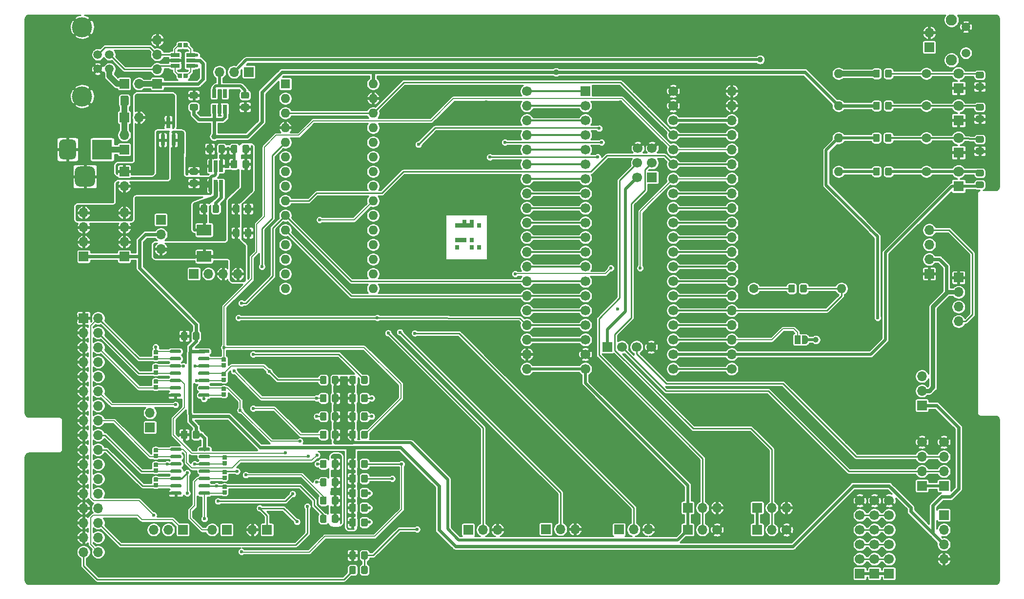
<source format=gbr>
G04 #@! TF.GenerationSoftware,KiCad,Pcbnew,(5.1.9)-1*
G04 #@! TF.CreationDate,2021-07-31T21:07:57+01:00*
G04 #@! TF.ProjectId,Greaseweazle F1 Plus 3.5 Rev 1.1,47726561-7365-4776-9561-7a6c65204631,1.1*
G04 #@! TF.SameCoordinates,PX6312cb0PY6bcb370*
G04 #@! TF.FileFunction,Copper,L1,Top*
G04 #@! TF.FilePolarity,Positive*
%FSLAX46Y46*%
G04 Gerber Fmt 4.6, Leading zero omitted, Abs format (unit mm)*
G04 Created by KiCad (PCBNEW (5.1.9)-1) date 2021-07-31 21:07:57*
%MOMM*%
%LPD*%
G01*
G04 APERTURE LIST*
G04 #@! TA.AperFunction,EtchedComponent*
%ADD10C,0.100000*%
G04 #@! TD*
G04 #@! TA.AperFunction,ComponentPad*
%ADD11O,1.700000X1.700000*%
G04 #@! TD*
G04 #@! TA.AperFunction,ComponentPad*
%ADD12R,1.700000X1.700000*%
G04 #@! TD*
G04 #@! TA.AperFunction,SMDPad,CuDef*
%ADD13R,1.000000X1.500000*%
G04 #@! TD*
G04 #@! TA.AperFunction,SMDPad,CuDef*
%ADD14C,0.100000*%
G04 #@! TD*
G04 #@! TA.AperFunction,ComponentPad*
%ADD15C,1.700000*%
G04 #@! TD*
G04 #@! TA.AperFunction,SMDPad,CuDef*
%ADD16R,0.650000X1.560000*%
G04 #@! TD*
G04 #@! TA.AperFunction,SMDPad,CuDef*
%ADD17R,1.560000X0.650000*%
G04 #@! TD*
G04 #@! TA.AperFunction,SMDPad,CuDef*
%ADD18R,0.650000X2.000000*%
G04 #@! TD*
G04 #@! TA.AperFunction,SMDPad,CuDef*
%ADD19R,0.800000X1.900000*%
G04 #@! TD*
G04 #@! TA.AperFunction,ComponentPad*
%ADD20C,4.064000*%
G04 #@! TD*
G04 #@! TA.AperFunction,ComponentPad*
%ADD21O,1.600000X1.600000*%
G04 #@! TD*
G04 #@! TA.AperFunction,ComponentPad*
%ADD22R,1.600000X1.600000*%
G04 #@! TD*
G04 #@! TA.AperFunction,SMDPad,CuDef*
%ADD23R,2.500000X1.900000*%
G04 #@! TD*
G04 #@! TA.AperFunction,ComponentPad*
%ADD24C,3.500120*%
G04 #@! TD*
G04 #@! TA.AperFunction,ComponentPad*
%ADD25C,1.501140*%
G04 #@! TD*
G04 #@! TA.AperFunction,ComponentPad*
%ADD26C,1.600000*%
G04 #@! TD*
G04 #@! TA.AperFunction,ComponentPad*
%ADD27R,1.800000X1.800000*%
G04 #@! TD*
G04 #@! TA.AperFunction,ComponentPad*
%ADD28C,1.800000*%
G04 #@! TD*
G04 #@! TA.AperFunction,ComponentPad*
%ADD29R,3.500000X3.500000*%
G04 #@! TD*
G04 #@! TA.AperFunction,ComponentPad*
%ADD30C,1.950000*%
G04 #@! TD*
G04 #@! TA.AperFunction,ComponentPad*
%ADD31C,1.508000*%
G04 #@! TD*
G04 #@! TA.AperFunction,ViaPad*
%ADD32C,0.600000*%
G04 #@! TD*
G04 #@! TA.AperFunction,ViaPad*
%ADD33C,1.000000*%
G04 #@! TD*
G04 #@! TA.AperFunction,Conductor*
%ADD34C,0.304800*%
G04 #@! TD*
G04 #@! TA.AperFunction,Conductor*
%ADD35C,0.600000*%
G04 #@! TD*
G04 #@! TA.AperFunction,Conductor*
%ADD36C,0.250000*%
G04 #@! TD*
G04 #@! TA.AperFunction,Conductor*
%ADD37C,0.200000*%
G04 #@! TD*
G04 #@! TA.AperFunction,Conductor*
%ADD38C,0.500000*%
G04 #@! TD*
G04 #@! TA.AperFunction,Conductor*
%ADD39C,0.750000*%
G04 #@! TD*
G04 #@! TA.AperFunction,Conductor*
%ADD40C,1.000000*%
G04 #@! TD*
G04 #@! TA.AperFunction,Conductor*
%ADD41C,0.700000*%
G04 #@! TD*
G04 #@! TA.AperFunction,Conductor*
%ADD42C,0.254000*%
G04 #@! TD*
G04 #@! TA.AperFunction,Conductor*
%ADD43C,0.100000*%
G04 #@! TD*
G04 APERTURE END LIST*
D10*
G36*
X22733000Y20828000D02*
G01*
X22098000Y20828000D01*
X22098000Y21463000D01*
X22733000Y21463000D01*
X22733000Y20828000D01*
G37*
X22733000Y20828000D02*
X22098000Y20828000D01*
X22098000Y21463000D01*
X22733000Y21463000D01*
X22733000Y20828000D01*
G36*
X25273000Y20828000D02*
G01*
X24638000Y20828000D01*
X24638000Y21463000D01*
X25273000Y21463000D01*
X25273000Y20828000D01*
G37*
X25273000Y20828000D02*
X24638000Y20828000D01*
X24638000Y21463000D01*
X25273000Y21463000D01*
X25273000Y20828000D01*
G36*
X25273000Y22098000D02*
G01*
X24638000Y22098000D01*
X24638000Y22733000D01*
X25273000Y22733000D01*
X25273000Y22098000D01*
G37*
X25273000Y22098000D02*
X24638000Y22098000D01*
X24638000Y22733000D01*
X25273000Y22733000D01*
X25273000Y22098000D01*
G36*
X24003000Y22098000D02*
G01*
X23368000Y22098000D01*
X23368000Y22733000D01*
X24003000Y22733000D01*
X24003000Y22098000D01*
G37*
X24003000Y22098000D02*
X23368000Y22098000D01*
X23368000Y22733000D01*
X24003000Y22733000D01*
X24003000Y22098000D01*
G36*
X23368000Y22098000D02*
G01*
X22733000Y22098000D01*
X22733000Y22733000D01*
X23368000Y22733000D01*
X23368000Y22098000D01*
G37*
X23368000Y22098000D02*
X22733000Y22098000D01*
X22733000Y22733000D01*
X23368000Y22733000D01*
X23368000Y22098000D01*
G36*
X22733000Y22098000D02*
G01*
X22098000Y22098000D01*
X22098000Y22733000D01*
X22733000Y22733000D01*
X22733000Y22098000D01*
G37*
X22733000Y22098000D02*
X22098000Y22098000D01*
X22098000Y22733000D01*
X22733000Y22733000D01*
X22733000Y22098000D01*
G36*
X22733000Y24638000D02*
G01*
X22098000Y24638000D01*
X22098000Y25273000D01*
X22733000Y25273000D01*
X22733000Y24638000D01*
G37*
X22733000Y24638000D02*
X22098000Y24638000D01*
X22098000Y25273000D01*
X22733000Y25273000D01*
X22733000Y24638000D01*
G36*
X23368000Y24638000D02*
G01*
X22733000Y24638000D01*
X22733000Y25273000D01*
X23368000Y25273000D01*
X23368000Y24638000D01*
G37*
X23368000Y24638000D02*
X22733000Y24638000D01*
X22733000Y25273000D01*
X23368000Y25273000D01*
X23368000Y24638000D01*
G36*
X24003000Y25273000D02*
G01*
X23368000Y25273000D01*
X23368000Y25908000D01*
X24003000Y25908000D01*
X24003000Y25273000D01*
G37*
X24003000Y25273000D02*
X23368000Y25273000D01*
X23368000Y25908000D01*
X24003000Y25908000D01*
X24003000Y25273000D01*
G36*
X24003000Y24638000D02*
G01*
X23368000Y24638000D01*
X23368000Y25273000D01*
X24003000Y25273000D01*
X24003000Y24638000D01*
G37*
X24003000Y24638000D02*
X23368000Y24638000D01*
X23368000Y25273000D01*
X24003000Y25273000D01*
X24003000Y24638000D01*
G36*
X24638000Y24638000D02*
G01*
X24003000Y24638000D01*
X24003000Y25273000D01*
X24638000Y25273000D01*
X24638000Y24638000D01*
G37*
X24638000Y24638000D02*
X24003000Y24638000D01*
X24003000Y25273000D01*
X24638000Y25273000D01*
X24638000Y24638000D01*
G36*
X25273000Y24638000D02*
G01*
X24638000Y24638000D01*
X24638000Y25273000D01*
X25273000Y25273000D01*
X25273000Y24638000D01*
G37*
X25273000Y24638000D02*
X24638000Y24638000D01*
X24638000Y25273000D01*
X25273000Y25273000D01*
X25273000Y24638000D01*
G36*
X25273000Y25273000D02*
G01*
X24638000Y25273000D01*
X24638000Y25908000D01*
X25273000Y25908000D01*
X25273000Y25273000D01*
G37*
X25273000Y25273000D02*
X24638000Y25273000D01*
X24638000Y25908000D01*
X25273000Y25908000D01*
X25273000Y25273000D01*
G36*
X26543000Y20828000D02*
G01*
X25908000Y20828000D01*
X25908000Y21463000D01*
X26543000Y21463000D01*
X26543000Y20828000D01*
G37*
X26543000Y20828000D02*
X25908000Y20828000D01*
X25908000Y21463000D01*
X26543000Y21463000D01*
X26543000Y20828000D01*
G36*
X26543000Y24638000D02*
G01*
X25908000Y24638000D01*
X25908000Y25273000D01*
X26543000Y25273000D01*
X26543000Y24638000D01*
G37*
X26543000Y24638000D02*
X25908000Y24638000D01*
X25908000Y25273000D01*
X26543000Y25273000D01*
X26543000Y24638000D01*
D11*
X-35306000Y31750000D03*
D12*
X-35306000Y34290000D03*
D11*
X-32766000Y49530000D03*
D12*
X-35306000Y49530000D03*
D11*
X-35306000Y40640000D03*
D12*
X-35306000Y38100000D03*
D11*
X-32766000Y43688000D03*
D12*
X-35306000Y43688000D03*
D13*
X81534000Y5080000D03*
G04 #@! TA.AperFunction,SMDPad,CuDef*
D14*
G36*
X82834000Y5829398D02*
G01*
X82858534Y5829398D01*
X82907365Y5824588D01*
X82955490Y5815016D01*
X83002445Y5800772D01*
X83047778Y5781995D01*
X83091051Y5758864D01*
X83131850Y5731604D01*
X83169779Y5700476D01*
X83204476Y5665779D01*
X83235604Y5627850D01*
X83262864Y5587051D01*
X83285995Y5543778D01*
X83304772Y5498445D01*
X83319016Y5451490D01*
X83328588Y5403365D01*
X83333398Y5354534D01*
X83333398Y5330000D01*
X83334000Y5330000D01*
X83334000Y4830000D01*
X83333398Y4830000D01*
X83333398Y4805466D01*
X83328588Y4756635D01*
X83319016Y4708510D01*
X83304772Y4661555D01*
X83285995Y4616222D01*
X83262864Y4572949D01*
X83235604Y4532150D01*
X83204476Y4494221D01*
X83169779Y4459524D01*
X83131850Y4428396D01*
X83091051Y4401136D01*
X83047778Y4378005D01*
X83002445Y4359228D01*
X82955490Y4344984D01*
X82907365Y4335412D01*
X82858534Y4330602D01*
X82834000Y4330602D01*
X82834000Y4330000D01*
X82284000Y4330000D01*
X82284000Y5830000D01*
X82834000Y5830000D01*
X82834000Y5829398D01*
G37*
G04 #@! TD.AperFunction*
G04 #@! TA.AperFunction,SMDPad,CuDef*
G36*
X80784000Y4330000D02*
G01*
X80234000Y4330000D01*
X80234000Y4330602D01*
X80209466Y4330602D01*
X80160635Y4335412D01*
X80112510Y4344984D01*
X80065555Y4359228D01*
X80020222Y4378005D01*
X79976949Y4401136D01*
X79936150Y4428396D01*
X79898221Y4459524D01*
X79863524Y4494221D01*
X79832396Y4532150D01*
X79805136Y4572949D01*
X79782005Y4616222D01*
X79763228Y4661555D01*
X79748984Y4708510D01*
X79739412Y4756635D01*
X79734602Y4805466D01*
X79734602Y4830000D01*
X79734000Y4830000D01*
X79734000Y5330000D01*
X79734602Y5330000D01*
X79734602Y5354534D01*
X79739412Y5403365D01*
X79748984Y5451490D01*
X79763228Y5498445D01*
X79782005Y5543778D01*
X79805136Y5587051D01*
X79832396Y5627850D01*
X79863524Y5665779D01*
X79898221Y5700476D01*
X79936150Y5731604D01*
X79976949Y5758864D01*
X80020222Y5781995D01*
X80065555Y5800772D01*
X80112510Y5815016D01*
X80160635Y5824588D01*
X80209466Y5829398D01*
X80234000Y5829398D01*
X80234000Y5830000D01*
X80784000Y5830000D01*
X80784000Y4330000D01*
G37*
G04 #@! TD.AperFunction*
D11*
X-15621000Y16510000D03*
X-18161000Y16510000D03*
X-20701000Y16510000D03*
D12*
X-23241000Y16510000D03*
D11*
X-30226000Y-27940000D03*
X-27686000Y-27940000D03*
D12*
X-25146000Y-27940000D03*
D11*
X-30861000Y-7620000D03*
D12*
X-30861000Y-10160000D03*
G04 #@! TA.AperFunction,SMDPad,CuDef*
D14*
G36*
X-18306699Y-20320000D02*
G01*
X-18306699Y-20307733D01*
X-18304294Y-20283317D01*
X-18299508Y-20259255D01*
X-18292386Y-20235778D01*
X-18282997Y-20213111D01*
X-18271432Y-20191474D01*
X-18257802Y-20171075D01*
X-18242238Y-20152110D01*
X-18224890Y-20134762D01*
X-18205925Y-20119198D01*
X-18185526Y-20105568D01*
X-18163889Y-20094003D01*
X-18141222Y-20084614D01*
X-18117745Y-20077492D01*
X-18093683Y-20072706D01*
X-18069267Y-20070301D01*
X-18044733Y-20070301D01*
X-18032000Y-20071555D01*
X-18032000Y-20070000D01*
X-17782000Y-20070000D01*
X-17782000Y-20071555D01*
X-17769267Y-20070301D01*
X-17744733Y-20070301D01*
X-17720317Y-20072706D01*
X-17696255Y-20077492D01*
X-17672778Y-20084614D01*
X-17650111Y-20094003D01*
X-17628474Y-20105568D01*
X-17608075Y-20119198D01*
X-17589110Y-20134762D01*
X-17571762Y-20152110D01*
X-17556198Y-20171075D01*
X-17542568Y-20191474D01*
X-17531003Y-20213111D01*
X-17521614Y-20235778D01*
X-17514492Y-20259255D01*
X-17509706Y-20283317D01*
X-17507301Y-20307733D01*
X-17507301Y-20320000D01*
X-17507000Y-20320000D01*
X-17507000Y-20820000D01*
X-18307000Y-20820000D01*
X-18307000Y-20320000D01*
X-18306699Y-20320000D01*
G37*
G04 #@! TD.AperFunction*
G04 #@! TA.AperFunction,SMDPad,CuDef*
G36*
X-17507000Y-21090000D02*
G01*
X-17507000Y-21590000D01*
X-17507301Y-21590000D01*
X-17507301Y-21602267D01*
X-17509706Y-21626683D01*
X-17514492Y-21650745D01*
X-17521614Y-21674222D01*
X-17531003Y-21696889D01*
X-17542568Y-21718526D01*
X-17556198Y-21738925D01*
X-17571762Y-21757890D01*
X-17589110Y-21775238D01*
X-17608075Y-21790802D01*
X-17628474Y-21804432D01*
X-17650111Y-21815997D01*
X-17672778Y-21825386D01*
X-17696255Y-21832508D01*
X-17720317Y-21837294D01*
X-17744733Y-21839699D01*
X-17769267Y-21839699D01*
X-17782000Y-21838445D01*
X-17782000Y-21840000D01*
X-18032000Y-21840000D01*
X-18032000Y-21838445D01*
X-18044733Y-21839699D01*
X-18069267Y-21839699D01*
X-18093683Y-21837294D01*
X-18117745Y-21832508D01*
X-18141222Y-21825386D01*
X-18163889Y-21815997D01*
X-18185526Y-21804432D01*
X-18205925Y-21790802D01*
X-18224890Y-21775238D01*
X-18242238Y-21757890D01*
X-18257802Y-21738925D01*
X-18271432Y-21718526D01*
X-18282997Y-21696889D01*
X-18292386Y-21674222D01*
X-18299508Y-21650745D01*
X-18304294Y-21626683D01*
X-18306699Y-21602267D01*
X-18306699Y-21590000D01*
X-18307000Y-21590000D01*
X-18307000Y-21090000D01*
X-17507000Y-21090000D01*
G37*
G04 #@! TD.AperFunction*
G04 #@! TA.AperFunction,SMDPad,CuDef*
G36*
X-18306699Y-17780000D02*
G01*
X-18306699Y-17767733D01*
X-18304294Y-17743317D01*
X-18299508Y-17719255D01*
X-18292386Y-17695778D01*
X-18282997Y-17673111D01*
X-18271432Y-17651474D01*
X-18257802Y-17631075D01*
X-18242238Y-17612110D01*
X-18224890Y-17594762D01*
X-18205925Y-17579198D01*
X-18185526Y-17565568D01*
X-18163889Y-17554003D01*
X-18141222Y-17544614D01*
X-18117745Y-17537492D01*
X-18093683Y-17532706D01*
X-18069267Y-17530301D01*
X-18044733Y-17530301D01*
X-18032000Y-17531555D01*
X-18032000Y-17530000D01*
X-17782000Y-17530000D01*
X-17782000Y-17531555D01*
X-17769267Y-17530301D01*
X-17744733Y-17530301D01*
X-17720317Y-17532706D01*
X-17696255Y-17537492D01*
X-17672778Y-17544614D01*
X-17650111Y-17554003D01*
X-17628474Y-17565568D01*
X-17608075Y-17579198D01*
X-17589110Y-17594762D01*
X-17571762Y-17612110D01*
X-17556198Y-17631075D01*
X-17542568Y-17651474D01*
X-17531003Y-17673111D01*
X-17521614Y-17695778D01*
X-17514492Y-17719255D01*
X-17509706Y-17743317D01*
X-17507301Y-17767733D01*
X-17507301Y-17780000D01*
X-17507000Y-17780000D01*
X-17507000Y-18280000D01*
X-18307000Y-18280000D01*
X-18307000Y-17780000D01*
X-18306699Y-17780000D01*
G37*
G04 #@! TD.AperFunction*
G04 #@! TA.AperFunction,SMDPad,CuDef*
G36*
X-17507000Y-18550000D02*
G01*
X-17507000Y-19050000D01*
X-17507301Y-19050000D01*
X-17507301Y-19062267D01*
X-17509706Y-19086683D01*
X-17514492Y-19110745D01*
X-17521614Y-19134222D01*
X-17531003Y-19156889D01*
X-17542568Y-19178526D01*
X-17556198Y-19198925D01*
X-17571762Y-19217890D01*
X-17589110Y-19235238D01*
X-17608075Y-19250802D01*
X-17628474Y-19264432D01*
X-17650111Y-19275997D01*
X-17672778Y-19285386D01*
X-17696255Y-19292508D01*
X-17720317Y-19297294D01*
X-17744733Y-19299699D01*
X-17769267Y-19299699D01*
X-17782000Y-19298445D01*
X-17782000Y-19300000D01*
X-18032000Y-19300000D01*
X-18032000Y-19298445D01*
X-18044733Y-19299699D01*
X-18069267Y-19299699D01*
X-18093683Y-19297294D01*
X-18117745Y-19292508D01*
X-18141222Y-19285386D01*
X-18163889Y-19275997D01*
X-18185526Y-19264432D01*
X-18205925Y-19250802D01*
X-18224890Y-19235238D01*
X-18242238Y-19217890D01*
X-18257802Y-19198925D01*
X-18271432Y-19178526D01*
X-18282997Y-19156889D01*
X-18292386Y-19134222D01*
X-18299508Y-19110745D01*
X-18304294Y-19086683D01*
X-18306699Y-19062267D01*
X-18306699Y-19050000D01*
X-18307000Y-19050000D01*
X-18307000Y-18550000D01*
X-17507000Y-18550000D01*
G37*
G04 #@! TD.AperFunction*
G04 #@! TA.AperFunction,SMDPad,CuDef*
G36*
X-18306699Y-15240000D02*
G01*
X-18306699Y-15227733D01*
X-18304294Y-15203317D01*
X-18299508Y-15179255D01*
X-18292386Y-15155778D01*
X-18282997Y-15133111D01*
X-18271432Y-15111474D01*
X-18257802Y-15091075D01*
X-18242238Y-15072110D01*
X-18224890Y-15054762D01*
X-18205925Y-15039198D01*
X-18185526Y-15025568D01*
X-18163889Y-15014003D01*
X-18141222Y-15004614D01*
X-18117745Y-14997492D01*
X-18093683Y-14992706D01*
X-18069267Y-14990301D01*
X-18044733Y-14990301D01*
X-18032000Y-14991555D01*
X-18032000Y-14990000D01*
X-17782000Y-14990000D01*
X-17782000Y-14991555D01*
X-17769267Y-14990301D01*
X-17744733Y-14990301D01*
X-17720317Y-14992706D01*
X-17696255Y-14997492D01*
X-17672778Y-15004614D01*
X-17650111Y-15014003D01*
X-17628474Y-15025568D01*
X-17608075Y-15039198D01*
X-17589110Y-15054762D01*
X-17571762Y-15072110D01*
X-17556198Y-15091075D01*
X-17542568Y-15111474D01*
X-17531003Y-15133111D01*
X-17521614Y-15155778D01*
X-17514492Y-15179255D01*
X-17509706Y-15203317D01*
X-17507301Y-15227733D01*
X-17507301Y-15240000D01*
X-17507000Y-15240000D01*
X-17507000Y-15740000D01*
X-18307000Y-15740000D01*
X-18307000Y-15240000D01*
X-18306699Y-15240000D01*
G37*
G04 #@! TD.AperFunction*
G04 #@! TA.AperFunction,SMDPad,CuDef*
G36*
X-17507000Y-16010000D02*
G01*
X-17507000Y-16510000D01*
X-17507301Y-16510000D01*
X-17507301Y-16522267D01*
X-17509706Y-16546683D01*
X-17514492Y-16570745D01*
X-17521614Y-16594222D01*
X-17531003Y-16616889D01*
X-17542568Y-16638526D01*
X-17556198Y-16658925D01*
X-17571762Y-16677890D01*
X-17589110Y-16695238D01*
X-17608075Y-16710802D01*
X-17628474Y-16724432D01*
X-17650111Y-16735997D01*
X-17672778Y-16745386D01*
X-17696255Y-16752508D01*
X-17720317Y-16757294D01*
X-17744733Y-16759699D01*
X-17769267Y-16759699D01*
X-17782000Y-16758445D01*
X-17782000Y-16760000D01*
X-18032000Y-16760000D01*
X-18032000Y-16758445D01*
X-18044733Y-16759699D01*
X-18069267Y-16759699D01*
X-18093683Y-16757294D01*
X-18117745Y-16752508D01*
X-18141222Y-16745386D01*
X-18163889Y-16735997D01*
X-18185526Y-16724432D01*
X-18205925Y-16710802D01*
X-18224890Y-16695238D01*
X-18242238Y-16677890D01*
X-18257802Y-16658925D01*
X-18271432Y-16638526D01*
X-18282997Y-16616889D01*
X-18292386Y-16594222D01*
X-18299508Y-16570745D01*
X-18304294Y-16546683D01*
X-18306699Y-16522267D01*
X-18306699Y-16510000D01*
X-18307000Y-16510000D01*
X-18307000Y-16010000D01*
X-17507000Y-16010000D01*
G37*
G04 #@! TD.AperFunction*
G04 #@! TA.AperFunction,SMDPad,CuDef*
G36*
X-30244699Y-13970000D02*
G01*
X-30244699Y-13957733D01*
X-30242294Y-13933317D01*
X-30237508Y-13909255D01*
X-30230386Y-13885778D01*
X-30220997Y-13863111D01*
X-30209432Y-13841474D01*
X-30195802Y-13821075D01*
X-30180238Y-13802110D01*
X-30162890Y-13784762D01*
X-30143925Y-13769198D01*
X-30123526Y-13755568D01*
X-30101889Y-13744003D01*
X-30079222Y-13734614D01*
X-30055745Y-13727492D01*
X-30031683Y-13722706D01*
X-30007267Y-13720301D01*
X-29982733Y-13720301D01*
X-29970000Y-13721555D01*
X-29970000Y-13720000D01*
X-29720000Y-13720000D01*
X-29720000Y-13721555D01*
X-29707267Y-13720301D01*
X-29682733Y-13720301D01*
X-29658317Y-13722706D01*
X-29634255Y-13727492D01*
X-29610778Y-13734614D01*
X-29588111Y-13744003D01*
X-29566474Y-13755568D01*
X-29546075Y-13769198D01*
X-29527110Y-13784762D01*
X-29509762Y-13802110D01*
X-29494198Y-13821075D01*
X-29480568Y-13841474D01*
X-29469003Y-13863111D01*
X-29459614Y-13885778D01*
X-29452492Y-13909255D01*
X-29447706Y-13933317D01*
X-29445301Y-13957733D01*
X-29445301Y-13970000D01*
X-29445000Y-13970000D01*
X-29445000Y-14470000D01*
X-30245000Y-14470000D01*
X-30245000Y-13970000D01*
X-30244699Y-13970000D01*
G37*
G04 #@! TD.AperFunction*
G04 #@! TA.AperFunction,SMDPad,CuDef*
G36*
X-29445000Y-14740000D02*
G01*
X-29445000Y-15240000D01*
X-29445301Y-15240000D01*
X-29445301Y-15252267D01*
X-29447706Y-15276683D01*
X-29452492Y-15300745D01*
X-29459614Y-15324222D01*
X-29469003Y-15346889D01*
X-29480568Y-15368526D01*
X-29494198Y-15388925D01*
X-29509762Y-15407890D01*
X-29527110Y-15425238D01*
X-29546075Y-15440802D01*
X-29566474Y-15454432D01*
X-29588111Y-15465997D01*
X-29610778Y-15475386D01*
X-29634255Y-15482508D01*
X-29658317Y-15487294D01*
X-29682733Y-15489699D01*
X-29707267Y-15489699D01*
X-29720000Y-15488445D01*
X-29720000Y-15490000D01*
X-29970000Y-15490000D01*
X-29970000Y-15488445D01*
X-29982733Y-15489699D01*
X-30007267Y-15489699D01*
X-30031683Y-15487294D01*
X-30055745Y-15482508D01*
X-30079222Y-15475386D01*
X-30101889Y-15465997D01*
X-30123526Y-15454432D01*
X-30143925Y-15440802D01*
X-30162890Y-15425238D01*
X-30180238Y-15407890D01*
X-30195802Y-15388925D01*
X-30209432Y-15368526D01*
X-30220997Y-15346889D01*
X-30230386Y-15324222D01*
X-30237508Y-15300745D01*
X-30242294Y-15276683D01*
X-30244699Y-15252267D01*
X-30244699Y-15240000D01*
X-30245000Y-15240000D01*
X-30245000Y-14740000D01*
X-29445000Y-14740000D01*
G37*
G04 #@! TD.AperFunction*
G04 #@! TA.AperFunction,SMDPad,CuDef*
G36*
X-30244699Y-16510000D02*
G01*
X-30244699Y-16497733D01*
X-30242294Y-16473317D01*
X-30237508Y-16449255D01*
X-30230386Y-16425778D01*
X-30220997Y-16403111D01*
X-30209432Y-16381474D01*
X-30195802Y-16361075D01*
X-30180238Y-16342110D01*
X-30162890Y-16324762D01*
X-30143925Y-16309198D01*
X-30123526Y-16295568D01*
X-30101889Y-16284003D01*
X-30079222Y-16274614D01*
X-30055745Y-16267492D01*
X-30031683Y-16262706D01*
X-30007267Y-16260301D01*
X-29982733Y-16260301D01*
X-29970000Y-16261555D01*
X-29970000Y-16260000D01*
X-29720000Y-16260000D01*
X-29720000Y-16261555D01*
X-29707267Y-16260301D01*
X-29682733Y-16260301D01*
X-29658317Y-16262706D01*
X-29634255Y-16267492D01*
X-29610778Y-16274614D01*
X-29588111Y-16284003D01*
X-29566474Y-16295568D01*
X-29546075Y-16309198D01*
X-29527110Y-16324762D01*
X-29509762Y-16342110D01*
X-29494198Y-16361075D01*
X-29480568Y-16381474D01*
X-29469003Y-16403111D01*
X-29459614Y-16425778D01*
X-29452492Y-16449255D01*
X-29447706Y-16473317D01*
X-29445301Y-16497733D01*
X-29445301Y-16510000D01*
X-29445000Y-16510000D01*
X-29445000Y-17010000D01*
X-30245000Y-17010000D01*
X-30245000Y-16510000D01*
X-30244699Y-16510000D01*
G37*
G04 #@! TD.AperFunction*
G04 #@! TA.AperFunction,SMDPad,CuDef*
G36*
X-29445000Y-17280000D02*
G01*
X-29445000Y-17780000D01*
X-29445301Y-17780000D01*
X-29445301Y-17792267D01*
X-29447706Y-17816683D01*
X-29452492Y-17840745D01*
X-29459614Y-17864222D01*
X-29469003Y-17886889D01*
X-29480568Y-17908526D01*
X-29494198Y-17928925D01*
X-29509762Y-17947890D01*
X-29527110Y-17965238D01*
X-29546075Y-17980802D01*
X-29566474Y-17994432D01*
X-29588111Y-18005997D01*
X-29610778Y-18015386D01*
X-29634255Y-18022508D01*
X-29658317Y-18027294D01*
X-29682733Y-18029699D01*
X-29707267Y-18029699D01*
X-29720000Y-18028445D01*
X-29720000Y-18030000D01*
X-29970000Y-18030000D01*
X-29970000Y-18028445D01*
X-29982733Y-18029699D01*
X-30007267Y-18029699D01*
X-30031683Y-18027294D01*
X-30055745Y-18022508D01*
X-30079222Y-18015386D01*
X-30101889Y-18005997D01*
X-30123526Y-17994432D01*
X-30143925Y-17980802D01*
X-30162890Y-17965238D01*
X-30180238Y-17947890D01*
X-30195802Y-17928925D01*
X-30209432Y-17908526D01*
X-30220997Y-17886889D01*
X-30230386Y-17864222D01*
X-30237508Y-17840745D01*
X-30242294Y-17816683D01*
X-30244699Y-17792267D01*
X-30244699Y-17780000D01*
X-30245000Y-17780000D01*
X-30245000Y-17280000D01*
X-29445000Y-17280000D01*
G37*
G04 #@! TD.AperFunction*
G04 #@! TA.AperFunction,SMDPad,CuDef*
G36*
X-30244699Y-19050000D02*
G01*
X-30244699Y-19037733D01*
X-30242294Y-19013317D01*
X-30237508Y-18989255D01*
X-30230386Y-18965778D01*
X-30220997Y-18943111D01*
X-30209432Y-18921474D01*
X-30195802Y-18901075D01*
X-30180238Y-18882110D01*
X-30162890Y-18864762D01*
X-30143925Y-18849198D01*
X-30123526Y-18835568D01*
X-30101889Y-18824003D01*
X-30079222Y-18814614D01*
X-30055745Y-18807492D01*
X-30031683Y-18802706D01*
X-30007267Y-18800301D01*
X-29982733Y-18800301D01*
X-29970000Y-18801555D01*
X-29970000Y-18800000D01*
X-29720000Y-18800000D01*
X-29720000Y-18801555D01*
X-29707267Y-18800301D01*
X-29682733Y-18800301D01*
X-29658317Y-18802706D01*
X-29634255Y-18807492D01*
X-29610778Y-18814614D01*
X-29588111Y-18824003D01*
X-29566474Y-18835568D01*
X-29546075Y-18849198D01*
X-29527110Y-18864762D01*
X-29509762Y-18882110D01*
X-29494198Y-18901075D01*
X-29480568Y-18921474D01*
X-29469003Y-18943111D01*
X-29459614Y-18965778D01*
X-29452492Y-18989255D01*
X-29447706Y-19013317D01*
X-29445301Y-19037733D01*
X-29445301Y-19050000D01*
X-29445000Y-19050000D01*
X-29445000Y-19550000D01*
X-30245000Y-19550000D01*
X-30245000Y-19050000D01*
X-30244699Y-19050000D01*
G37*
G04 #@! TD.AperFunction*
G04 #@! TA.AperFunction,SMDPad,CuDef*
G36*
X-29445000Y-19820000D02*
G01*
X-29445000Y-20320000D01*
X-29445301Y-20320000D01*
X-29445301Y-20332267D01*
X-29447706Y-20356683D01*
X-29452492Y-20380745D01*
X-29459614Y-20404222D01*
X-29469003Y-20426889D01*
X-29480568Y-20448526D01*
X-29494198Y-20468925D01*
X-29509762Y-20487890D01*
X-29527110Y-20505238D01*
X-29546075Y-20520802D01*
X-29566474Y-20534432D01*
X-29588111Y-20545997D01*
X-29610778Y-20555386D01*
X-29634255Y-20562508D01*
X-29658317Y-20567294D01*
X-29682733Y-20569699D01*
X-29707267Y-20569699D01*
X-29720000Y-20568445D01*
X-29720000Y-20570000D01*
X-29970000Y-20570000D01*
X-29970000Y-20568445D01*
X-29982733Y-20569699D01*
X-30007267Y-20569699D01*
X-30031683Y-20567294D01*
X-30055745Y-20562508D01*
X-30079222Y-20555386D01*
X-30101889Y-20545997D01*
X-30123526Y-20534432D01*
X-30143925Y-20520802D01*
X-30162890Y-20505238D01*
X-30180238Y-20487890D01*
X-30195802Y-20468925D01*
X-30209432Y-20448526D01*
X-30220997Y-20426889D01*
X-30230386Y-20404222D01*
X-30237508Y-20380745D01*
X-30242294Y-20356683D01*
X-30244699Y-20332267D01*
X-30244699Y-20320000D01*
X-30245000Y-20320000D01*
X-30245000Y-19820000D01*
X-29445000Y-19820000D01*
G37*
G04 #@! TD.AperFunction*
G04 #@! TA.AperFunction,SMDPad,CuDef*
G36*
X-18433699Y-3302000D02*
G01*
X-18433699Y-3289733D01*
X-18431294Y-3265317D01*
X-18426508Y-3241255D01*
X-18419386Y-3217778D01*
X-18409997Y-3195111D01*
X-18398432Y-3173474D01*
X-18384802Y-3153075D01*
X-18369238Y-3134110D01*
X-18351890Y-3116762D01*
X-18332925Y-3101198D01*
X-18312526Y-3087568D01*
X-18290889Y-3076003D01*
X-18268222Y-3066614D01*
X-18244745Y-3059492D01*
X-18220683Y-3054706D01*
X-18196267Y-3052301D01*
X-18171733Y-3052301D01*
X-18159000Y-3053555D01*
X-18159000Y-3052000D01*
X-17909000Y-3052000D01*
X-17909000Y-3053555D01*
X-17896267Y-3052301D01*
X-17871733Y-3052301D01*
X-17847317Y-3054706D01*
X-17823255Y-3059492D01*
X-17799778Y-3066614D01*
X-17777111Y-3076003D01*
X-17755474Y-3087568D01*
X-17735075Y-3101198D01*
X-17716110Y-3116762D01*
X-17698762Y-3134110D01*
X-17683198Y-3153075D01*
X-17669568Y-3173474D01*
X-17658003Y-3195111D01*
X-17648614Y-3217778D01*
X-17641492Y-3241255D01*
X-17636706Y-3265317D01*
X-17634301Y-3289733D01*
X-17634301Y-3302000D01*
X-17634000Y-3302000D01*
X-17634000Y-3802000D01*
X-18434000Y-3802000D01*
X-18434000Y-3302000D01*
X-18433699Y-3302000D01*
G37*
G04 #@! TD.AperFunction*
G04 #@! TA.AperFunction,SMDPad,CuDef*
G36*
X-17634000Y-4072000D02*
G01*
X-17634000Y-4572000D01*
X-17634301Y-4572000D01*
X-17634301Y-4584267D01*
X-17636706Y-4608683D01*
X-17641492Y-4632745D01*
X-17648614Y-4656222D01*
X-17658003Y-4678889D01*
X-17669568Y-4700526D01*
X-17683198Y-4720925D01*
X-17698762Y-4739890D01*
X-17716110Y-4757238D01*
X-17735075Y-4772802D01*
X-17755474Y-4786432D01*
X-17777111Y-4797997D01*
X-17799778Y-4807386D01*
X-17823255Y-4814508D01*
X-17847317Y-4819294D01*
X-17871733Y-4821699D01*
X-17896267Y-4821699D01*
X-17909000Y-4820445D01*
X-17909000Y-4822000D01*
X-18159000Y-4822000D01*
X-18159000Y-4820445D01*
X-18171733Y-4821699D01*
X-18196267Y-4821699D01*
X-18220683Y-4819294D01*
X-18244745Y-4814508D01*
X-18268222Y-4807386D01*
X-18290889Y-4797997D01*
X-18312526Y-4786432D01*
X-18332925Y-4772802D01*
X-18351890Y-4757238D01*
X-18369238Y-4739890D01*
X-18384802Y-4720925D01*
X-18398432Y-4700526D01*
X-18409997Y-4678889D01*
X-18419386Y-4656222D01*
X-18426508Y-4632745D01*
X-18431294Y-4608683D01*
X-18433699Y-4584267D01*
X-18433699Y-4572000D01*
X-18434000Y-4572000D01*
X-18434000Y-4072000D01*
X-17634000Y-4072000D01*
G37*
G04 #@! TD.AperFunction*
G04 #@! TA.AperFunction,SMDPad,CuDef*
G36*
X-18433699Y-762000D02*
G01*
X-18433699Y-749733D01*
X-18431294Y-725317D01*
X-18426508Y-701255D01*
X-18419386Y-677778D01*
X-18409997Y-655111D01*
X-18398432Y-633474D01*
X-18384802Y-613075D01*
X-18369238Y-594110D01*
X-18351890Y-576762D01*
X-18332925Y-561198D01*
X-18312526Y-547568D01*
X-18290889Y-536003D01*
X-18268222Y-526614D01*
X-18244745Y-519492D01*
X-18220683Y-514706D01*
X-18196267Y-512301D01*
X-18171733Y-512301D01*
X-18159000Y-513555D01*
X-18159000Y-512000D01*
X-17909000Y-512000D01*
X-17909000Y-513555D01*
X-17896267Y-512301D01*
X-17871733Y-512301D01*
X-17847317Y-514706D01*
X-17823255Y-519492D01*
X-17799778Y-526614D01*
X-17777111Y-536003D01*
X-17755474Y-547568D01*
X-17735075Y-561198D01*
X-17716110Y-576762D01*
X-17698762Y-594110D01*
X-17683198Y-613075D01*
X-17669568Y-633474D01*
X-17658003Y-655111D01*
X-17648614Y-677778D01*
X-17641492Y-701255D01*
X-17636706Y-725317D01*
X-17634301Y-749733D01*
X-17634301Y-762000D01*
X-17634000Y-762000D01*
X-17634000Y-1262000D01*
X-18434000Y-1262000D01*
X-18434000Y-762000D01*
X-18433699Y-762000D01*
G37*
G04 #@! TD.AperFunction*
G04 #@! TA.AperFunction,SMDPad,CuDef*
G36*
X-17634000Y-1532000D02*
G01*
X-17634000Y-2032000D01*
X-17634301Y-2032000D01*
X-17634301Y-2044267D01*
X-17636706Y-2068683D01*
X-17641492Y-2092745D01*
X-17648614Y-2116222D01*
X-17658003Y-2138889D01*
X-17669568Y-2160526D01*
X-17683198Y-2180925D01*
X-17698762Y-2199890D01*
X-17716110Y-2217238D01*
X-17735075Y-2232802D01*
X-17755474Y-2246432D01*
X-17777111Y-2257997D01*
X-17799778Y-2267386D01*
X-17823255Y-2274508D01*
X-17847317Y-2279294D01*
X-17871733Y-2281699D01*
X-17896267Y-2281699D01*
X-17909000Y-2280445D01*
X-17909000Y-2282000D01*
X-18159000Y-2282000D01*
X-18159000Y-2280445D01*
X-18171733Y-2281699D01*
X-18196267Y-2281699D01*
X-18220683Y-2279294D01*
X-18244745Y-2274508D01*
X-18268222Y-2267386D01*
X-18290889Y-2257997D01*
X-18312526Y-2246432D01*
X-18332925Y-2232802D01*
X-18351890Y-2217238D01*
X-18369238Y-2199890D01*
X-18384802Y-2180925D01*
X-18398432Y-2160526D01*
X-18409997Y-2138889D01*
X-18419386Y-2116222D01*
X-18426508Y-2092745D01*
X-18431294Y-2068683D01*
X-18433699Y-2044267D01*
X-18433699Y-2032000D01*
X-18434000Y-2032000D01*
X-18434000Y-1532000D01*
X-17634000Y-1532000D01*
G37*
G04 #@! TD.AperFunction*
G04 #@! TA.AperFunction,SMDPad,CuDef*
G36*
X-30244699Y3048000D02*
G01*
X-30244699Y3060267D01*
X-30242294Y3084683D01*
X-30237508Y3108745D01*
X-30230386Y3132222D01*
X-30220997Y3154889D01*
X-30209432Y3176526D01*
X-30195802Y3196925D01*
X-30180238Y3215890D01*
X-30162890Y3233238D01*
X-30143925Y3248802D01*
X-30123526Y3262432D01*
X-30101889Y3273997D01*
X-30079222Y3283386D01*
X-30055745Y3290508D01*
X-30031683Y3295294D01*
X-30007267Y3297699D01*
X-29982733Y3297699D01*
X-29970000Y3296445D01*
X-29970000Y3298000D01*
X-29720000Y3298000D01*
X-29720000Y3296445D01*
X-29707267Y3297699D01*
X-29682733Y3297699D01*
X-29658317Y3295294D01*
X-29634255Y3290508D01*
X-29610778Y3283386D01*
X-29588111Y3273997D01*
X-29566474Y3262432D01*
X-29546075Y3248802D01*
X-29527110Y3233238D01*
X-29509762Y3215890D01*
X-29494198Y3196925D01*
X-29480568Y3176526D01*
X-29469003Y3154889D01*
X-29459614Y3132222D01*
X-29452492Y3108745D01*
X-29447706Y3084683D01*
X-29445301Y3060267D01*
X-29445301Y3048000D01*
X-29445000Y3048000D01*
X-29445000Y2548000D01*
X-30245000Y2548000D01*
X-30245000Y3048000D01*
X-30244699Y3048000D01*
G37*
G04 #@! TD.AperFunction*
G04 #@! TA.AperFunction,SMDPad,CuDef*
G36*
X-29445000Y2278000D02*
G01*
X-29445000Y1778000D01*
X-29445301Y1778000D01*
X-29445301Y1765733D01*
X-29447706Y1741317D01*
X-29452492Y1717255D01*
X-29459614Y1693778D01*
X-29469003Y1671111D01*
X-29480568Y1649474D01*
X-29494198Y1629075D01*
X-29509762Y1610110D01*
X-29527110Y1592762D01*
X-29546075Y1577198D01*
X-29566474Y1563568D01*
X-29588111Y1552003D01*
X-29610778Y1542614D01*
X-29634255Y1535492D01*
X-29658317Y1530706D01*
X-29682733Y1528301D01*
X-29707267Y1528301D01*
X-29720000Y1529555D01*
X-29720000Y1528000D01*
X-29970000Y1528000D01*
X-29970000Y1529555D01*
X-29982733Y1528301D01*
X-30007267Y1528301D01*
X-30031683Y1530706D01*
X-30055745Y1535492D01*
X-30079222Y1542614D01*
X-30101889Y1552003D01*
X-30123526Y1563568D01*
X-30143925Y1577198D01*
X-30162890Y1592762D01*
X-30180238Y1610110D01*
X-30195802Y1629075D01*
X-30209432Y1649474D01*
X-30220997Y1671111D01*
X-30230386Y1693778D01*
X-30237508Y1717255D01*
X-30242294Y1741317D01*
X-30244699Y1765733D01*
X-30244699Y1778000D01*
X-30245000Y1778000D01*
X-30245000Y2278000D01*
X-29445000Y2278000D01*
G37*
G04 #@! TD.AperFunction*
G04 #@! TA.AperFunction,SMDPad,CuDef*
G36*
X-30244699Y508000D02*
G01*
X-30244699Y520267D01*
X-30242294Y544683D01*
X-30237508Y568745D01*
X-30230386Y592222D01*
X-30220997Y614889D01*
X-30209432Y636526D01*
X-30195802Y656925D01*
X-30180238Y675890D01*
X-30162890Y693238D01*
X-30143925Y708802D01*
X-30123526Y722432D01*
X-30101889Y733997D01*
X-30079222Y743386D01*
X-30055745Y750508D01*
X-30031683Y755294D01*
X-30007267Y757699D01*
X-29982733Y757699D01*
X-29970000Y756445D01*
X-29970000Y758000D01*
X-29720000Y758000D01*
X-29720000Y756445D01*
X-29707267Y757699D01*
X-29682733Y757699D01*
X-29658317Y755294D01*
X-29634255Y750508D01*
X-29610778Y743386D01*
X-29588111Y733997D01*
X-29566474Y722432D01*
X-29546075Y708802D01*
X-29527110Y693238D01*
X-29509762Y675890D01*
X-29494198Y656925D01*
X-29480568Y636526D01*
X-29469003Y614889D01*
X-29459614Y592222D01*
X-29452492Y568745D01*
X-29447706Y544683D01*
X-29445301Y520267D01*
X-29445301Y508000D01*
X-29445000Y508000D01*
X-29445000Y8000D01*
X-30245000Y8000D01*
X-30245000Y508000D01*
X-30244699Y508000D01*
G37*
G04 #@! TD.AperFunction*
G04 #@! TA.AperFunction,SMDPad,CuDef*
G36*
X-29445000Y-262000D02*
G01*
X-29445000Y-762000D01*
X-29445301Y-762000D01*
X-29445301Y-774267D01*
X-29447706Y-798683D01*
X-29452492Y-822745D01*
X-29459614Y-846222D01*
X-29469003Y-868889D01*
X-29480568Y-890526D01*
X-29494198Y-910925D01*
X-29509762Y-929890D01*
X-29527110Y-947238D01*
X-29546075Y-962802D01*
X-29566474Y-976432D01*
X-29588111Y-987997D01*
X-29610778Y-997386D01*
X-29634255Y-1004508D01*
X-29658317Y-1009294D01*
X-29682733Y-1011699D01*
X-29707267Y-1011699D01*
X-29720000Y-1010445D01*
X-29720000Y-1012000D01*
X-29970000Y-1012000D01*
X-29970000Y-1010445D01*
X-29982733Y-1011699D01*
X-30007267Y-1011699D01*
X-30031683Y-1009294D01*
X-30055745Y-1004508D01*
X-30079222Y-997386D01*
X-30101889Y-987997D01*
X-30123526Y-976432D01*
X-30143925Y-962802D01*
X-30162890Y-947238D01*
X-30180238Y-929890D01*
X-30195802Y-910925D01*
X-30209432Y-890526D01*
X-30220997Y-868889D01*
X-30230386Y-846222D01*
X-30237508Y-822745D01*
X-30242294Y-798683D01*
X-30244699Y-774267D01*
X-30244699Y-762000D01*
X-30245000Y-762000D01*
X-30245000Y-262000D01*
X-29445000Y-262000D01*
G37*
G04 #@! TD.AperFunction*
G04 #@! TA.AperFunction,SMDPad,CuDef*
G36*
X-30244699Y-2032000D02*
G01*
X-30244699Y-2019733D01*
X-30242294Y-1995317D01*
X-30237508Y-1971255D01*
X-30230386Y-1947778D01*
X-30220997Y-1925111D01*
X-30209432Y-1903474D01*
X-30195802Y-1883075D01*
X-30180238Y-1864110D01*
X-30162890Y-1846762D01*
X-30143925Y-1831198D01*
X-30123526Y-1817568D01*
X-30101889Y-1806003D01*
X-30079222Y-1796614D01*
X-30055745Y-1789492D01*
X-30031683Y-1784706D01*
X-30007267Y-1782301D01*
X-29982733Y-1782301D01*
X-29970000Y-1783555D01*
X-29970000Y-1782000D01*
X-29720000Y-1782000D01*
X-29720000Y-1783555D01*
X-29707267Y-1782301D01*
X-29682733Y-1782301D01*
X-29658317Y-1784706D01*
X-29634255Y-1789492D01*
X-29610778Y-1796614D01*
X-29588111Y-1806003D01*
X-29566474Y-1817568D01*
X-29546075Y-1831198D01*
X-29527110Y-1846762D01*
X-29509762Y-1864110D01*
X-29494198Y-1883075D01*
X-29480568Y-1903474D01*
X-29469003Y-1925111D01*
X-29459614Y-1947778D01*
X-29452492Y-1971255D01*
X-29447706Y-1995317D01*
X-29445301Y-2019733D01*
X-29445301Y-2032000D01*
X-29445000Y-2032000D01*
X-29445000Y-2532000D01*
X-30245000Y-2532000D01*
X-30245000Y-2032000D01*
X-30244699Y-2032000D01*
G37*
G04 #@! TD.AperFunction*
G04 #@! TA.AperFunction,SMDPad,CuDef*
G36*
X-29445000Y-2802000D02*
G01*
X-29445000Y-3302000D01*
X-29445301Y-3302000D01*
X-29445301Y-3314267D01*
X-29447706Y-3338683D01*
X-29452492Y-3362745D01*
X-29459614Y-3386222D01*
X-29469003Y-3408889D01*
X-29480568Y-3430526D01*
X-29494198Y-3450925D01*
X-29509762Y-3469890D01*
X-29527110Y-3487238D01*
X-29546075Y-3502802D01*
X-29566474Y-3516432D01*
X-29588111Y-3527997D01*
X-29610778Y-3537386D01*
X-29634255Y-3544508D01*
X-29658317Y-3549294D01*
X-29682733Y-3551699D01*
X-29707267Y-3551699D01*
X-29720000Y-3550445D01*
X-29720000Y-3552000D01*
X-29970000Y-3552000D01*
X-29970000Y-3550445D01*
X-29982733Y-3551699D01*
X-30007267Y-3551699D01*
X-30031683Y-3549294D01*
X-30055745Y-3544508D01*
X-30079222Y-3537386D01*
X-30101889Y-3527997D01*
X-30123526Y-3516432D01*
X-30143925Y-3502802D01*
X-30162890Y-3487238D01*
X-30180238Y-3469890D01*
X-30195802Y-3450925D01*
X-30209432Y-3430526D01*
X-30220997Y-3408889D01*
X-30230386Y-3386222D01*
X-30237508Y-3362745D01*
X-30242294Y-3338683D01*
X-30244699Y-3314267D01*
X-30244699Y-3302000D01*
X-30245000Y-3302000D01*
X-30245000Y-2802000D01*
X-29445000Y-2802000D01*
G37*
G04 #@! TD.AperFunction*
G04 #@! TA.AperFunction,SMDPad,CuDef*
G36*
X-25781000Y50527301D02*
G01*
X-25793267Y50527301D01*
X-25817683Y50529706D01*
X-25841745Y50534492D01*
X-25865222Y50541614D01*
X-25887889Y50551003D01*
X-25909526Y50562568D01*
X-25929925Y50576198D01*
X-25948890Y50591762D01*
X-25966238Y50609110D01*
X-25981802Y50628075D01*
X-25995432Y50648474D01*
X-26006997Y50670111D01*
X-26016386Y50692778D01*
X-26023508Y50716255D01*
X-26028294Y50740317D01*
X-26030699Y50764733D01*
X-26030699Y50789267D01*
X-26029445Y50802000D01*
X-26031000Y50802000D01*
X-26031000Y51052000D01*
X-26029445Y51052000D01*
X-26030699Y51064733D01*
X-26030699Y51089267D01*
X-26028294Y51113683D01*
X-26023508Y51137745D01*
X-26016386Y51161222D01*
X-26006997Y51183889D01*
X-25995432Y51205526D01*
X-25981802Y51225925D01*
X-25966238Y51244890D01*
X-25948890Y51262238D01*
X-25929925Y51277802D01*
X-25909526Y51291432D01*
X-25887889Y51302997D01*
X-25865222Y51312386D01*
X-25841745Y51319508D01*
X-25817683Y51324294D01*
X-25793267Y51326699D01*
X-25781000Y51326699D01*
X-25781000Y51327000D01*
X-25281000Y51327000D01*
X-25281000Y50527000D01*
X-25781000Y50527000D01*
X-25781000Y50527301D01*
G37*
G04 #@! TD.AperFunction*
G04 #@! TA.AperFunction,SMDPad,CuDef*
G36*
X-25011000Y51327000D02*
G01*
X-24511000Y51327000D01*
X-24511000Y51326699D01*
X-24498733Y51326699D01*
X-24474317Y51324294D01*
X-24450255Y51319508D01*
X-24426778Y51312386D01*
X-24404111Y51302997D01*
X-24382474Y51291432D01*
X-24362075Y51277802D01*
X-24343110Y51262238D01*
X-24325762Y51244890D01*
X-24310198Y51225925D01*
X-24296568Y51205526D01*
X-24285003Y51183889D01*
X-24275614Y51161222D01*
X-24268492Y51137745D01*
X-24263706Y51113683D01*
X-24261301Y51089267D01*
X-24261301Y51064733D01*
X-24262555Y51052000D01*
X-24261000Y51052000D01*
X-24261000Y50802000D01*
X-24262555Y50802000D01*
X-24261301Y50789267D01*
X-24261301Y50764733D01*
X-24263706Y50740317D01*
X-24268492Y50716255D01*
X-24275614Y50692778D01*
X-24285003Y50670111D01*
X-24296568Y50648474D01*
X-24310198Y50628075D01*
X-24325762Y50609110D01*
X-24343110Y50591762D01*
X-24362075Y50576198D01*
X-24382474Y50562568D01*
X-24404111Y50551003D01*
X-24426778Y50541614D01*
X-24450255Y50534492D01*
X-24474317Y50529706D01*
X-24498733Y50527301D01*
X-24511000Y50527301D01*
X-24511000Y50527000D01*
X-25011000Y50527000D01*
X-25011000Y51327000D01*
G37*
G04 #@! TD.AperFunction*
G04 #@! TA.AperFunction,SMDPad,CuDef*
G36*
X-25781000Y55861301D02*
G01*
X-25793267Y55861301D01*
X-25817683Y55863706D01*
X-25841745Y55868492D01*
X-25865222Y55875614D01*
X-25887889Y55885003D01*
X-25909526Y55896568D01*
X-25929925Y55910198D01*
X-25948890Y55925762D01*
X-25966238Y55943110D01*
X-25981802Y55962075D01*
X-25995432Y55982474D01*
X-26006997Y56004111D01*
X-26016386Y56026778D01*
X-26023508Y56050255D01*
X-26028294Y56074317D01*
X-26030699Y56098733D01*
X-26030699Y56123267D01*
X-26029445Y56136000D01*
X-26031000Y56136000D01*
X-26031000Y56386000D01*
X-26029445Y56386000D01*
X-26030699Y56398733D01*
X-26030699Y56423267D01*
X-26028294Y56447683D01*
X-26023508Y56471745D01*
X-26016386Y56495222D01*
X-26006997Y56517889D01*
X-25995432Y56539526D01*
X-25981802Y56559925D01*
X-25966238Y56578890D01*
X-25948890Y56596238D01*
X-25929925Y56611802D01*
X-25909526Y56625432D01*
X-25887889Y56636997D01*
X-25865222Y56646386D01*
X-25841745Y56653508D01*
X-25817683Y56658294D01*
X-25793267Y56660699D01*
X-25781000Y56660699D01*
X-25781000Y56661000D01*
X-25281000Y56661000D01*
X-25281000Y55861000D01*
X-25781000Y55861000D01*
X-25781000Y55861301D01*
G37*
G04 #@! TD.AperFunction*
G04 #@! TA.AperFunction,SMDPad,CuDef*
G36*
X-25011000Y56661000D02*
G01*
X-24511000Y56661000D01*
X-24511000Y56660699D01*
X-24498733Y56660699D01*
X-24474317Y56658294D01*
X-24450255Y56653508D01*
X-24426778Y56646386D01*
X-24404111Y56636997D01*
X-24382474Y56625432D01*
X-24362075Y56611802D01*
X-24343110Y56596238D01*
X-24325762Y56578890D01*
X-24310198Y56559925D01*
X-24296568Y56539526D01*
X-24285003Y56517889D01*
X-24275614Y56495222D01*
X-24268492Y56471745D01*
X-24263706Y56447683D01*
X-24261301Y56423267D01*
X-24261301Y56398733D01*
X-24262555Y56386000D01*
X-24261000Y56386000D01*
X-24261000Y56136000D01*
X-24262555Y56136000D01*
X-24261301Y56123267D01*
X-24261301Y56098733D01*
X-24263706Y56074317D01*
X-24268492Y56050255D01*
X-24275614Y56026778D01*
X-24285003Y56004111D01*
X-24296568Y55982474D01*
X-24310198Y55962075D01*
X-24325762Y55943110D01*
X-24343110Y55925762D01*
X-24362075Y55910198D01*
X-24382474Y55896568D01*
X-24404111Y55885003D01*
X-24426778Y55875614D01*
X-24450255Y55868492D01*
X-24474317Y55863706D01*
X-24498733Y55861301D01*
X-24511000Y55861301D01*
X-24511000Y55861000D01*
X-25011000Y55861000D01*
X-25011000Y56661000D01*
G37*
G04 #@! TD.AperFunction*
G04 #@! TA.AperFunction,SMDPad,CuDef*
G36*
X-18433699Y1778000D02*
G01*
X-18433699Y1790267D01*
X-18431294Y1814683D01*
X-18426508Y1838745D01*
X-18419386Y1862222D01*
X-18409997Y1884889D01*
X-18398432Y1906526D01*
X-18384802Y1926925D01*
X-18369238Y1945890D01*
X-18351890Y1963238D01*
X-18332925Y1978802D01*
X-18312526Y1992432D01*
X-18290889Y2003997D01*
X-18268222Y2013386D01*
X-18244745Y2020508D01*
X-18220683Y2025294D01*
X-18196267Y2027699D01*
X-18171733Y2027699D01*
X-18159000Y2026445D01*
X-18159000Y2028000D01*
X-17909000Y2028000D01*
X-17909000Y2026445D01*
X-17896267Y2027699D01*
X-17871733Y2027699D01*
X-17847317Y2025294D01*
X-17823255Y2020508D01*
X-17799778Y2013386D01*
X-17777111Y2003997D01*
X-17755474Y1992432D01*
X-17735075Y1978802D01*
X-17716110Y1963238D01*
X-17698762Y1945890D01*
X-17683198Y1926925D01*
X-17669568Y1906526D01*
X-17658003Y1884889D01*
X-17648614Y1862222D01*
X-17641492Y1838745D01*
X-17636706Y1814683D01*
X-17634301Y1790267D01*
X-17634301Y1778000D01*
X-17634000Y1778000D01*
X-17634000Y1278000D01*
X-18434000Y1278000D01*
X-18434000Y1778000D01*
X-18433699Y1778000D01*
G37*
G04 #@! TD.AperFunction*
G04 #@! TA.AperFunction,SMDPad,CuDef*
G36*
X-17634000Y1008000D02*
G01*
X-17634000Y508000D01*
X-17634301Y508000D01*
X-17634301Y495733D01*
X-17636706Y471317D01*
X-17641492Y447255D01*
X-17648614Y423778D01*
X-17658003Y401111D01*
X-17669568Y379474D01*
X-17683198Y359075D01*
X-17698762Y340110D01*
X-17716110Y322762D01*
X-17735075Y307198D01*
X-17755474Y293568D01*
X-17777111Y282003D01*
X-17799778Y272614D01*
X-17823255Y265492D01*
X-17847317Y260706D01*
X-17871733Y258301D01*
X-17896267Y258301D01*
X-17909000Y259555D01*
X-17909000Y258000D01*
X-18159000Y258000D01*
X-18159000Y259555D01*
X-18171733Y258301D01*
X-18196267Y258301D01*
X-18220683Y260706D01*
X-18244745Y265492D01*
X-18268222Y272614D01*
X-18290889Y282003D01*
X-18312526Y293568D01*
X-18332925Y307198D01*
X-18351890Y322762D01*
X-18369238Y340110D01*
X-18384802Y359075D01*
X-18398432Y379474D01*
X-18409997Y401111D01*
X-18419386Y423778D01*
X-18426508Y447255D01*
X-18431294Y471317D01*
X-18433699Y495733D01*
X-18433699Y508000D01*
X-18434000Y508000D01*
X-18434000Y1008000D01*
X-17634000Y1008000D01*
G37*
G04 #@! TD.AperFunction*
G04 #@! TA.AperFunction,SMDPad,CuDef*
G36*
G01*
X5784000Y-11880001D02*
X5784000Y-10979999D01*
G75*
G02*
X6033999Y-10730000I249999J0D01*
G01*
X6684001Y-10730000D01*
G75*
G02*
X6934000Y-10979999I0J-249999D01*
G01*
X6934000Y-11880001D01*
G75*
G02*
X6684001Y-12130000I-249999J0D01*
G01*
X6033999Y-12130000D01*
G75*
G02*
X5784000Y-11880001I0J249999D01*
G01*
G37*
G04 #@! TD.AperFunction*
G04 #@! TA.AperFunction,SMDPad,CuDef*
G36*
G01*
X3734000Y-11880001D02*
X3734000Y-10979999D01*
G75*
G02*
X3983999Y-10730000I249999J0D01*
G01*
X4634001Y-10730000D01*
G75*
G02*
X4884000Y-10979999I0J-249999D01*
G01*
X4884000Y-11880001D01*
G75*
G02*
X4634001Y-12130000I-249999J0D01*
G01*
X3983999Y-12130000D01*
G75*
G02*
X3734000Y-11880001I0J249999D01*
G01*
G37*
G04 #@! TD.AperFunction*
G04 #@! TA.AperFunction,SMDPad,CuDef*
G36*
G01*
X-196000Y-1454999D02*
X-196000Y-2355001D01*
G75*
G02*
X-445999Y-2605000I-249999J0D01*
G01*
X-1096001Y-2605000D01*
G75*
G02*
X-1346000Y-2355001I0J249999D01*
G01*
X-1346000Y-1454999D01*
G75*
G02*
X-1096001Y-1205000I249999J0D01*
G01*
X-445999Y-1205000D01*
G75*
G02*
X-196000Y-1454999I0J-249999D01*
G01*
G37*
G04 #@! TD.AperFunction*
G04 #@! TA.AperFunction,SMDPad,CuDef*
G36*
G01*
X1854000Y-1454999D02*
X1854000Y-2355001D01*
G75*
G02*
X1604001Y-2605000I-249999J0D01*
G01*
X953999Y-2605000D01*
G75*
G02*
X704000Y-2355001I0J249999D01*
G01*
X704000Y-1454999D01*
G75*
G02*
X953999Y-1205000I249999J0D01*
G01*
X1604001Y-1205000D01*
G75*
G02*
X1854000Y-1454999I0J-249999D01*
G01*
G37*
G04 #@! TD.AperFunction*
G04 #@! TA.AperFunction,SMDPad,CuDef*
G36*
G01*
X5784000Y-8705001D02*
X5784000Y-7804999D01*
G75*
G02*
X6033999Y-7555000I249999J0D01*
G01*
X6684001Y-7555000D01*
G75*
G02*
X6934000Y-7804999I0J-249999D01*
G01*
X6934000Y-8705001D01*
G75*
G02*
X6684001Y-8955000I-249999J0D01*
G01*
X6033999Y-8955000D01*
G75*
G02*
X5784000Y-8705001I0J249999D01*
G01*
G37*
G04 #@! TD.AperFunction*
G04 #@! TA.AperFunction,SMDPad,CuDef*
G36*
G01*
X3734000Y-8705001D02*
X3734000Y-7804999D01*
G75*
G02*
X3983999Y-7555000I249999J0D01*
G01*
X4634001Y-7555000D01*
G75*
G02*
X4884000Y-7804999I0J-249999D01*
G01*
X4884000Y-8705001D01*
G75*
G02*
X4634001Y-8955000I-249999J0D01*
G01*
X3983999Y-8955000D01*
G75*
G02*
X3734000Y-8705001I0J249999D01*
G01*
G37*
G04 #@! TD.AperFunction*
G04 #@! TA.AperFunction,SMDPad,CuDef*
G36*
G01*
X-196000Y-16059999D02*
X-196000Y-16960001D01*
G75*
G02*
X-445999Y-17210000I-249999J0D01*
G01*
X-1096001Y-17210000D01*
G75*
G02*
X-1346000Y-16960001I0J249999D01*
G01*
X-1346000Y-16059999D01*
G75*
G02*
X-1096001Y-15810000I249999J0D01*
G01*
X-445999Y-15810000D01*
G75*
G02*
X-196000Y-16059999I0J-249999D01*
G01*
G37*
G04 #@! TD.AperFunction*
G04 #@! TA.AperFunction,SMDPad,CuDef*
G36*
G01*
X1854000Y-16059999D02*
X1854000Y-16960001D01*
G75*
G02*
X1604001Y-17210000I-249999J0D01*
G01*
X953999Y-17210000D01*
G75*
G02*
X704000Y-16960001I0J249999D01*
G01*
X704000Y-16059999D01*
G75*
G02*
X953999Y-15810000I249999J0D01*
G01*
X1604001Y-15810000D01*
G75*
G02*
X1854000Y-16059999I0J-249999D01*
G01*
G37*
G04 #@! TD.AperFunction*
G04 #@! TA.AperFunction,SMDPad,CuDef*
G36*
G01*
X-196000Y-4629999D02*
X-196000Y-5530001D01*
G75*
G02*
X-445999Y-5780000I-249999J0D01*
G01*
X-1096001Y-5780000D01*
G75*
G02*
X-1346000Y-5530001I0J249999D01*
G01*
X-1346000Y-4629999D01*
G75*
G02*
X-1096001Y-4380000I249999J0D01*
G01*
X-445999Y-4380000D01*
G75*
G02*
X-196000Y-4629999I0J-249999D01*
G01*
G37*
G04 #@! TD.AperFunction*
G04 #@! TA.AperFunction,SMDPad,CuDef*
G36*
G01*
X1854000Y-4629999D02*
X1854000Y-5530001D01*
G75*
G02*
X1604001Y-5780000I-249999J0D01*
G01*
X953999Y-5780000D01*
G75*
G02*
X704000Y-5530001I0J249999D01*
G01*
X704000Y-4629999D01*
G75*
G02*
X953999Y-4380000I249999J0D01*
G01*
X1604001Y-4380000D01*
G75*
G02*
X1854000Y-4629999I0J-249999D01*
G01*
G37*
G04 #@! TD.AperFunction*
G04 #@! TA.AperFunction,SMDPad,CuDef*
G36*
G01*
X5784000Y-5530001D02*
X5784000Y-4629999D01*
G75*
G02*
X6033999Y-4380000I249999J0D01*
G01*
X6684001Y-4380000D01*
G75*
G02*
X6934000Y-4629999I0J-249999D01*
G01*
X6934000Y-5530001D01*
G75*
G02*
X6684001Y-5780000I-249999J0D01*
G01*
X6033999Y-5780000D01*
G75*
G02*
X5784000Y-5530001I0J249999D01*
G01*
G37*
G04 #@! TD.AperFunction*
G04 #@! TA.AperFunction,SMDPad,CuDef*
G36*
G01*
X3734000Y-5530001D02*
X3734000Y-4629999D01*
G75*
G02*
X3983999Y-4380000I249999J0D01*
G01*
X4634001Y-4380000D01*
G75*
G02*
X4884000Y-4629999I0J-249999D01*
G01*
X4884000Y-5530001D01*
G75*
G02*
X4634001Y-5780000I-249999J0D01*
G01*
X3983999Y-5780000D01*
G75*
G02*
X3734000Y-5530001I0J249999D01*
G01*
G37*
G04 #@! TD.AperFunction*
G04 #@! TA.AperFunction,SMDPad,CuDef*
G36*
G01*
X-196000Y-19234999D02*
X-196000Y-20135001D01*
G75*
G02*
X-445999Y-20385000I-249999J0D01*
G01*
X-1096001Y-20385000D01*
G75*
G02*
X-1346000Y-20135001I0J249999D01*
G01*
X-1346000Y-19234999D01*
G75*
G02*
X-1096001Y-18985000I249999J0D01*
G01*
X-445999Y-18985000D01*
G75*
G02*
X-196000Y-19234999I0J-249999D01*
G01*
G37*
G04 #@! TD.AperFunction*
G04 #@! TA.AperFunction,SMDPad,CuDef*
G36*
G01*
X1854000Y-19234999D02*
X1854000Y-20135001D01*
G75*
G02*
X1604001Y-20385000I-249999J0D01*
G01*
X953999Y-20385000D01*
G75*
G02*
X704000Y-20135001I0J249999D01*
G01*
X704000Y-19234999D01*
G75*
G02*
X953999Y-18985000I249999J0D01*
G01*
X1604001Y-18985000D01*
G75*
G02*
X1854000Y-19234999I0J-249999D01*
G01*
G37*
G04 #@! TD.AperFunction*
G04 #@! TA.AperFunction,SMDPad,CuDef*
G36*
G01*
X-196000Y-7804999D02*
X-196000Y-8705001D01*
G75*
G02*
X-445999Y-8955000I-249999J0D01*
G01*
X-1096001Y-8955000D01*
G75*
G02*
X-1346000Y-8705001I0J249999D01*
G01*
X-1346000Y-7804999D01*
G75*
G02*
X-1096001Y-7555000I249999J0D01*
G01*
X-445999Y-7555000D01*
G75*
G02*
X-196000Y-7804999I0J-249999D01*
G01*
G37*
G04 #@! TD.AperFunction*
G04 #@! TA.AperFunction,SMDPad,CuDef*
G36*
G01*
X1854000Y-7804999D02*
X1854000Y-8705001D01*
G75*
G02*
X1604001Y-8955000I-249999J0D01*
G01*
X953999Y-8955000D01*
G75*
G02*
X704000Y-8705001I0J249999D01*
G01*
X704000Y-7804999D01*
G75*
G02*
X953999Y-7555000I249999J0D01*
G01*
X1604001Y-7555000D01*
G75*
G02*
X1854000Y-7804999I0J-249999D01*
G01*
G37*
G04 #@! TD.AperFunction*
G04 #@! TA.AperFunction,SMDPad,CuDef*
G36*
G01*
X5784000Y-2355001D02*
X5784000Y-1454999D01*
G75*
G02*
X6033999Y-1205000I249999J0D01*
G01*
X6684001Y-1205000D01*
G75*
G02*
X6934000Y-1454999I0J-249999D01*
G01*
X6934000Y-2355001D01*
G75*
G02*
X6684001Y-2605000I-249999J0D01*
G01*
X6033999Y-2605000D01*
G75*
G02*
X5784000Y-2355001I0J249999D01*
G01*
G37*
G04 #@! TD.AperFunction*
G04 #@! TA.AperFunction,SMDPad,CuDef*
G36*
G01*
X3734000Y-2355001D02*
X3734000Y-1454999D01*
G75*
G02*
X3983999Y-1205000I249999J0D01*
G01*
X4634001Y-1205000D01*
G75*
G02*
X4884000Y-1454999I0J-249999D01*
G01*
X4884000Y-2355001D01*
G75*
G02*
X4634001Y-2605000I-249999J0D01*
G01*
X3983999Y-2605000D01*
G75*
G02*
X3734000Y-2355001I0J249999D01*
G01*
G37*
G04 #@! TD.AperFunction*
G04 #@! TA.AperFunction,SMDPad,CuDef*
G36*
G01*
X-196000Y-22409999D02*
X-196000Y-23310001D01*
G75*
G02*
X-445999Y-23560000I-249999J0D01*
G01*
X-1096001Y-23560000D01*
G75*
G02*
X-1346000Y-23310001I0J249999D01*
G01*
X-1346000Y-22409999D01*
G75*
G02*
X-1096001Y-22160000I249999J0D01*
G01*
X-445999Y-22160000D01*
G75*
G02*
X-196000Y-22409999I0J-249999D01*
G01*
G37*
G04 #@! TD.AperFunction*
G04 #@! TA.AperFunction,SMDPad,CuDef*
G36*
G01*
X1854000Y-22409999D02*
X1854000Y-23310001D01*
G75*
G02*
X1604001Y-23560000I-249999J0D01*
G01*
X953999Y-23560000D01*
G75*
G02*
X704000Y-23310001I0J249999D01*
G01*
X704000Y-22409999D01*
G75*
G02*
X953999Y-22160000I249999J0D01*
G01*
X1604001Y-22160000D01*
G75*
G02*
X1854000Y-22409999I0J-249999D01*
G01*
G37*
G04 #@! TD.AperFunction*
G04 #@! TA.AperFunction,SMDPad,CuDef*
G36*
G01*
X-196000Y-10979999D02*
X-196000Y-11880001D01*
G75*
G02*
X-445999Y-12130000I-249999J0D01*
G01*
X-1096001Y-12130000D01*
G75*
G02*
X-1346000Y-11880001I0J249999D01*
G01*
X-1346000Y-10979999D01*
G75*
G02*
X-1096001Y-10730000I249999J0D01*
G01*
X-445999Y-10730000D01*
G75*
G02*
X-196000Y-10979999I0J-249999D01*
G01*
G37*
G04 #@! TD.AperFunction*
G04 #@! TA.AperFunction,SMDPad,CuDef*
G36*
G01*
X1854000Y-10979999D02*
X1854000Y-11880001D01*
G75*
G02*
X1604001Y-12130000I-249999J0D01*
G01*
X953999Y-12130000D01*
G75*
G02*
X704000Y-11880001I0J249999D01*
G01*
X704000Y-10979999D01*
G75*
G02*
X953999Y-10730000I249999J0D01*
G01*
X1604001Y-10730000D01*
G75*
G02*
X1854000Y-10979999I0J-249999D01*
G01*
G37*
G04 #@! TD.AperFunction*
G04 #@! TA.AperFunction,SMDPad,CuDef*
G36*
G01*
X-196000Y-25584999D02*
X-196000Y-26485001D01*
G75*
G02*
X-445999Y-26735000I-249999J0D01*
G01*
X-1096001Y-26735000D01*
G75*
G02*
X-1346000Y-26485001I0J249999D01*
G01*
X-1346000Y-25584999D01*
G75*
G02*
X-1096001Y-25335000I249999J0D01*
G01*
X-445999Y-25335000D01*
G75*
G02*
X-196000Y-25584999I0J-249999D01*
G01*
G37*
G04 #@! TD.AperFunction*
G04 #@! TA.AperFunction,SMDPad,CuDef*
G36*
G01*
X1854000Y-25584999D02*
X1854000Y-26485001D01*
G75*
G02*
X1604001Y-26735000I-249999J0D01*
G01*
X953999Y-26735000D01*
G75*
G02*
X704000Y-26485001I0J249999D01*
G01*
X704000Y-25584999D01*
G75*
G02*
X953999Y-25335000I249999J0D01*
G01*
X1604001Y-25335000D01*
G75*
G02*
X1854000Y-25584999I0J-249999D01*
G01*
G37*
G04 #@! TD.AperFunction*
G04 #@! TA.AperFunction,SMDPad,CuDef*
G36*
G01*
X5784000Y-16960001D02*
X5784000Y-16059999D01*
G75*
G02*
X6033999Y-15810000I249999J0D01*
G01*
X6684001Y-15810000D01*
G75*
G02*
X6934000Y-16059999I0J-249999D01*
G01*
X6934000Y-16960001D01*
G75*
G02*
X6684001Y-17210000I-249999J0D01*
G01*
X6033999Y-17210000D01*
G75*
G02*
X5784000Y-16960001I0J249999D01*
G01*
G37*
G04 #@! TD.AperFunction*
G04 #@! TA.AperFunction,SMDPad,CuDef*
G36*
G01*
X3734000Y-16960001D02*
X3734000Y-16059999D01*
G75*
G02*
X3983999Y-15810000I249999J0D01*
G01*
X4634001Y-15810000D01*
G75*
G02*
X4884000Y-16059999I0J-249999D01*
G01*
X4884000Y-16960001D01*
G75*
G02*
X4634001Y-17210000I-249999J0D01*
G01*
X3983999Y-17210000D01*
G75*
G02*
X3734000Y-16960001I0J249999D01*
G01*
G37*
G04 #@! TD.AperFunction*
G04 #@! TA.AperFunction,SMDPad,CuDef*
G36*
G01*
X-22376000Y-14120000D02*
X-22376000Y-13820000D01*
G75*
G02*
X-22226000Y-13670000I150000J0D01*
G01*
X-20576000Y-13670000D01*
G75*
G02*
X-20426000Y-13820000I0J-150000D01*
G01*
X-20426000Y-14120000D01*
G75*
G02*
X-20576000Y-14270000I-150000J0D01*
G01*
X-22226000Y-14270000D01*
G75*
G02*
X-22376000Y-14120000I0J150000D01*
G01*
G37*
G04 #@! TD.AperFunction*
G04 #@! TA.AperFunction,SMDPad,CuDef*
G36*
G01*
X-22376000Y-15390000D02*
X-22376000Y-15090000D01*
G75*
G02*
X-22226000Y-14940000I150000J0D01*
G01*
X-20576000Y-14940000D01*
G75*
G02*
X-20426000Y-15090000I0J-150000D01*
G01*
X-20426000Y-15390000D01*
G75*
G02*
X-20576000Y-15540000I-150000J0D01*
G01*
X-22226000Y-15540000D01*
G75*
G02*
X-22376000Y-15390000I0J150000D01*
G01*
G37*
G04 #@! TD.AperFunction*
G04 #@! TA.AperFunction,SMDPad,CuDef*
G36*
G01*
X-22376000Y-16660000D02*
X-22376000Y-16360000D01*
G75*
G02*
X-22226000Y-16210000I150000J0D01*
G01*
X-20576000Y-16210000D01*
G75*
G02*
X-20426000Y-16360000I0J-150000D01*
G01*
X-20426000Y-16660000D01*
G75*
G02*
X-20576000Y-16810000I-150000J0D01*
G01*
X-22226000Y-16810000D01*
G75*
G02*
X-22376000Y-16660000I0J150000D01*
G01*
G37*
G04 #@! TD.AperFunction*
G04 #@! TA.AperFunction,SMDPad,CuDef*
G36*
G01*
X-22376000Y-17930000D02*
X-22376000Y-17630000D01*
G75*
G02*
X-22226000Y-17480000I150000J0D01*
G01*
X-20576000Y-17480000D01*
G75*
G02*
X-20426000Y-17630000I0J-150000D01*
G01*
X-20426000Y-17930000D01*
G75*
G02*
X-20576000Y-18080000I-150000J0D01*
G01*
X-22226000Y-18080000D01*
G75*
G02*
X-22376000Y-17930000I0J150000D01*
G01*
G37*
G04 #@! TD.AperFunction*
G04 #@! TA.AperFunction,SMDPad,CuDef*
G36*
G01*
X-22376000Y-19200000D02*
X-22376000Y-18900000D01*
G75*
G02*
X-22226000Y-18750000I150000J0D01*
G01*
X-20576000Y-18750000D01*
G75*
G02*
X-20426000Y-18900000I0J-150000D01*
G01*
X-20426000Y-19200000D01*
G75*
G02*
X-20576000Y-19350000I-150000J0D01*
G01*
X-22226000Y-19350000D01*
G75*
G02*
X-22376000Y-19200000I0J150000D01*
G01*
G37*
G04 #@! TD.AperFunction*
G04 #@! TA.AperFunction,SMDPad,CuDef*
G36*
G01*
X-22376000Y-20470000D02*
X-22376000Y-20170000D01*
G75*
G02*
X-22226000Y-20020000I150000J0D01*
G01*
X-20576000Y-20020000D01*
G75*
G02*
X-20426000Y-20170000I0J-150000D01*
G01*
X-20426000Y-20470000D01*
G75*
G02*
X-20576000Y-20620000I-150000J0D01*
G01*
X-22226000Y-20620000D01*
G75*
G02*
X-22376000Y-20470000I0J150000D01*
G01*
G37*
G04 #@! TD.AperFunction*
G04 #@! TA.AperFunction,SMDPad,CuDef*
G36*
G01*
X-22376000Y-21740000D02*
X-22376000Y-21440000D01*
G75*
G02*
X-22226000Y-21290000I150000J0D01*
G01*
X-20576000Y-21290000D01*
G75*
G02*
X-20426000Y-21440000I0J-150000D01*
G01*
X-20426000Y-21740000D01*
G75*
G02*
X-20576000Y-21890000I-150000J0D01*
G01*
X-22226000Y-21890000D01*
G75*
G02*
X-22376000Y-21740000I0J150000D01*
G01*
G37*
G04 #@! TD.AperFunction*
G04 #@! TA.AperFunction,SMDPad,CuDef*
G36*
G01*
X-27326000Y-21740000D02*
X-27326000Y-21440000D01*
G75*
G02*
X-27176000Y-21290000I150000J0D01*
G01*
X-25526000Y-21290000D01*
G75*
G02*
X-25376000Y-21440000I0J-150000D01*
G01*
X-25376000Y-21740000D01*
G75*
G02*
X-25526000Y-21890000I-150000J0D01*
G01*
X-27176000Y-21890000D01*
G75*
G02*
X-27326000Y-21740000I0J150000D01*
G01*
G37*
G04 #@! TD.AperFunction*
G04 #@! TA.AperFunction,SMDPad,CuDef*
G36*
G01*
X-27326000Y-20470000D02*
X-27326000Y-20170000D01*
G75*
G02*
X-27176000Y-20020000I150000J0D01*
G01*
X-25526000Y-20020000D01*
G75*
G02*
X-25376000Y-20170000I0J-150000D01*
G01*
X-25376000Y-20470000D01*
G75*
G02*
X-25526000Y-20620000I-150000J0D01*
G01*
X-27176000Y-20620000D01*
G75*
G02*
X-27326000Y-20470000I0J150000D01*
G01*
G37*
G04 #@! TD.AperFunction*
G04 #@! TA.AperFunction,SMDPad,CuDef*
G36*
G01*
X-27326000Y-19200000D02*
X-27326000Y-18900000D01*
G75*
G02*
X-27176000Y-18750000I150000J0D01*
G01*
X-25526000Y-18750000D01*
G75*
G02*
X-25376000Y-18900000I0J-150000D01*
G01*
X-25376000Y-19200000D01*
G75*
G02*
X-25526000Y-19350000I-150000J0D01*
G01*
X-27176000Y-19350000D01*
G75*
G02*
X-27326000Y-19200000I0J150000D01*
G01*
G37*
G04 #@! TD.AperFunction*
G04 #@! TA.AperFunction,SMDPad,CuDef*
G36*
G01*
X-27326000Y-17930000D02*
X-27326000Y-17630000D01*
G75*
G02*
X-27176000Y-17480000I150000J0D01*
G01*
X-25526000Y-17480000D01*
G75*
G02*
X-25376000Y-17630000I0J-150000D01*
G01*
X-25376000Y-17930000D01*
G75*
G02*
X-25526000Y-18080000I-150000J0D01*
G01*
X-27176000Y-18080000D01*
G75*
G02*
X-27326000Y-17930000I0J150000D01*
G01*
G37*
G04 #@! TD.AperFunction*
G04 #@! TA.AperFunction,SMDPad,CuDef*
G36*
G01*
X-27326000Y-16660000D02*
X-27326000Y-16360000D01*
G75*
G02*
X-27176000Y-16210000I150000J0D01*
G01*
X-25526000Y-16210000D01*
G75*
G02*
X-25376000Y-16360000I0J-150000D01*
G01*
X-25376000Y-16660000D01*
G75*
G02*
X-25526000Y-16810000I-150000J0D01*
G01*
X-27176000Y-16810000D01*
G75*
G02*
X-27326000Y-16660000I0J150000D01*
G01*
G37*
G04 #@! TD.AperFunction*
G04 #@! TA.AperFunction,SMDPad,CuDef*
G36*
G01*
X-27326000Y-15390000D02*
X-27326000Y-15090000D01*
G75*
G02*
X-27176000Y-14940000I150000J0D01*
G01*
X-25526000Y-14940000D01*
G75*
G02*
X-25376000Y-15090000I0J-150000D01*
G01*
X-25376000Y-15390000D01*
G75*
G02*
X-25526000Y-15540000I-150000J0D01*
G01*
X-27176000Y-15540000D01*
G75*
G02*
X-27326000Y-15390000I0J150000D01*
G01*
G37*
G04 #@! TD.AperFunction*
G04 #@! TA.AperFunction,SMDPad,CuDef*
G36*
G01*
X-27326000Y-14120000D02*
X-27326000Y-13820000D01*
G75*
G02*
X-27176000Y-13670000I150000J0D01*
G01*
X-25526000Y-13670000D01*
G75*
G02*
X-25376000Y-13820000I0J-150000D01*
G01*
X-25376000Y-14120000D01*
G75*
G02*
X-25526000Y-14270000I-150000J0D01*
G01*
X-27176000Y-14270000D01*
G75*
G02*
X-27326000Y-14120000I0J150000D01*
G01*
G37*
G04 #@! TD.AperFunction*
G04 #@! TA.AperFunction,SMDPad,CuDef*
G36*
G01*
X-22460999Y2898000D02*
X-22460999Y3198000D01*
G75*
G02*
X-22310999Y3348000I150000J0D01*
G01*
X-20660999Y3348000D01*
G75*
G02*
X-20510999Y3198000I0J-150000D01*
G01*
X-20510999Y2898000D01*
G75*
G02*
X-20660999Y2748000I-150000J0D01*
G01*
X-22310999Y2748000D01*
G75*
G02*
X-22460999Y2898000I0J150000D01*
G01*
G37*
G04 #@! TD.AperFunction*
G04 #@! TA.AperFunction,SMDPad,CuDef*
G36*
G01*
X-22460999Y1628000D02*
X-22460999Y1928000D01*
G75*
G02*
X-22310999Y2078000I150000J0D01*
G01*
X-20660999Y2078000D01*
G75*
G02*
X-20510999Y1928000I0J-150000D01*
G01*
X-20510999Y1628000D01*
G75*
G02*
X-20660999Y1478000I-150000J0D01*
G01*
X-22310999Y1478000D01*
G75*
G02*
X-22460999Y1628000I0J150000D01*
G01*
G37*
G04 #@! TD.AperFunction*
G04 #@! TA.AperFunction,SMDPad,CuDef*
G36*
G01*
X-22460999Y358000D02*
X-22460999Y658000D01*
G75*
G02*
X-22310999Y808000I150000J0D01*
G01*
X-20660999Y808000D01*
G75*
G02*
X-20510999Y658000I0J-150000D01*
G01*
X-20510999Y358000D01*
G75*
G02*
X-20660999Y208000I-150000J0D01*
G01*
X-22310999Y208000D01*
G75*
G02*
X-22460999Y358000I0J150000D01*
G01*
G37*
G04 #@! TD.AperFunction*
G04 #@! TA.AperFunction,SMDPad,CuDef*
G36*
G01*
X-22460999Y-912000D02*
X-22460999Y-612000D01*
G75*
G02*
X-22310999Y-462000I150000J0D01*
G01*
X-20660999Y-462000D01*
G75*
G02*
X-20510999Y-612000I0J-150000D01*
G01*
X-20510999Y-912000D01*
G75*
G02*
X-20660999Y-1062000I-150000J0D01*
G01*
X-22310999Y-1062000D01*
G75*
G02*
X-22460999Y-912000I0J150000D01*
G01*
G37*
G04 #@! TD.AperFunction*
G04 #@! TA.AperFunction,SMDPad,CuDef*
G36*
G01*
X-22460999Y-2182000D02*
X-22460999Y-1882000D01*
G75*
G02*
X-22310999Y-1732000I150000J0D01*
G01*
X-20660999Y-1732000D01*
G75*
G02*
X-20510999Y-1882000I0J-150000D01*
G01*
X-20510999Y-2182000D01*
G75*
G02*
X-20660999Y-2332000I-150000J0D01*
G01*
X-22310999Y-2332000D01*
G75*
G02*
X-22460999Y-2182000I0J150000D01*
G01*
G37*
G04 #@! TD.AperFunction*
G04 #@! TA.AperFunction,SMDPad,CuDef*
G36*
G01*
X-22460999Y-3452000D02*
X-22460999Y-3152000D01*
G75*
G02*
X-22310999Y-3002000I150000J0D01*
G01*
X-20660999Y-3002000D01*
G75*
G02*
X-20510999Y-3152000I0J-150000D01*
G01*
X-20510999Y-3452000D01*
G75*
G02*
X-20660999Y-3602000I-150000J0D01*
G01*
X-22310999Y-3602000D01*
G75*
G02*
X-22460999Y-3452000I0J150000D01*
G01*
G37*
G04 #@! TD.AperFunction*
G04 #@! TA.AperFunction,SMDPad,CuDef*
G36*
G01*
X-22460999Y-4722000D02*
X-22460999Y-4422000D01*
G75*
G02*
X-22310999Y-4272000I150000J0D01*
G01*
X-20660999Y-4272000D01*
G75*
G02*
X-20510999Y-4422000I0J-150000D01*
G01*
X-20510999Y-4722000D01*
G75*
G02*
X-20660999Y-4872000I-150000J0D01*
G01*
X-22310999Y-4872000D01*
G75*
G02*
X-22460999Y-4722000I0J150000D01*
G01*
G37*
G04 #@! TD.AperFunction*
G04 #@! TA.AperFunction,SMDPad,CuDef*
G36*
G01*
X-27410999Y-4722000D02*
X-27410999Y-4422000D01*
G75*
G02*
X-27260999Y-4272000I150000J0D01*
G01*
X-25610999Y-4272000D01*
G75*
G02*
X-25460999Y-4422000I0J-150000D01*
G01*
X-25460999Y-4722000D01*
G75*
G02*
X-25610999Y-4872000I-150000J0D01*
G01*
X-27260999Y-4872000D01*
G75*
G02*
X-27410999Y-4722000I0J150000D01*
G01*
G37*
G04 #@! TD.AperFunction*
G04 #@! TA.AperFunction,SMDPad,CuDef*
G36*
G01*
X-27410999Y-3452000D02*
X-27410999Y-3152000D01*
G75*
G02*
X-27260999Y-3002000I150000J0D01*
G01*
X-25610999Y-3002000D01*
G75*
G02*
X-25460999Y-3152000I0J-150000D01*
G01*
X-25460999Y-3452000D01*
G75*
G02*
X-25610999Y-3602000I-150000J0D01*
G01*
X-27260999Y-3602000D01*
G75*
G02*
X-27410999Y-3452000I0J150000D01*
G01*
G37*
G04 #@! TD.AperFunction*
G04 #@! TA.AperFunction,SMDPad,CuDef*
G36*
G01*
X-27410999Y-2182000D02*
X-27410999Y-1882000D01*
G75*
G02*
X-27260999Y-1732000I150000J0D01*
G01*
X-25610999Y-1732000D01*
G75*
G02*
X-25460999Y-1882000I0J-150000D01*
G01*
X-25460999Y-2182000D01*
G75*
G02*
X-25610999Y-2332000I-150000J0D01*
G01*
X-27260999Y-2332000D01*
G75*
G02*
X-27410999Y-2182000I0J150000D01*
G01*
G37*
G04 #@! TD.AperFunction*
G04 #@! TA.AperFunction,SMDPad,CuDef*
G36*
G01*
X-27410999Y-912000D02*
X-27410999Y-612000D01*
G75*
G02*
X-27260999Y-462000I150000J0D01*
G01*
X-25610999Y-462000D01*
G75*
G02*
X-25460999Y-612000I0J-150000D01*
G01*
X-25460999Y-912000D01*
G75*
G02*
X-25610999Y-1062000I-150000J0D01*
G01*
X-27260999Y-1062000D01*
G75*
G02*
X-27410999Y-912000I0J150000D01*
G01*
G37*
G04 #@! TD.AperFunction*
G04 #@! TA.AperFunction,SMDPad,CuDef*
G36*
G01*
X-27410999Y358000D02*
X-27410999Y658000D01*
G75*
G02*
X-27260999Y808000I150000J0D01*
G01*
X-25610999Y808000D01*
G75*
G02*
X-25460999Y658000I0J-150000D01*
G01*
X-25460999Y358000D01*
G75*
G02*
X-25610999Y208000I-150000J0D01*
G01*
X-27260999Y208000D01*
G75*
G02*
X-27410999Y358000I0J150000D01*
G01*
G37*
G04 #@! TD.AperFunction*
G04 #@! TA.AperFunction,SMDPad,CuDef*
G36*
G01*
X-27410999Y1628000D02*
X-27410999Y1928000D01*
G75*
G02*
X-27260999Y2078000I150000J0D01*
G01*
X-25610999Y2078000D01*
G75*
G02*
X-25460999Y1928000I0J-150000D01*
G01*
X-25460999Y1628000D01*
G75*
G02*
X-25610999Y1478000I-150000J0D01*
G01*
X-27260999Y1478000D01*
G75*
G02*
X-27410999Y1628000I0J150000D01*
G01*
G37*
G04 #@! TD.AperFunction*
G04 #@! TA.AperFunction,SMDPad,CuDef*
G36*
G01*
X-27410999Y2898000D02*
X-27410999Y3198000D01*
G75*
G02*
X-27260999Y3348000I150000J0D01*
G01*
X-25610999Y3348000D01*
G75*
G02*
X-25460999Y3198000I0J-150000D01*
G01*
X-25460999Y2898000D01*
G75*
G02*
X-25610999Y2748000I-150000J0D01*
G01*
X-27260999Y2748000D01*
G75*
G02*
X-27410999Y2898000I0J150000D01*
G01*
G37*
G04 #@! TD.AperFunction*
G04 #@! TA.AperFunction,SMDPad,CuDef*
G36*
G01*
X5784000Y-35375001D02*
X5784000Y-34474999D01*
G75*
G02*
X6033999Y-34225000I249999J0D01*
G01*
X6684001Y-34225000D01*
G75*
G02*
X6934000Y-34474999I0J-249999D01*
G01*
X6934000Y-35375001D01*
G75*
G02*
X6684001Y-35625000I-249999J0D01*
G01*
X6033999Y-35625000D01*
G75*
G02*
X5784000Y-35375001I0J249999D01*
G01*
G37*
G04 #@! TD.AperFunction*
G04 #@! TA.AperFunction,SMDPad,CuDef*
G36*
G01*
X3734000Y-35375001D02*
X3734000Y-34474999D01*
G75*
G02*
X3983999Y-34225000I249999J0D01*
G01*
X4634001Y-34225000D01*
G75*
G02*
X4884000Y-34474999I0J-249999D01*
G01*
X4884000Y-35375001D01*
G75*
G02*
X4634001Y-35625000I-249999J0D01*
G01*
X3983999Y-35625000D01*
G75*
G02*
X3734000Y-35375001I0J249999D01*
G01*
G37*
G04 #@! TD.AperFunction*
G04 #@! TA.AperFunction,SMDPad,CuDef*
G36*
G01*
X5784000Y-32835001D02*
X5784000Y-31934999D01*
G75*
G02*
X6033999Y-31685000I249999J0D01*
G01*
X6684001Y-31685000D01*
G75*
G02*
X6934000Y-31934999I0J-249999D01*
G01*
X6934000Y-32835001D01*
G75*
G02*
X6684001Y-33085000I-249999J0D01*
G01*
X6033999Y-33085000D01*
G75*
G02*
X5784000Y-32835001I0J249999D01*
G01*
G37*
G04 #@! TD.AperFunction*
G04 #@! TA.AperFunction,SMDPad,CuDef*
G36*
G01*
X3734000Y-32835001D02*
X3734000Y-31934999D01*
G75*
G02*
X3983999Y-31685000I249999J0D01*
G01*
X4634001Y-31685000D01*
G75*
G02*
X4884000Y-31934999I0J-249999D01*
G01*
X4884000Y-32835001D01*
G75*
G02*
X4634001Y-33085000I-249999J0D01*
G01*
X3983999Y-33085000D01*
G75*
G02*
X3734000Y-32835001I0J249999D01*
G01*
G37*
G04 #@! TD.AperFunction*
G04 #@! TA.AperFunction,SMDPad,CuDef*
G36*
G01*
X-24326000Y-10979999D02*
X-24326000Y-11880001D01*
G75*
G02*
X-24575999Y-12130000I-249999J0D01*
G01*
X-25226001Y-12130000D01*
G75*
G02*
X-25476000Y-11880001I0J249999D01*
G01*
X-25476000Y-10979999D01*
G75*
G02*
X-25226001Y-10730000I249999J0D01*
G01*
X-24575999Y-10730000D01*
G75*
G02*
X-24326000Y-10979999I0J-249999D01*
G01*
G37*
G04 #@! TD.AperFunction*
G04 #@! TA.AperFunction,SMDPad,CuDef*
G36*
G01*
X-22276000Y-10979999D02*
X-22276000Y-11880001D01*
G75*
G02*
X-22525999Y-12130000I-249999J0D01*
G01*
X-23176001Y-12130000D01*
G75*
G02*
X-23426000Y-11880001I0J249999D01*
G01*
X-23426000Y-10979999D01*
G75*
G02*
X-23176001Y-10730000I249999J0D01*
G01*
X-22525999Y-10730000D01*
G75*
G02*
X-22276000Y-10979999I0J-249999D01*
G01*
G37*
G04 #@! TD.AperFunction*
G04 #@! TA.AperFunction,SMDPad,CuDef*
G36*
G01*
X-24326000Y6165001D02*
X-24326000Y5264999D01*
G75*
G02*
X-24575999Y5015000I-249999J0D01*
G01*
X-25226001Y5015000D01*
G75*
G02*
X-25476000Y5264999I0J249999D01*
G01*
X-25476000Y6165001D01*
G75*
G02*
X-25226001Y6415000I249999J0D01*
G01*
X-24575999Y6415000D01*
G75*
G02*
X-24326000Y6165001I0J-249999D01*
G01*
G37*
G04 #@! TD.AperFunction*
G04 #@! TA.AperFunction,SMDPad,CuDef*
G36*
G01*
X-22276000Y6165001D02*
X-22276000Y5264999D01*
G75*
G02*
X-22525999Y5015000I-249999J0D01*
G01*
X-23176001Y5015000D01*
G75*
G02*
X-23426000Y5264999I0J249999D01*
G01*
X-23426000Y6165001D01*
G75*
G02*
X-23176001Y6415000I249999J0D01*
G01*
X-22525999Y6415000D01*
G75*
G02*
X-22276000Y6165001I0J-249999D01*
G01*
G37*
G04 #@! TD.AperFunction*
D12*
X48514000Y3810000D03*
D15*
X51054000Y3810000D03*
X53594000Y3810000D03*
X56134000Y3810000D03*
X59944000Y48260000D03*
D12*
X44704000Y48260000D03*
D15*
X59944000Y45720000D03*
X44704000Y45720000D03*
X59944000Y43180000D03*
X44704000Y43180000D03*
X59944000Y40640000D03*
X44704000Y40640000D03*
X59944000Y38100000D03*
X44704000Y38100000D03*
X59944000Y35560000D03*
X44704000Y35560000D03*
X59944000Y33020000D03*
X44704000Y33020000D03*
X59944000Y30480000D03*
X44704000Y30480000D03*
X59944000Y27940000D03*
X44704000Y27940000D03*
X59944000Y25400000D03*
X44704000Y25400000D03*
X59944000Y22860000D03*
X44704000Y22860000D03*
X59944000Y20320000D03*
X44704000Y20320000D03*
X59944000Y17780000D03*
X44704000Y17780000D03*
X59944000Y15240000D03*
X44704000Y15240000D03*
X59944000Y12700000D03*
X44704000Y12700000D03*
X59944000Y10160000D03*
X44704000Y10160000D03*
X59944000Y7620000D03*
X44704000Y7620000D03*
X59944000Y5080000D03*
X44704000Y5080000D03*
X59944000Y2540000D03*
X44704000Y2540000D03*
X59944000Y0D03*
X44704000Y0D03*
X56273700Y35814000D03*
X56273700Y38354000D03*
D12*
X56273700Y33274000D03*
D15*
X53797200Y38354000D03*
X53733700Y35814000D03*
X53733700Y33274000D03*
X92329000Y-22860000D03*
X92329000Y-25400000D03*
X92329000Y-27940000D03*
X92329000Y-30480000D03*
X92329000Y-33020000D03*
D12*
X92329000Y-35560000D03*
D15*
X94869000Y-22860000D03*
X94869000Y-25400000D03*
X94869000Y-27940000D03*
X94869000Y-30480000D03*
X94869000Y-33020000D03*
D12*
X94869000Y-35560000D03*
D16*
X-19725999Y47857400D03*
X-17825999Y47857400D03*
X-17825999Y45157400D03*
X-18775999Y45157400D03*
X-19725999Y45157400D03*
D17*
X-23796000Y53594000D03*
X-23796000Y54544000D03*
X-23796000Y52644000D03*
X-26496000Y52644000D03*
X-26496000Y53594000D03*
X-26496000Y54544000D03*
D18*
X-18481000Y31818000D03*
X-19431000Y31818000D03*
X-20381000Y31818000D03*
X-20381000Y35238000D03*
X-19431000Y35238000D03*
X-18481000Y35238000D03*
D19*
X-27686000Y42775000D03*
X-26736000Y39775000D03*
X-28636000Y39775000D03*
G04 #@! TA.AperFunction,SMDPad,CuDef*
G36*
G01*
X-34557000Y47234000D02*
X-34557000Y45984000D01*
G75*
G02*
X-34807000Y45734000I-250000J0D01*
G01*
X-35732000Y45734000D01*
G75*
G02*
X-35982000Y45984000I0J250000D01*
G01*
X-35982000Y47234000D01*
G75*
G02*
X-35732000Y47484000I250000J0D01*
G01*
X-34807000Y47484000D01*
G75*
G02*
X-34557000Y47234000I0J-250000D01*
G01*
G37*
G04 #@! TD.AperFunction*
G04 #@! TA.AperFunction,SMDPad,CuDef*
G36*
G01*
X-31582000Y47234627D02*
X-31582000Y45983373D01*
G75*
G02*
X-31831373Y45734000I-249373J0D01*
G01*
X-32757627Y45734000D01*
G75*
G02*
X-33007000Y45983373I0J249373D01*
G01*
X-33007000Y47234627D01*
G75*
G02*
X-32757627Y47484000I249373J0D01*
G01*
X-31831373Y47484000D01*
G75*
G02*
X-31582000Y47234627I0J-249373D01*
G01*
G37*
G04 #@! TD.AperFunction*
D20*
X86113620Y-34935160D03*
X16113760Y59065160D03*
X16113760Y-34935160D03*
X86113620Y59065160D03*
D11*
X104394000Y58420000D03*
D12*
X104394000Y55880000D03*
D11*
X-13081000Y-27940000D03*
D12*
X-10541000Y-27940000D03*
D11*
X-20066000Y-27940000D03*
D12*
X-17526000Y-27940000D03*
D15*
X97409000Y-22860000D03*
X97409000Y-25400000D03*
X97409000Y-27940000D03*
X97409000Y-30480000D03*
X97409000Y-33020000D03*
D12*
X97409000Y-35560000D03*
D11*
X-35306000Y27152600D03*
X-35306000Y24612600D03*
X-35306000Y22072600D03*
D12*
X-35306000Y19532600D03*
D11*
X-29591000Y57150000D03*
X-29591000Y54610000D03*
X-29591000Y52070000D03*
D12*
X-29591000Y49530000D03*
D21*
X7874000Y13970000D03*
X-7366000Y13970000D03*
X7874000Y49530000D03*
X-7366000Y16510000D03*
X7874000Y46990000D03*
X-7366000Y19050000D03*
X7874000Y44450000D03*
X-7366000Y21590000D03*
X7874000Y41910000D03*
X-7366000Y24130000D03*
X7874000Y39370000D03*
X-7366000Y26670000D03*
X7874000Y36830000D03*
X-7366000Y29210000D03*
X7874000Y34290000D03*
X-7366000Y31750000D03*
X7874000Y31750000D03*
X-7366000Y34290000D03*
X7874000Y29210000D03*
X-7366000Y36830000D03*
X7874000Y26670000D03*
X-7366000Y39370000D03*
X7874000Y24130000D03*
X-7366000Y41910000D03*
X7874000Y21590000D03*
X-7366000Y44450000D03*
X7874000Y19050000D03*
X-7366000Y46990000D03*
X7874000Y16510000D03*
D22*
X-7366000Y49530000D03*
D23*
X-21463000Y19544000D03*
X-21463000Y24144000D03*
G04 #@! TA.AperFunction,SMDPad,CuDef*
G36*
G01*
X-19881000Y38677001D02*
X-19881000Y37776999D01*
G75*
G02*
X-20130999Y37527000I-249999J0D01*
G01*
X-20781001Y37527000D01*
G75*
G02*
X-21031000Y37776999I0J249999D01*
G01*
X-21031000Y38677001D01*
G75*
G02*
X-20781001Y38927000I249999J0D01*
G01*
X-20130999Y38927000D01*
G75*
G02*
X-19881000Y38677001I0J-249999D01*
G01*
G37*
G04 #@! TD.AperFunction*
G04 #@! TA.AperFunction,SMDPad,CuDef*
G36*
G01*
X-17831000Y38677001D02*
X-17831000Y37776999D01*
G75*
G02*
X-18080999Y37527000I-249999J0D01*
G01*
X-18731001Y37527000D01*
G75*
G02*
X-18981000Y37776999I0J249999D01*
G01*
X-18981000Y38677001D01*
G75*
G02*
X-18731001Y38927000I249999J0D01*
G01*
X-18080999Y38927000D01*
G75*
G02*
X-17831000Y38677001I0J-249999D01*
G01*
G37*
G04 #@! TD.AperFunction*
G04 #@! TA.AperFunction,SMDPad,CuDef*
G36*
G01*
X-15690000Y38677001D02*
X-15690000Y37776999D01*
G75*
G02*
X-15939999Y37527000I-249999J0D01*
G01*
X-16590001Y37527000D01*
G75*
G02*
X-16840000Y37776999I0J249999D01*
G01*
X-16840000Y38677001D01*
G75*
G02*
X-16590001Y38927000I249999J0D01*
G01*
X-15939999Y38927000D01*
G75*
G02*
X-15690000Y38677001I0J-249999D01*
G01*
G37*
G04 #@! TD.AperFunction*
G04 #@! TA.AperFunction,SMDPad,CuDef*
G36*
G01*
X-13640000Y38677001D02*
X-13640000Y37776999D01*
G75*
G02*
X-13889999Y37527000I-249999J0D01*
G01*
X-14540001Y37527000D01*
G75*
G02*
X-14790000Y37776999I0J249999D01*
G01*
X-14790000Y38677001D01*
G75*
G02*
X-14540001Y38927000I249999J0D01*
G01*
X-13889999Y38927000D01*
G75*
G02*
X-13640000Y38677001I0J-249999D01*
G01*
G37*
G04 #@! TD.AperFunction*
D11*
X-28956000Y20828000D03*
X-28956000Y23368000D03*
D12*
X-28956000Y25908000D03*
G04 #@! TA.AperFunction,SMDPad,CuDef*
G36*
G01*
X-14409000Y23171999D02*
X-14409000Y24072001D01*
G75*
G02*
X-14159001Y24322000I249999J0D01*
G01*
X-13508999Y24322000D01*
G75*
G02*
X-13259000Y24072001I0J-249999D01*
G01*
X-13259000Y23171999D01*
G75*
G02*
X-13508999Y22922000I-249999J0D01*
G01*
X-14159001Y22922000D01*
G75*
G02*
X-14409000Y23171999I0J249999D01*
G01*
G37*
G04 #@! TD.AperFunction*
G04 #@! TA.AperFunction,SMDPad,CuDef*
G36*
G01*
X-16459000Y23171999D02*
X-16459000Y24072001D01*
G75*
G02*
X-16209001Y24322000I249999J0D01*
G01*
X-15558999Y24322000D01*
G75*
G02*
X-15309000Y24072001I0J-249999D01*
G01*
X-15309000Y23171999D01*
G75*
G02*
X-15558999Y22922000I-249999J0D01*
G01*
X-16209001Y22922000D01*
G75*
G02*
X-16459000Y23171999I0J249999D01*
G01*
G37*
G04 #@! TD.AperFunction*
G04 #@! TA.AperFunction,SMDPad,CuDef*
G36*
G01*
X-14409000Y27362999D02*
X-14409000Y28263001D01*
G75*
G02*
X-14159001Y28513000I249999J0D01*
G01*
X-13508999Y28513000D01*
G75*
G02*
X-13259000Y28263001I0J-249999D01*
G01*
X-13259000Y27362999D01*
G75*
G02*
X-13508999Y27113000I-249999J0D01*
G01*
X-14159001Y27113000D01*
G75*
G02*
X-14409000Y27362999I0J249999D01*
G01*
G37*
G04 #@! TD.AperFunction*
G04 #@! TA.AperFunction,SMDPad,CuDef*
G36*
G01*
X-16459000Y27362999D02*
X-16459000Y28263001D01*
G75*
G02*
X-16209001Y28513000I249999J0D01*
G01*
X-15558999Y28513000D01*
G75*
G02*
X-15309000Y28263001I0J-249999D01*
G01*
X-15309000Y27362999D01*
G75*
G02*
X-15558999Y27113000I-249999J0D01*
G01*
X-16209001Y27113000D01*
G75*
G02*
X-16459000Y27362999I0J249999D01*
G01*
G37*
G04 #@! TD.AperFunction*
G04 #@! TA.AperFunction,SMDPad,CuDef*
G36*
G01*
X-15690000Y36010001D02*
X-15690000Y35109999D01*
G75*
G02*
X-15939999Y34860000I-249999J0D01*
G01*
X-16590001Y34860000D01*
G75*
G02*
X-16840000Y35109999I0J249999D01*
G01*
X-16840000Y36010001D01*
G75*
G02*
X-16590001Y36260000I249999J0D01*
G01*
X-15939999Y36260000D01*
G75*
G02*
X-15690000Y36010001I0J-249999D01*
G01*
G37*
G04 #@! TD.AperFunction*
G04 #@! TA.AperFunction,SMDPad,CuDef*
G36*
G01*
X-13640000Y36010001D02*
X-13640000Y35109999D01*
G75*
G02*
X-13889999Y34860000I-249999J0D01*
G01*
X-14540001Y34860000D01*
G75*
G02*
X-14790000Y35109999I0J249999D01*
G01*
X-14790000Y36010001D01*
G75*
G02*
X-14540001Y36260000I249999J0D01*
G01*
X-13889999Y36260000D01*
G75*
G02*
X-13640000Y36010001I0J-249999D01*
G01*
G37*
G04 #@! TD.AperFunction*
G04 #@! TA.AperFunction,SMDPad,CuDef*
G36*
G01*
X-19997000Y27362999D02*
X-19997000Y28263001D01*
G75*
G02*
X-19747001Y28513000I249999J0D01*
G01*
X-19096999Y28513000D01*
G75*
G02*
X-18847000Y28263001I0J-249999D01*
G01*
X-18847000Y27362999D01*
G75*
G02*
X-19096999Y27113000I-249999J0D01*
G01*
X-19747001Y27113000D01*
G75*
G02*
X-19997000Y27362999I0J249999D01*
G01*
G37*
G04 #@! TD.AperFunction*
G04 #@! TA.AperFunction,SMDPad,CuDef*
G36*
G01*
X-22047000Y27362999D02*
X-22047000Y28263001D01*
G75*
G02*
X-21797001Y28513000I249999J0D01*
G01*
X-21146999Y28513000D01*
G75*
G02*
X-20897000Y28263001I0J-249999D01*
G01*
X-20897000Y27362999D01*
G75*
G02*
X-21146999Y27113000I-249999J0D01*
G01*
X-21797001Y27113000D01*
G75*
G02*
X-22047000Y27362999I0J249999D01*
G01*
G37*
G04 #@! TD.AperFunction*
G04 #@! TA.AperFunction,SMDPad,CuDef*
G36*
G01*
X-22790999Y33724000D02*
X-23691001Y33724000D01*
G75*
G02*
X-23941000Y33973999I0J249999D01*
G01*
X-23941000Y34624001D01*
G75*
G02*
X-23691001Y34874000I249999J0D01*
G01*
X-22790999Y34874000D01*
G75*
G02*
X-22541000Y34624001I0J-249999D01*
G01*
X-22541000Y33973999D01*
G75*
G02*
X-22790999Y33724000I-249999J0D01*
G01*
G37*
G04 #@! TD.AperFunction*
G04 #@! TA.AperFunction,SMDPad,CuDef*
G36*
G01*
X-22790999Y31674000D02*
X-23691001Y31674000D01*
G75*
G02*
X-23941000Y31923999I0J249999D01*
G01*
X-23941000Y32574001D01*
G75*
G02*
X-23691001Y32824000I249999J0D01*
G01*
X-22790999Y32824000D01*
G75*
G02*
X-22541000Y32574001I0J-249999D01*
G01*
X-22541000Y31923999D01*
G75*
G02*
X-22790999Y31674000I-249999J0D01*
G01*
G37*
G04 #@! TD.AperFunction*
D24*
X-42621200Y47345600D03*
X-42621200Y59385200D03*
D25*
X-37896800Y54610000D03*
X-37896800Y52120800D03*
X-39903400Y52120800D03*
X-39903400Y54610000D03*
D11*
X103124000Y-1270000D03*
X103124000Y-3810000D03*
D12*
X103124000Y-6350000D03*
D11*
X109474000Y8255000D03*
X109474000Y10795000D03*
X109474000Y13335000D03*
D12*
X109474000Y15875000D03*
D11*
X29464000Y-27940000D03*
X26924000Y-27940000D03*
D12*
X24384000Y-27940000D03*
D11*
X42926000Y-27829200D03*
X40386000Y-27829200D03*
D12*
X37846000Y-27829200D03*
D11*
X55626000Y-27889200D03*
X53086000Y-27889200D03*
D12*
X50546000Y-27889200D03*
D11*
X-18796000Y51587400D03*
X-16256000Y51587400D03*
D12*
X-13716000Y51587400D03*
D11*
X104394000Y24130000D03*
X104394000Y21590000D03*
X104394000Y19050000D03*
D12*
X104394000Y16510000D03*
X106934000Y-20320000D03*
D11*
X106934000Y-17780000D03*
X106934000Y-15240000D03*
D15*
X106934000Y-12700000D03*
X103124000Y-12700000D03*
D11*
X103124000Y-15240000D03*
X103124000Y-17780000D03*
D12*
X103124000Y-20320000D03*
G04 #@! TA.AperFunction,SMDPad,CuDef*
G36*
G01*
X-14801001Y46057400D02*
X-13900999Y46057400D01*
G75*
G02*
X-13651000Y45807401I0J-249999D01*
G01*
X-13651000Y45157399D01*
G75*
G02*
X-13900999Y44907400I-249999J0D01*
G01*
X-14801001Y44907400D01*
G75*
G02*
X-15051000Y45157399I0J249999D01*
G01*
X-15051000Y45807401D01*
G75*
G02*
X-14801001Y46057400I249999J0D01*
G01*
G37*
G04 #@! TD.AperFunction*
G04 #@! TA.AperFunction,SMDPad,CuDef*
G36*
G01*
X-14801001Y48107400D02*
X-13900999Y48107400D01*
G75*
G02*
X-13651000Y47857401I0J-249999D01*
G01*
X-13651000Y47207399D01*
G75*
G02*
X-13900999Y46957400I-249999J0D01*
G01*
X-14801001Y46957400D01*
G75*
G02*
X-15051000Y47207399I0J249999D01*
G01*
X-15051000Y47857401D01*
G75*
G02*
X-14801001Y48107400I249999J0D01*
G01*
G37*
G04 #@! TD.AperFunction*
G04 #@! TA.AperFunction,SMDPad,CuDef*
G36*
G01*
X-22790999Y46957400D02*
X-23691001Y46957400D01*
G75*
G02*
X-23941000Y47207399I0J249999D01*
G01*
X-23941000Y47857401D01*
G75*
G02*
X-23691001Y48107400I249999J0D01*
G01*
X-22790999Y48107400D01*
G75*
G02*
X-22541000Y47857401I0J-249999D01*
G01*
X-22541000Y47207399D01*
G75*
G02*
X-22790999Y46957400I-249999J0D01*
G01*
G37*
G04 #@! TD.AperFunction*
G04 #@! TA.AperFunction,SMDPad,CuDef*
G36*
G01*
X-22790999Y44907400D02*
X-23691001Y44907400D01*
G75*
G02*
X-23941000Y45157399I0J249999D01*
G01*
X-23941000Y45807401D01*
G75*
G02*
X-23691001Y46057400I249999J0D01*
G01*
X-22790999Y46057400D01*
G75*
G02*
X-22541000Y45807401I0J-249999D01*
G01*
X-22541000Y45157399D01*
G75*
G02*
X-22790999Y44907400I-249999J0D01*
G01*
G37*
G04 #@! TD.AperFunction*
D26*
X103886000Y51308000D03*
D21*
X88646000Y51308000D03*
D27*
X109474000Y48768000D03*
D28*
X109474000Y51308000D03*
G04 #@! TA.AperFunction,SMDPad,CuDef*
G36*
G01*
X95816000Y51758001D02*
X95816000Y50857999D01*
G75*
G02*
X95566001Y50608000I-249999J0D01*
G01*
X94915999Y50608000D01*
G75*
G02*
X94666000Y50857999I0J249999D01*
G01*
X94666000Y51758001D01*
G75*
G02*
X94915999Y52008000I249999J0D01*
G01*
X95566001Y52008000D01*
G75*
G02*
X95816000Y51758001I0J-249999D01*
G01*
G37*
G04 #@! TD.AperFunction*
G04 #@! TA.AperFunction,SMDPad,CuDef*
G36*
G01*
X97866000Y51758001D02*
X97866000Y50857999D01*
G75*
G02*
X97616001Y50608000I-249999J0D01*
G01*
X96965999Y50608000D01*
G75*
G02*
X96716000Y50857999I0J249999D01*
G01*
X96716000Y51758001D01*
G75*
G02*
X96965999Y52008000I249999J0D01*
G01*
X97616001Y52008000D01*
G75*
G02*
X97866000Y51758001I0J-249999D01*
G01*
G37*
G04 #@! TD.AperFunction*
G04 #@! TA.AperFunction,SMDPad,CuDef*
G36*
G01*
X113607001Y50488000D02*
X112706999Y50488000D01*
G75*
G02*
X112457000Y50737999I0J249999D01*
G01*
X112457000Y51388001D01*
G75*
G02*
X112706999Y51638000I249999J0D01*
G01*
X113607001Y51638000D01*
G75*
G02*
X113857000Y51388001I0J-249999D01*
G01*
X113857000Y50737999D01*
G75*
G02*
X113607001Y50488000I-249999J0D01*
G01*
G37*
G04 #@! TD.AperFunction*
G04 #@! TA.AperFunction,SMDPad,CuDef*
G36*
G01*
X113607001Y48438000D02*
X112706999Y48438000D01*
G75*
G02*
X112457000Y48687999I0J249999D01*
G01*
X112457000Y49338001D01*
G75*
G02*
X112706999Y49588000I249999J0D01*
G01*
X113607001Y49588000D01*
G75*
G02*
X113857000Y49338001I0J-249999D01*
G01*
X113857000Y48687999D01*
G75*
G02*
X113607001Y48438000I-249999J0D01*
G01*
G37*
G04 #@! TD.AperFunction*
G04 #@! TA.AperFunction,SMDPad,CuDef*
G36*
G01*
X95816000Y46170001D02*
X95816000Y45269999D01*
G75*
G02*
X95566001Y45020000I-249999J0D01*
G01*
X94915999Y45020000D01*
G75*
G02*
X94666000Y45269999I0J249999D01*
G01*
X94666000Y46170001D01*
G75*
G02*
X94915999Y46420000I249999J0D01*
G01*
X95566001Y46420000D01*
G75*
G02*
X95816000Y46170001I0J-249999D01*
G01*
G37*
G04 #@! TD.AperFunction*
G04 #@! TA.AperFunction,SMDPad,CuDef*
G36*
G01*
X97866000Y46170001D02*
X97866000Y45269999D01*
G75*
G02*
X97616001Y45020000I-249999J0D01*
G01*
X96965999Y45020000D01*
G75*
G02*
X96716000Y45269999I0J249999D01*
G01*
X96716000Y46170001D01*
G75*
G02*
X96965999Y46420000I249999J0D01*
G01*
X97616001Y46420000D01*
G75*
G02*
X97866000Y46170001I0J-249999D01*
G01*
G37*
G04 #@! TD.AperFunction*
G04 #@! TA.AperFunction,SMDPad,CuDef*
G36*
G01*
X95816000Y34740001D02*
X95816000Y33839999D01*
G75*
G02*
X95566001Y33590000I-249999J0D01*
G01*
X94915999Y33590000D01*
G75*
G02*
X94666000Y33839999I0J249999D01*
G01*
X94666000Y34740001D01*
G75*
G02*
X94915999Y34990000I249999J0D01*
G01*
X95566001Y34990000D01*
G75*
G02*
X95816000Y34740001I0J-249999D01*
G01*
G37*
G04 #@! TD.AperFunction*
G04 #@! TA.AperFunction,SMDPad,CuDef*
G36*
G01*
X97866000Y34740001D02*
X97866000Y33839999D01*
G75*
G02*
X97616001Y33590000I-249999J0D01*
G01*
X96965999Y33590000D01*
G75*
G02*
X96716000Y33839999I0J249999D01*
G01*
X96716000Y34740001D01*
G75*
G02*
X96965999Y34990000I249999J0D01*
G01*
X97616001Y34990000D01*
G75*
G02*
X97866000Y34740001I0J-249999D01*
G01*
G37*
G04 #@! TD.AperFunction*
G04 #@! TA.AperFunction,SMDPad,CuDef*
G36*
G01*
X95790600Y40582001D02*
X95790600Y39681999D01*
G75*
G02*
X95540601Y39432000I-249999J0D01*
G01*
X94890599Y39432000D01*
G75*
G02*
X94640600Y39681999I0J249999D01*
G01*
X94640600Y40582001D01*
G75*
G02*
X94890599Y40832000I249999J0D01*
G01*
X95540601Y40832000D01*
G75*
G02*
X95790600Y40582001I0J-249999D01*
G01*
G37*
G04 #@! TD.AperFunction*
G04 #@! TA.AperFunction,SMDPad,CuDef*
G36*
G01*
X97840600Y40582001D02*
X97840600Y39681999D01*
G75*
G02*
X97590601Y39432000I-249999J0D01*
G01*
X96940599Y39432000D01*
G75*
G02*
X96690600Y39681999I0J249999D01*
G01*
X96690600Y40582001D01*
G75*
G02*
X96940599Y40832000I249999J0D01*
G01*
X97590601Y40832000D01*
G75*
G02*
X97840600Y40582001I0J-249999D01*
G01*
G37*
G04 #@! TD.AperFunction*
G04 #@! TA.AperFunction,SMDPad,CuDef*
G36*
G01*
X81984000Y13519999D02*
X81984000Y14420001D01*
G75*
G02*
X82233999Y14670000I249999J0D01*
G01*
X82884001Y14670000D01*
G75*
G02*
X83134000Y14420001I0J-249999D01*
G01*
X83134000Y13519999D01*
G75*
G02*
X82884001Y13270000I-249999J0D01*
G01*
X82233999Y13270000D01*
G75*
G02*
X81984000Y13519999I0J249999D01*
G01*
G37*
G04 #@! TD.AperFunction*
G04 #@! TA.AperFunction,SMDPad,CuDef*
G36*
G01*
X79934000Y13519999D02*
X79934000Y14420001D01*
G75*
G02*
X80183999Y14670000I249999J0D01*
G01*
X80834001Y14670000D01*
G75*
G02*
X81084000Y14420001I0J-249999D01*
G01*
X81084000Y13519999D01*
G75*
G02*
X80834001Y13270000I-249999J0D01*
G01*
X80183999Y13270000D01*
G75*
G02*
X79934000Y13519999I0J249999D01*
G01*
G37*
G04 #@! TD.AperFunction*
G04 #@! TA.AperFunction,SMDPad,CuDef*
G36*
G01*
X5784000Y-19500001D02*
X5784000Y-18599999D01*
G75*
G02*
X6033999Y-18350000I249999J0D01*
G01*
X6684001Y-18350000D01*
G75*
G02*
X6934000Y-18599999I0J-249999D01*
G01*
X6934000Y-19500001D01*
G75*
G02*
X6684001Y-19750000I-249999J0D01*
G01*
X6033999Y-19750000D01*
G75*
G02*
X5784000Y-19500001I0J249999D01*
G01*
G37*
G04 #@! TD.AperFunction*
G04 #@! TA.AperFunction,SMDPad,CuDef*
G36*
G01*
X3734000Y-19500001D02*
X3734000Y-18599999D01*
G75*
G02*
X3983999Y-18350000I249999J0D01*
G01*
X4634001Y-18350000D01*
G75*
G02*
X4884000Y-18599999I0J-249999D01*
G01*
X4884000Y-19500001D01*
G75*
G02*
X4634001Y-19750000I-249999J0D01*
G01*
X3983999Y-19750000D01*
G75*
G02*
X3734000Y-19500001I0J249999D01*
G01*
G37*
G04 #@! TD.AperFunction*
G04 #@! TA.AperFunction,SMDPad,CuDef*
G36*
G01*
X5784000Y-22040001D02*
X5784000Y-21139999D01*
G75*
G02*
X6033999Y-20890000I249999J0D01*
G01*
X6684001Y-20890000D01*
G75*
G02*
X6934000Y-21139999I0J-249999D01*
G01*
X6934000Y-22040001D01*
G75*
G02*
X6684001Y-22290000I-249999J0D01*
G01*
X6033999Y-22290000D01*
G75*
G02*
X5784000Y-22040001I0J249999D01*
G01*
G37*
G04 #@! TD.AperFunction*
G04 #@! TA.AperFunction,SMDPad,CuDef*
G36*
G01*
X3734000Y-22040001D02*
X3734000Y-21139999D01*
G75*
G02*
X3983999Y-20890000I249999J0D01*
G01*
X4634001Y-20890000D01*
G75*
G02*
X4884000Y-21139999I0J-249999D01*
G01*
X4884000Y-22040001D01*
G75*
G02*
X4634001Y-22290000I-249999J0D01*
G01*
X3983999Y-22290000D01*
G75*
G02*
X3734000Y-22040001I0J249999D01*
G01*
G37*
G04 #@! TD.AperFunction*
G04 #@! TA.AperFunction,SMDPad,CuDef*
G36*
G01*
X5784000Y-24580001D02*
X5784000Y-23679999D01*
G75*
G02*
X6033999Y-23430000I249999J0D01*
G01*
X6684001Y-23430000D01*
G75*
G02*
X6934000Y-23679999I0J-249999D01*
G01*
X6934000Y-24580001D01*
G75*
G02*
X6684001Y-24830000I-249999J0D01*
G01*
X6033999Y-24830000D01*
G75*
G02*
X5784000Y-24580001I0J249999D01*
G01*
G37*
G04 #@! TD.AperFunction*
G04 #@! TA.AperFunction,SMDPad,CuDef*
G36*
G01*
X3734000Y-24580001D02*
X3734000Y-23679999D01*
G75*
G02*
X3983999Y-23430000I249999J0D01*
G01*
X4634001Y-23430000D01*
G75*
G02*
X4884000Y-23679999I0J-249999D01*
G01*
X4884000Y-24580001D01*
G75*
G02*
X4634001Y-24830000I-249999J0D01*
G01*
X3983999Y-24830000D01*
G75*
G02*
X3734000Y-24580001I0J249999D01*
G01*
G37*
G04 #@! TD.AperFunction*
G04 #@! TA.AperFunction,SMDPad,CuDef*
G36*
G01*
X5784000Y-27120001D02*
X5784000Y-26219999D01*
G75*
G02*
X6033999Y-25970000I249999J0D01*
G01*
X6684001Y-25970000D01*
G75*
G02*
X6934000Y-26219999I0J-249999D01*
G01*
X6934000Y-27120001D01*
G75*
G02*
X6684001Y-27370000I-249999J0D01*
G01*
X6033999Y-27370000D01*
G75*
G02*
X5784000Y-27120001I0J249999D01*
G01*
G37*
G04 #@! TD.AperFunction*
G04 #@! TA.AperFunction,SMDPad,CuDef*
G36*
G01*
X3734000Y-27120001D02*
X3734000Y-26219999D01*
G75*
G02*
X3983999Y-25970000I249999J0D01*
G01*
X4634001Y-25970000D01*
G75*
G02*
X4884000Y-26219999I0J-249999D01*
G01*
X4884000Y-27120001D01*
G75*
G02*
X4634001Y-27370000I-249999J0D01*
G01*
X3983999Y-27370000D01*
G75*
G02*
X3734000Y-27120001I0J249999D01*
G01*
G37*
G04 #@! TD.AperFunction*
G04 #@! TA.AperFunction,SMDPad,CuDef*
G36*
G01*
X113607001Y44900000D02*
X112706999Y44900000D01*
G75*
G02*
X112457000Y45149999I0J249999D01*
G01*
X112457000Y45800001D01*
G75*
G02*
X112706999Y46050000I249999J0D01*
G01*
X113607001Y46050000D01*
G75*
G02*
X113857000Y45800001I0J-249999D01*
G01*
X113857000Y45149999D01*
G75*
G02*
X113607001Y44900000I-249999J0D01*
G01*
G37*
G04 #@! TD.AperFunction*
G04 #@! TA.AperFunction,SMDPad,CuDef*
G36*
G01*
X113607001Y42850000D02*
X112706999Y42850000D01*
G75*
G02*
X112457000Y43099999I0J249999D01*
G01*
X112457000Y43750001D01*
G75*
G02*
X112706999Y44000000I249999J0D01*
G01*
X113607001Y44000000D01*
G75*
G02*
X113857000Y43750001I0J-249999D01*
G01*
X113857000Y43099999D01*
G75*
G02*
X113607001Y42850000I-249999J0D01*
G01*
G37*
G04 #@! TD.AperFunction*
G04 #@! TA.AperFunction,SMDPad,CuDef*
G36*
G01*
X113607001Y31420000D02*
X112706999Y31420000D01*
G75*
G02*
X112457000Y31669999I0J249999D01*
G01*
X112457000Y32320001D01*
G75*
G02*
X112706999Y32570000I249999J0D01*
G01*
X113607001Y32570000D01*
G75*
G02*
X113857000Y32320001I0J-249999D01*
G01*
X113857000Y31669999D01*
G75*
G02*
X113607001Y31420000I-249999J0D01*
G01*
G37*
G04 #@! TD.AperFunction*
G04 #@! TA.AperFunction,SMDPad,CuDef*
G36*
G01*
X113607001Y33470000D02*
X112706999Y33470000D01*
G75*
G02*
X112457000Y33719999I0J249999D01*
G01*
X112457000Y34370001D01*
G75*
G02*
X112706999Y34620000I249999J0D01*
G01*
X113607001Y34620000D01*
G75*
G02*
X113857000Y34370001I0J-249999D01*
G01*
X113857000Y33719999D01*
G75*
G02*
X113607001Y33470000I-249999J0D01*
G01*
G37*
G04 #@! TD.AperFunction*
G04 #@! TA.AperFunction,SMDPad,CuDef*
G36*
G01*
X113607001Y39312000D02*
X112706999Y39312000D01*
G75*
G02*
X112457000Y39561999I0J249999D01*
G01*
X112457000Y40212001D01*
G75*
G02*
X112706999Y40462000I249999J0D01*
G01*
X113607001Y40462000D01*
G75*
G02*
X113857000Y40212001I0J-249999D01*
G01*
X113857000Y39561999D01*
G75*
G02*
X113607001Y39312000I-249999J0D01*
G01*
G37*
G04 #@! TD.AperFunction*
G04 #@! TA.AperFunction,SMDPad,CuDef*
G36*
G01*
X113607001Y37262000D02*
X112706999Y37262000D01*
G75*
G02*
X112457000Y37511999I0J249999D01*
G01*
X112457000Y38162001D01*
G75*
G02*
X112706999Y38412000I249999J0D01*
G01*
X113607001Y38412000D01*
G75*
G02*
X113857000Y38162001I0J-249999D01*
G01*
X113857000Y37511999D01*
G75*
G02*
X113607001Y37262000I-249999J0D01*
G01*
G37*
G04 #@! TD.AperFunction*
X109474000Y34290000D03*
D27*
X109474000Y31750000D03*
X109474000Y37592000D03*
D28*
X109474000Y40132000D03*
X109474000Y45720000D03*
D27*
X109474000Y43180000D03*
D26*
X73914000Y13970000D03*
D21*
X89154000Y13970000D03*
X88646000Y34290000D03*
D26*
X103886000Y34290000D03*
X103886000Y40132000D03*
D21*
X88646000Y40132000D03*
X88646000Y45720000D03*
D26*
X103886000Y45720000D03*
D11*
X34544000Y0D03*
X34544000Y2540000D03*
X34544000Y5080000D03*
X34544000Y7620000D03*
X34544000Y10160000D03*
X34544000Y12700000D03*
X34544000Y15240000D03*
X34544000Y17780000D03*
X34544000Y20320000D03*
X34544000Y22860000D03*
X34544000Y25400000D03*
X34544000Y27940000D03*
X34544000Y30480000D03*
X34544000Y33020000D03*
X34544000Y35560000D03*
X34544000Y38100000D03*
X34544000Y40640000D03*
X34544000Y43180000D03*
X34544000Y45720000D03*
D15*
X34544000Y48260000D03*
D11*
X70104000Y48260000D03*
X70104000Y45720000D03*
X70104000Y43180000D03*
X70104000Y40640000D03*
X70104000Y38100000D03*
X70104000Y35560000D03*
X70104000Y33020000D03*
X70104000Y30480000D03*
X70104000Y27940000D03*
X70104000Y25400000D03*
X70104000Y22860000D03*
X70104000Y20320000D03*
X70104000Y17780000D03*
X70104000Y15240000D03*
X70104000Y12700000D03*
X70104000Y10160000D03*
X70104000Y7620000D03*
X70104000Y5080000D03*
X70104000Y2540000D03*
D15*
X70104000Y0D03*
D11*
X79603600Y-24130000D03*
X77063600Y-24130000D03*
D12*
X74523600Y-24130000D03*
D11*
X67564000Y-24130000D03*
X65024000Y-24130000D03*
D12*
X62484000Y-24130000D03*
X62484000Y-27940000D03*
D11*
X65024000Y-27940000D03*
D15*
X67564000Y-27940000D03*
D12*
X74523600Y-27940000D03*
D11*
X77063600Y-27940000D03*
D15*
X79603600Y-27940000D03*
D11*
X106934000Y-33020000D03*
X106934000Y-30480000D03*
X106934000Y-27940000D03*
D12*
X106934000Y-25400000D03*
G04 #@! TA.AperFunction,ComponentPad*
G36*
G01*
X-43888600Y32551400D02*
X-43888600Y34301400D01*
G75*
G02*
X-43013600Y35176400I875000J0D01*
G01*
X-41263600Y35176400D01*
G75*
G02*
X-40388600Y34301400I0J-875000D01*
G01*
X-40388600Y32551400D01*
G75*
G02*
X-41263600Y31676400I-875000J0D01*
G01*
X-43013600Y31676400D01*
G75*
G02*
X-43888600Y32551400I0J875000D01*
G01*
G37*
G04 #@! TD.AperFunction*
G04 #@! TA.AperFunction,ComponentPad*
G36*
G01*
X-46638600Y37126400D02*
X-46638600Y39126400D01*
G75*
G02*
X-45888600Y39876400I750000J0D01*
G01*
X-44388600Y39876400D01*
G75*
G02*
X-43638600Y39126400I0J-750000D01*
G01*
X-43638600Y37126400D01*
G75*
G02*
X-44388600Y36376400I-750000J0D01*
G01*
X-45888600Y36376400D01*
G75*
G02*
X-46638600Y37126400I0J750000D01*
G01*
G37*
G04 #@! TD.AperFunction*
D29*
X-39138600Y38126400D03*
D30*
X108244000Y60650000D03*
X108244000Y53650000D03*
D31*
X110744000Y59425000D03*
X110744000Y54875000D03*
D12*
X-42367200Y19532600D03*
D11*
X-42367200Y22072600D03*
X-42367200Y24612600D03*
X-42367200Y27152600D03*
X-39852600Y-31800800D03*
X-42392600Y-31800800D03*
X-39852600Y-29260800D03*
X-42392600Y-29260800D03*
X-39852600Y-26720800D03*
X-42392600Y-26720800D03*
X-39852600Y-24180800D03*
X-42392600Y-24180800D03*
X-39852600Y-21640800D03*
X-42392600Y-21640800D03*
X-39852600Y-19100800D03*
X-42392600Y-19100800D03*
X-39852600Y-16560800D03*
X-42392600Y-16560800D03*
X-39852600Y-14020800D03*
X-42392600Y-14020800D03*
X-39852600Y-11480800D03*
X-42392600Y-11480800D03*
X-39852600Y-8940800D03*
X-42392600Y-8940800D03*
X-39852600Y-6400800D03*
X-42392600Y-6400800D03*
X-39852600Y-3860800D03*
X-42392600Y-3860800D03*
X-39852600Y-1320800D03*
X-42392600Y-1320800D03*
X-39852600Y1219200D03*
X-42392600Y1219200D03*
X-39852600Y3759200D03*
X-42392600Y3759200D03*
X-39852600Y6299200D03*
X-42392600Y6299200D03*
X-39852600Y8839200D03*
D12*
X-42392600Y8839200D03*
D32*
X50292000Y10414000D03*
X5334000Y29210000D03*
X2794000Y21590000D03*
X-51816000Y15240000D03*
X-51816000Y-7620000D03*
X-51816000Y-15240000D03*
X-51816000Y-36830000D03*
X-51714400Y45516800D03*
X96901000Y60833000D03*
X115824000Y-36830000D03*
X105410000Y36576000D03*
X49911000Y43307000D03*
X-3937000Y26924000D03*
X14224000Y41910000D03*
X96774000Y27686000D03*
X76327000Y25400000D03*
X27559000Y46355000D03*
X-51816000Y60960000D03*
X115824000Y-9017000D03*
X112014000Y29210000D03*
X112014000Y24130000D03*
X112014000Y21590000D03*
X112014000Y6350000D03*
X112014000Y3683000D03*
X112014000Y-2286000D03*
X112014000Y-7620000D03*
X115824000Y-24765000D03*
X51689000Y60960000D03*
X33274000Y-36830000D03*
X46609000Y-36830000D03*
X59690000Y-36830000D03*
X71120000Y-36830000D03*
X99949000Y-36830000D03*
X115697000Y60833000D03*
X115697000Y35941000D03*
X115697000Y41656000D03*
X115697000Y52959000D03*
X99314000Y-8890000D03*
X91059000Y-8255000D03*
X81534000Y-1270000D03*
X81534000Y17399000D03*
X85471000Y-24130000D03*
X18034000Y31750000D03*
X28194000Y31750000D03*
X19177000Y18669000D03*
X254000Y11430000D03*
X-11176000Y-34925000D03*
X76454000Y34290000D03*
X84734400Y40614600D03*
X81534000Y25400000D03*
X78994000Y46990000D03*
X30734000Y57150000D03*
X63754000Y57150000D03*
X21844000Y27940000D03*
X30099000Y-5080000D03*
X56134000Y-19050000D03*
X43434000Y-19050000D03*
X33274000Y-19050000D03*
X-32131000Y-34925000D03*
X-31496000Y19685000D03*
X-3556000Y48514000D03*
X15240000Y-25273000D03*
X9779000Y-9652000D03*
X-27813000Y-21590000D03*
X-7366000Y57150000D03*
X20320000Y43434000D03*
X27940000Y43434000D03*
X14224000Y47752000D03*
X2794000Y46990000D03*
X-3048000Y41148000D03*
X4572000Y40640000D03*
X5334000Y13970000D03*
X20066000Y13970000D03*
X28448000Y10668000D03*
X18288000Y10922000D03*
X19050000Y4318000D03*
X30480000Y2286000D03*
X-20447000Y36830000D03*
X-21971000Y34290000D03*
X-28194000Y53594000D03*
X-21971000Y47498000D03*
X-15875000Y45466000D03*
X-13843000Y22352000D03*
X-12954000Y29845000D03*
X-25273000Y48260000D03*
X-46736000Y53340000D03*
X-2286000Y57150000D03*
X4064000Y57150000D03*
X29464000Y21971000D03*
X-19812000Y7620000D03*
X8890000Y-508000D03*
X-51816000Y5080000D03*
X-51816000Y-25400000D03*
X96774000Y-1270000D03*
X100584000Y3810000D03*
X76327000Y17272000D03*
X92710000Y5080000D03*
X86614000Y17399000D03*
X26416000Y17272000D03*
X18034000Y25400000D03*
X50800000Y46355000D03*
X91694000Y57150000D03*
X77724000Y57150000D03*
X56134000Y57150000D03*
X47244000Y57150000D03*
X39624000Y57150000D03*
X-32766000Y5080000D03*
X-28956000Y-8890000D03*
X-32004000Y-16002000D03*
X-28194000Y-25146000D03*
X-21336000Y-35052000D03*
X-14986000Y-21590000D03*
X-12319000Y-19304000D03*
X10414000Y-15240000D03*
X19304000Y-13843000D03*
X68834000Y-19050000D03*
X73914000Y-19050000D03*
X80264000Y-19050000D03*
X254000Y5080000D03*
X-27686000Y7620000D03*
X-16256000Y10160000D03*
X-32766000Y10160000D03*
X-36576000Y12446000D03*
X-25019000Y13843000D03*
X-6375400Y4953000D03*
X-4292600Y6680200D03*
X-1828800Y38430200D03*
X-11303000Y52374800D03*
X88366600Y-27559000D03*
X-28575000Y38227000D03*
X-28956000Y34544000D03*
X-11684000Y40894000D03*
X-18796000Y25400000D03*
X-14478000Y26289000D03*
X-13462000Y26289000D03*
X57404000Y27940000D03*
X-28067000Y-4572000D03*
X-24892000Y-10287000D03*
X-14224000Y-13208000D03*
X-17526000Y-11430000D03*
X-20320000Y-10033000D03*
X-12319000Y-17145000D03*
X-22606000Y-25654000D03*
X-14859000Y2540000D03*
X254000Y27686000D03*
X22479000Y3810000D03*
X27178000Y6350000D03*
X16129000Y-3429000D03*
X11176000Y2413000D03*
X5969000Y5461000D03*
X27940000Y27686000D03*
X254000Y35941000D03*
X23114000Y35433000D03*
X25400000Y37973000D03*
X81153000Y37846000D03*
X74422000Y48133000D03*
X20447000Y-8636000D03*
X-6096000Y-6223000D03*
X-7366000Y-10287000D03*
X-3683000Y-12598400D03*
X-3683000Y-9906000D03*
X11176000Y-3302000D03*
X762000Y1143000D03*
X5207000Y1905000D03*
X-15367000Y6223000D03*
X55372000Y11303000D03*
X76327000Y20447000D03*
X81534000Y20447000D03*
X86614000Y20447000D03*
X76327000Y22860000D03*
X81534000Y22860000D03*
X86614000Y22860000D03*
X86614000Y25400000D03*
X104394000Y30226000D03*
X36957000Y26797000D03*
X37973000Y29210000D03*
X15875000Y-20447000D03*
X11176000Y-20574000D03*
X10160000Y-24130000D03*
X21844000Y-17780000D03*
X24384000Y-22860000D03*
X75184000Y-5080000D03*
X85344000Y-19050000D03*
X-24511000Y47498000D03*
X-12827000Y45466000D03*
X-27051000Y50927000D03*
X-34163000Y54610000D03*
X-25908000Y-11430000D03*
X-24892000Y6858000D03*
X-25908000Y5715000D03*
X-24892000Y4572000D03*
X-28956000Y37084000D03*
X-28956000Y35687000D03*
X-21336000Y35179000D03*
X-20447000Y39497000D03*
X-32004000Y53340000D03*
X-12827000Y-10795000D03*
X-22606000Y-7112000D03*
X-32004000Y-18796000D03*
X-35814000Y-15494000D03*
X-23368000Y-15494000D03*
X-34798000Y2413000D03*
X-37084000Y2286000D03*
X-23114000Y51054000D03*
X56388000Y31115000D03*
X-35941000Y-28067000D03*
X-32131000Y-27305000D03*
X-22733000Y54483000D03*
X-22748190Y52644000D03*
X-23876000Y-8255000D03*
D33*
X39624000Y51562000D03*
X-19725959Y40386000D03*
D32*
X3809994Y-13627010D03*
X-19304000Y-20320000D03*
X11176000Y-19050000D03*
X-3556000Y-23876000D03*
X7219919Y-26577990D03*
X-5334000Y-26543000D03*
X-11810992Y-24180778D03*
X7239000Y-24130000D03*
X-19050000Y-22987000D03*
X-6096004Y-21717000D03*
X-15748000Y-17780010D03*
X-12954000Y-6858000D03*
X7620000Y-5080000D03*
X-3340099Y-15151099D03*
X-24384000Y-21589998D03*
X-24384000Y-18034000D03*
X-14224000Y-18415000D03*
X-11430000Y17780000D03*
X-27813000Y-16510000D03*
X-12954000Y2540000D03*
X7239000Y-21590000D03*
X-14986000Y11430000D03*
X-15494000Y8890000D03*
X8611188Y8865188D03*
X-1905000Y-8255000D03*
X-29845000Y3810002D03*
X1397000Y-15113000D03*
D33*
X84709000Y5080000D03*
D32*
X2921000Y-11811000D03*
X28149001Y36785001D03*
X46822990Y36830000D03*
X15113000Y6197600D03*
X12522198Y6375400D03*
X95427800Y8890000D03*
D33*
X75031602Y53721000D03*
D32*
X47117000Y41783000D03*
X15748000Y38989000D03*
D33*
X-26670000Y35687000D03*
X-26670000Y34544000D03*
X-26670000Y33401000D03*
X-26670000Y32258000D03*
X-26670000Y30988000D03*
X-25527000Y30988000D03*
X-25527000Y35687000D03*
X-25527000Y34544000D03*
X-25527000Y33401000D03*
X-25527000Y32258000D03*
D32*
X10490200Y6223000D03*
X47498000Y39370000D03*
X-15176500Y-7175500D03*
X-1777988Y-16510000D03*
X30734000Y39370000D03*
X-1397000Y25908000D03*
X-4826000Y-12573000D03*
X-10169021Y-449010D03*
X-17986972Y3730000D03*
X54229000Y17526000D03*
X49149000Y17526000D03*
X32512000Y16510000D03*
X7620000Y-8255000D03*
X-1879601Y-14960599D03*
X-25019000Y508000D03*
X-1905000Y-5080000D03*
X-16256000Y-381000D03*
X15494000Y-27852953D03*
X-1904990Y-19685000D03*
X-7366000Y-14605000D03*
X12827000Y-16510000D03*
X-14986000Y-31750000D03*
X-21401000Y-26035000D03*
X-23114000Y-16510000D03*
X-22733000Y-2032000D03*
X-21463000Y-5207000D03*
X-26416000Y-6223000D03*
X-22987000Y508000D03*
X-30226000Y-25400000D03*
D34*
X-42367200Y22072600D02*
X-35204400Y22072600D01*
X-42367200Y24612600D02*
X-35204400Y24612600D01*
D35*
X106540300Y-33070800D02*
X106553000Y-33083500D01*
D34*
X44704000Y27940000D02*
X34544000Y27940000D01*
D36*
X73914000Y13970000D02*
X80509000Y13970000D01*
X-24046000Y54544000D02*
X-22794000Y54544000D01*
X-22794000Y54544000D02*
X-22733000Y54483000D01*
D37*
X-23749000Y54591000D02*
X-23796000Y54544000D01*
X-23749000Y55499000D02*
X-23749000Y54591000D01*
X-24511000Y56261000D02*
X-23749000Y55499000D01*
D34*
X44704000Y30480000D02*
X34544000Y30480000D01*
D36*
X-24046000Y52644000D02*
X-22748190Y52644000D01*
D37*
X-23796000Y51642000D02*
X-24511000Y50927000D01*
X-23796000Y52644000D02*
X-23796000Y51642000D01*
D35*
X95250000Y45768500D02*
X95241000Y45720000D01*
X95241000Y45720000D02*
X88646000Y45720000D01*
X34544000Y5080000D02*
X44704000Y5080000D01*
X7874000Y51562000D02*
X7874000Y49530000D01*
X7874000Y49530000D02*
X7874000Y51562000D01*
X-35204400Y19532600D02*
X-42367200Y19532600D01*
X-35306000Y19532600D02*
X-35204400Y19532600D01*
X105029000Y-28575000D02*
X106934000Y-30480000D01*
X106553000Y-22225000D02*
X105029000Y-23749000D01*
X108077000Y-22225000D02*
X106553000Y-22225000D01*
X109474000Y-20828000D02*
X108077000Y-22225000D01*
X109474000Y-10160000D02*
X109474000Y-20828000D01*
X105029000Y-23749000D02*
X105029000Y-28575000D01*
X105664000Y-6350000D02*
X109474000Y-10160000D01*
X103124000Y-6350000D02*
X105664000Y-6350000D01*
X-19725999Y43307000D02*
X-19725999Y43824801D01*
X-18288000Y43307000D02*
X-19725999Y43307000D01*
X-17825999Y43769001D02*
X-18288000Y43307000D01*
X-17825999Y45407400D02*
X-17825999Y43769001D01*
X-23749000Y3048000D02*
X-23876000Y2921000D01*
X-21485999Y3048000D02*
X-23749000Y3048000D01*
X7874000Y51562000D02*
X39624000Y51562000D01*
X82804000Y51562000D02*
X39624000Y51562000D01*
X88646000Y45720000D02*
X82804000Y51562000D01*
X-23876000Y-8255000D02*
X-23876000Y-8255000D01*
X-22851000Y-10042000D02*
X-22851000Y-11430000D01*
X-23876000Y-9017000D02*
X-22851000Y-10042000D01*
X-23876000Y-8255000D02*
X-23876000Y-9017000D01*
X-23876000Y3810000D02*
X-23876000Y2921000D01*
X-22851000Y4835000D02*
X-23876000Y3810000D01*
X-22851000Y5715000D02*
X-22851000Y4835000D01*
X-21401000Y-12000000D02*
X-21401000Y-13970000D01*
X-21971000Y-11430000D02*
X-21401000Y-12000000D01*
X-22851000Y-11430000D02*
X-21971000Y-11430000D01*
X7874000Y51562000D02*
X-7924002Y51562000D01*
X-13970000Y40386000D02*
X-19725959Y40386000D01*
X-11430000Y42926000D02*
X-13970000Y40386000D01*
X-7924002Y51562000D02*
X-11430000Y48056002D01*
X-11430000Y48056002D02*
X-11430000Y42926000D01*
X-19725959Y41093106D02*
X-19725959Y40386000D01*
X-19725959Y45157360D02*
X-19725959Y41093106D01*
X-19725999Y45157400D02*
X-19725959Y45157360D01*
X-23876000Y-8255000D02*
X-17145000Y-8255000D01*
X80695800Y-30810200D02*
X22174200Y-30810200D01*
X101168200Y-24060819D02*
X97427381Y-20320000D01*
X19304000Y-20308386D02*
X12622624Y-13627010D01*
X-17145000Y-8255000D02*
X-11772990Y-13627010D01*
X-11772990Y-13627010D02*
X3809994Y-13627010D01*
X97427381Y-20320000D02*
X91186000Y-20320000D01*
X106934000Y-30480000D02*
X101168200Y-24714200D01*
X101168200Y-24714200D02*
X101168200Y-24060819D01*
X91186000Y-20320000D02*
X80695800Y-30810200D01*
X22174200Y-30810200D02*
X19304000Y-27940000D01*
X19304000Y-27940000D02*
X19304000Y-20308386D01*
X12622624Y-13627010D02*
X3809994Y-13627010D01*
X-23900501Y-7806235D02*
X-23876000Y-7830736D01*
X-23876000Y-7830736D02*
X-23876000Y-8255000D01*
X-23876000Y2921000D02*
X-23900501Y2896499D01*
X-23900501Y2896499D02*
X-23900501Y-7806235D01*
X-35306000Y19532600D02*
X-32664400Y19532600D01*
X-22851000Y7738000D02*
X-22851000Y5715000D01*
X-32639000Y17526000D02*
X-22851000Y7738000D01*
X-32639000Y19507200D02*
X-32639000Y17526000D01*
X-32664400Y19532600D02*
X-32639000Y19507200D01*
X-31623000Y23368000D02*
X-28956000Y23368000D01*
X-32639000Y22352000D02*
X-31623000Y23368000D01*
X-32639000Y19558000D02*
X-32639000Y22352000D01*
X-32664400Y19532600D02*
X-32639000Y19558000D01*
X-22352000Y43307000D02*
X-23241000Y44196000D01*
X-19893998Y43307000D02*
X-22352000Y43307000D01*
X-23241000Y44196000D02*
X-23241000Y45482400D01*
X-19685000Y43515998D02*
X-19893998Y43307000D01*
D34*
X44704000Y40640000D02*
X34544000Y40640000D01*
D36*
X-21401000Y-20320000D02*
X-19304000Y-20320000D01*
X-4826000Y-20320000D02*
X-19304000Y-20320000D01*
X-2362200Y-23743800D02*
X-2362200Y-22783800D01*
X-2362200Y-22783800D02*
X-4826000Y-20320000D01*
X-771000Y-25335000D02*
X-2362200Y-23743800D01*
X-771000Y-26035000D02*
X-771000Y-25335000D01*
X6359000Y-19050000D02*
X7239000Y-19050000D01*
X7239000Y-19050000D02*
X11176000Y-19050000D01*
D34*
X44704000Y22860000D02*
X34544000Y22860000D01*
D36*
X-5556799Y-30575799D02*
X-3556000Y-28575000D01*
X-35997601Y-30575799D02*
X-5556799Y-30575799D01*
X-3556000Y-28575000D02*
X-3556000Y-23876000D01*
X-39852600Y-26720800D02*
X-35997601Y-30575799D01*
D34*
X44704000Y10160000D02*
X34544000Y10160000D01*
D36*
X7127909Y-26670000D02*
X7219919Y-26577990D01*
X6359000Y-26670000D02*
X7127909Y-26670000D01*
X-5334000Y-26543000D02*
X-7696222Y-24180778D01*
X-7696222Y-24180778D02*
X-11810992Y-24180778D01*
X-10541000Y-27940000D02*
X-10541000Y-25450770D01*
X-10541000Y-25450770D02*
X-11810992Y-24180778D01*
D34*
X44704000Y12700000D02*
X34544000Y12700000D01*
D36*
X4064000Y12700000D02*
X-7366000Y24130000D01*
X34544000Y12700000D02*
X4064000Y12700000D01*
X7239000Y-24130000D02*
X6359000Y-24130000D01*
X-7366004Y-22987000D02*
X-6096004Y-21717000D01*
X-19050000Y-22987000D02*
X-7366004Y-22987000D01*
D34*
X44704000Y43180000D02*
X34544000Y43180000D01*
D37*
X-9271000Y-6858000D02*
X-4699000Y-11430000D01*
X-4699000Y-11430000D02*
X-771000Y-11430000D01*
X-12954000Y-6858000D02*
X-9271000Y-6858000D01*
D36*
X-15748010Y-17780000D02*
X-15748000Y-17780010D01*
X-17907000Y-17780000D02*
X-15748010Y-17780000D01*
D37*
X-17907000Y-17780000D02*
X-21401000Y-17780000D01*
D34*
X44704000Y20320000D02*
X34544000Y20320000D01*
D36*
X7620000Y-5080000D02*
X6359000Y-5080000D01*
D37*
X-17907000Y-15240000D02*
X-21401000Y-15240000D01*
X-17907000Y-15240000D02*
X-3429000Y-15240000D01*
X-3429000Y-15240000D02*
X-3340099Y-15151099D01*
D34*
X44704000Y45720000D02*
X34544000Y45720000D01*
D37*
X-29845000Y-19050000D02*
X-26351000Y-19050000D01*
D36*
X-25400000Y-19050000D02*
X-24384000Y-18034000D01*
X-26351000Y-19050000D02*
X-25400000Y-19050000D01*
D37*
X-24384000Y-21589998D02*
X-24384000Y-18034000D01*
X-4516000Y-18415000D02*
X-14224000Y-18415000D01*
X-771000Y-22160000D02*
X-4516000Y-18415000D01*
X-771000Y-22860000D02*
X-771000Y-22160000D01*
D36*
X-9652000Y37084000D02*
X-9652000Y26162000D01*
X-7366000Y39370000D02*
X-9652000Y37084000D01*
X-9652000Y26162000D02*
X-11430000Y24384000D01*
X-11430000Y24384000D02*
X-11430000Y17780000D01*
D34*
X44704000Y48260000D02*
X34544000Y48260000D01*
D36*
X-27813000Y-16510000D02*
X-26351000Y-16510000D01*
X1914000Y2540000D02*
X-12954000Y2540000D01*
X6359000Y-1905000D02*
X1914000Y2540000D01*
D37*
X-27813000Y-16510000D02*
X-29845000Y-16510000D01*
D34*
X44704000Y15240000D02*
X34544000Y15240000D01*
D36*
X4064000Y15240000D02*
X-7366000Y26670000D01*
X34544000Y15240000D02*
X4064000Y15240000D01*
X7239000Y-21590000D02*
X6359000Y-21590000D01*
X-9550400Y24485600D02*
X-9550400Y16123836D01*
X-7366000Y26670000D02*
X-9550400Y24485600D01*
X-9550400Y16123836D02*
X-14244236Y11430000D01*
X-14244236Y11430000D02*
X-14986000Y11430000D01*
D34*
X44704000Y7620000D02*
X34544000Y7620000D01*
D36*
X33324800Y8839200D02*
X8611188Y8865188D01*
X34544000Y7620000D02*
X33324800Y8839200D01*
X2775324Y8871324D02*
X-14986000Y8890000D01*
X-14986000Y8890000D02*
X-15494000Y8890000D01*
X8611188Y8865188D02*
X2775324Y8871324D01*
X-1905000Y-8255000D02*
X-771000Y-8255000D01*
X-29845000Y3048000D02*
X-29845000Y3810002D01*
D37*
X-29845000Y3048000D02*
X-26435999Y3048000D01*
D34*
X113157000Y39887000D02*
X113157000Y40014000D01*
X109474000Y40132000D02*
X113157000Y39887000D01*
X97265600Y40132000D02*
X103886000Y40132000D01*
X103886000Y40132000D02*
X109474000Y40132000D01*
D38*
X97291000Y34290000D02*
X103886000Y34290000D01*
X103886000Y34290000D02*
X109474000Y34290000D01*
D34*
X112912000Y34290000D02*
X113157000Y34045000D01*
D38*
X109474000Y34290000D02*
X112912000Y34290000D01*
X112912000Y31750000D02*
X113157000Y31995000D01*
X109474000Y31750000D02*
X112912000Y31750000D01*
X59944000Y2540000D02*
X70104000Y2540000D01*
X108324000Y31750000D02*
X109474000Y31750000D01*
X96774000Y20200000D02*
X108324000Y31750000D01*
X96774000Y5080000D02*
X96774000Y20200000D01*
X70104000Y2540000D02*
X94234000Y2540000D01*
X94234000Y2540000D02*
X96774000Y5080000D01*
D34*
X44704000Y35560000D02*
X34544000Y35560000D01*
X106540300Y-27990800D02*
X106553000Y-28003500D01*
X44704000Y33020000D02*
X34544000Y33020000D01*
X59944000Y10160000D02*
X70104000Y10160000D01*
D36*
X89154000Y12700000D02*
X89154000Y13970000D01*
X70104000Y10160000D02*
X86614000Y10160000D01*
X86614000Y10160000D02*
X89154000Y12700000D01*
X89154000Y13970000D02*
X82559000Y13970000D01*
D38*
X88646000Y34290000D02*
X95241000Y34290000D01*
X70104000Y43180000D02*
X59944000Y43180000D01*
X44704000Y0D02*
X34544000Y0D01*
X48514000Y3810000D02*
X48488600Y3784600D01*
X62484000Y-24130000D02*
X62484000Y-27940000D01*
X74523600Y-24130000D02*
X74523600Y-27940000D01*
X62484000Y-20218400D02*
X62484000Y-24130000D01*
X44704000Y0D02*
X44704000Y-2438400D01*
X44704000Y-2438400D02*
X62484000Y-20218400D01*
X103124000Y-20320000D02*
X106934000Y-20320000D01*
X48514000Y6809450D02*
X48514000Y3810000D01*
X51689000Y9984450D02*
X48514000Y6809450D01*
X51689000Y31229300D02*
X51689000Y9984450D01*
X53733700Y33274000D02*
X51689000Y31229300D01*
X82834000Y5080000D02*
X84709000Y5080000D01*
X3937000Y-12827000D02*
X2921000Y-11811000D01*
X14436998Y-12827000D02*
X3937000Y-12827000D01*
X20828000Y-19218002D02*
X14436998Y-12827000D01*
X20828000Y-27813000D02*
X20828000Y-19218002D01*
X60706000Y-29718000D02*
X22733000Y-29718000D01*
X62484000Y-27940000D02*
X60706000Y-29718000D01*
X22733000Y-29718000D02*
X20828000Y-27813000D01*
D34*
X59944000Y40640000D02*
X70104000Y40640000D01*
D36*
X-6234630Y44450000D02*
X7874000Y44450000D01*
X-7366000Y44450000D02*
X-6234630Y44450000D01*
X50800000Y49784000D02*
X59094001Y41489999D01*
X59094001Y41489999D02*
X59944000Y40640000D01*
X13208000Y49784000D02*
X50800000Y49784000D01*
X7874000Y44450000D02*
X13208000Y49784000D01*
X103124000Y-17780000D02*
X106934000Y-17780000D01*
X91694000Y-17780000D02*
X103124000Y-17780000D01*
X76454000Y-3810000D02*
X90424000Y-17780000D01*
X90424000Y-17780000D02*
X91694000Y-17780000D01*
X58674000Y-3810000D02*
X76454000Y-3810000D01*
X51054000Y3810000D02*
X58674000Y-3810000D01*
X103124000Y-15240000D02*
X106934000Y-15240000D01*
X92964000Y-15240000D02*
X103124000Y-15240000D01*
X91694000Y-15240000D02*
X92964000Y-15240000D01*
X78994000Y-2540000D02*
X91694000Y-15240000D01*
X58741919Y-2540000D02*
X78994000Y-2540000D01*
X53594000Y2607919D02*
X58741919Y-2540000D01*
X53594000Y3810000D02*
X53594000Y2607919D01*
D34*
X44704000Y17780000D02*
X34544000Y17780000D01*
X44704000Y25400000D02*
X34544000Y25400000D01*
X59944000Y27940000D02*
X70104000Y27940000D01*
X59944000Y25400000D02*
X70104000Y25400000D01*
X59944000Y22860000D02*
X70104000Y22860000D01*
X59944000Y20320000D02*
X70104000Y20320000D01*
X59944000Y0D02*
X70104000Y0D01*
D36*
X77063600Y-24130000D02*
X77063600Y-27940000D01*
X77063600Y-22927919D02*
X77063600Y-24130000D01*
X73431400Y-10337800D02*
X77063600Y-13970000D01*
X77063600Y-13970000D02*
X77063600Y-22927919D01*
X49828999Y3231601D02*
X63398400Y-10337800D01*
X49828999Y6013999D02*
X49828999Y3231601D01*
X52705000Y8890000D02*
X49828999Y6013999D01*
X52705000Y28702000D02*
X52705000Y8890000D01*
X55048699Y31045699D02*
X52705000Y28702000D01*
X55048699Y34588999D02*
X55048699Y31045699D01*
X63398400Y-10337800D02*
X73431400Y-10337800D01*
X56273700Y35814000D02*
X55048699Y34588999D01*
X65024000Y-25332081D02*
X65024000Y-27940000D01*
X65024000Y-24130000D02*
X65024000Y-25332081D01*
X65024000Y-15544800D02*
X65024000Y-24130000D01*
X47066200Y2413000D02*
X65024000Y-15544800D01*
X47066200Y8712200D02*
X47066200Y2413000D01*
X50673000Y12319000D02*
X47066200Y8712200D01*
X50673000Y32753300D02*
X50673000Y12319000D01*
X53733700Y35814000D02*
X50673000Y32753300D01*
D34*
X103886000Y45720000D02*
X109474000Y45720000D01*
X97291000Y45720000D02*
X103886000Y45720000D01*
X113157000Y45475000D02*
X113157000Y45602000D01*
X112912000Y45720000D02*
X113157000Y45475000D01*
X109474000Y45720000D02*
X112912000Y45720000D01*
D36*
X103886000Y51308000D02*
X97291000Y51308000D01*
X103886000Y51308000D02*
X109474000Y51308000D01*
X112912000Y51308000D02*
X113157000Y51063000D01*
X109474000Y51308000D02*
X112912000Y51308000D01*
X46777991Y36785001D02*
X46822990Y36830000D01*
X28149001Y36785001D02*
X46777991Y36785001D01*
X110693200Y8255000D02*
X109474000Y8255000D01*
X111887000Y9448800D02*
X110693200Y8255000D01*
X111887000Y20066000D02*
X111887000Y9448800D01*
X107823000Y24130000D02*
X111887000Y20066000D01*
X104394000Y24130000D02*
X107823000Y24130000D01*
X15537264Y6197600D02*
X15113000Y6197600D01*
X22783800Y6197600D02*
X15537264Y6197600D01*
X53086000Y-27889200D02*
X53086000Y-24104600D01*
X53086000Y-24104600D02*
X22783800Y6197600D01*
X40386000Y-21488402D02*
X12822197Y6075401D01*
X12822197Y6075401D02*
X12522198Y6375400D01*
X40386000Y-27829200D02*
X40386000Y-21488402D01*
D38*
X95303100Y40182800D02*
X95328500Y40157400D01*
X88646000Y40132000D02*
X95215600Y40132000D01*
X86487000Y37972999D02*
X88115638Y39601637D01*
X86487000Y31953200D02*
X86487000Y37972999D01*
X94094300Y24345900D02*
X86487000Y31953200D01*
X94094300Y24320500D02*
X94094300Y24345900D01*
X95427800Y22987000D02*
X94094300Y24320500D01*
X88115638Y39601637D02*
X88120966Y39596414D01*
X95427800Y8890000D02*
X95427800Y22987000D01*
X-14122400Y53721000D02*
X75031602Y53721000D01*
X-16256000Y51587400D02*
X-14122400Y53721000D01*
X94869000Y-35560000D02*
X97409000Y-35560000D01*
X94869000Y-35560000D02*
X92329000Y-35560000D01*
D36*
X18624001Y41865001D02*
X15748000Y38989000D01*
X47034999Y41865001D02*
X18624001Y41865001D01*
X47117000Y41783000D02*
X47034999Y41865001D01*
D35*
X107365800Y13538200D02*
X107569000Y13335000D01*
X107365800Y17830800D02*
X107365800Y13538200D01*
X106146600Y19050000D02*
X107365800Y17830800D01*
X104394000Y19050000D02*
X106146600Y19050000D01*
D39*
X104394000Y-3810000D02*
X103124000Y-3810000D01*
X105029000Y-3175000D02*
X104394000Y-3810000D01*
X105029000Y10795000D02*
X105029000Y-3175000D01*
X107569000Y13335000D02*
X105029000Y10795000D01*
X109474000Y13335000D02*
X107569000Y13335000D01*
D38*
X-18796000Y51587400D02*
X-18796000Y49149000D01*
X-19431000Y49149000D02*
X-18796000Y49149000D01*
X-19725999Y48854001D02*
X-19431000Y49149000D01*
X-19725999Y47607400D02*
X-19725999Y48854001D01*
X-14351000Y48387000D02*
X-14351000Y47532400D01*
X-15113000Y49149000D02*
X-14351000Y48387000D01*
X-18796000Y49149000D02*
X-15113000Y49149000D01*
D40*
X88646000Y51308000D02*
X95241000Y51308000D01*
D41*
X-23241000Y32249000D02*
X-23241000Y32249000D01*
X-26736000Y40275000D02*
X-26746200Y40264800D01*
X-23241000Y32249000D02*
X-20412000Y32249000D01*
D38*
X-19431000Y33782000D02*
X-19431000Y34838000D01*
X-19685000Y33528000D02*
X-19431000Y33782000D01*
X-20066000Y33528000D02*
X-19685000Y33528000D01*
X-20381000Y33213000D02*
X-20066000Y33528000D01*
X-20381000Y32218000D02*
X-20381000Y33213000D01*
D35*
X-19422000Y28838000D02*
X-19422000Y27813000D01*
X-18481000Y29779000D02*
X-19422000Y28838000D01*
X-18481000Y32218000D02*
X-18481000Y29779000D01*
D41*
X-21472000Y24153000D02*
X-21463000Y24144000D01*
D36*
X-18406000Y34913000D02*
X-18481000Y34838000D01*
D35*
X-15884000Y24130000D02*
X-15875000Y24121000D01*
X-15877108Y24136892D02*
X-15884000Y24130000D01*
X-15875000Y19567000D02*
X-15898000Y19544000D01*
X-15875000Y24121000D02*
X-15875000Y19567000D01*
X-15877108Y29588892D02*
X-15877108Y24136892D01*
X-15898000Y19544000D02*
X-21463000Y19544000D01*
X-14215000Y31251000D02*
X-15877108Y29588892D01*
X-14215000Y34925000D02*
X-14215000Y31251000D01*
X-21477000Y19558000D02*
X-21463000Y19544000D01*
X-24892000Y19558000D02*
X-21477000Y19558000D01*
X-26100129Y20766129D02*
X-24892000Y19558000D01*
X-28894129Y20766129D02*
X-26100129Y20766129D01*
X-28956000Y20828000D02*
X-28894129Y20766129D01*
D36*
X26924000Y-26737919D02*
X26924000Y-27940000D01*
X26924000Y-10236200D02*
X26924000Y-26737919D01*
X10490200Y6223000D02*
X10490200Y6197600D01*
X10490200Y6197600D02*
X26924000Y-10236200D01*
X94869000Y-27940000D02*
X97409000Y-27940000D01*
X94869000Y-27940000D02*
X92329000Y-27940000D01*
X94869000Y-25400000D02*
X97409000Y-25400000D01*
X94869000Y-25400000D02*
X92329000Y-25400000D01*
X94869000Y-30480000D02*
X97409000Y-30480000D01*
X94869000Y-30480000D02*
X92329000Y-30480000D01*
D37*
X-26496000Y51642000D02*
X-25781000Y50927000D01*
X-26496000Y52644000D02*
X-26496000Y51642000D01*
D36*
X-26256200Y52654200D02*
X-26246000Y52644000D01*
X-29006800Y52654200D02*
X-26256200Y52654200D01*
X-29591000Y52070000D02*
X-29006800Y52654200D01*
X-35306000Y52070000D02*
X-29591000Y52070000D01*
X-37846000Y54610000D02*
X-35306000Y52070000D01*
X-37896800Y54610000D02*
X-37846000Y54610000D01*
D37*
X-26543000Y54591000D02*
X-26496000Y54544000D01*
X-26543000Y55499000D02*
X-26543000Y54591000D01*
X-25781000Y56261000D02*
X-26543000Y55499000D01*
D36*
X-26312000Y54610000D02*
X-26246000Y54544000D01*
X-29591000Y54610000D02*
X-26312000Y54610000D01*
X-30861000Y55880000D02*
X-29591000Y54610000D01*
X-38633400Y55880000D02*
X-30861000Y55880000D01*
X-39903400Y54610000D02*
X-38633400Y55880000D01*
D35*
X-22186198Y53594000D02*
X-24046000Y53594000D01*
X-21628999Y53036801D02*
X-22186198Y53594000D01*
X-21628999Y50380001D02*
X-21628999Y53036801D01*
X-22479000Y49530000D02*
X-21628999Y50380001D01*
X-28829000Y49530000D02*
X-22479000Y49530000D01*
D40*
X-32766000Y49530000D02*
X-29591000Y49530000D01*
D34*
X59944000Y30480000D02*
X70104000Y30480000D01*
D37*
X-771000Y-16510000D02*
X-1777988Y-16510000D01*
D36*
X47498000Y39370000D02*
X30734000Y39370000D01*
X30734000Y39370000D02*
X30734000Y39370000D01*
D37*
X4572000Y25908000D02*
X7874000Y29210000D01*
X-1397000Y25908000D02*
X4572000Y25908000D01*
X-18034000Y-3302000D02*
X-21485999Y-3302000D01*
X-17399000Y-3302000D02*
X-18034000Y-3302000D01*
X-15176500Y-5524500D02*
X-17399000Y-3302000D01*
X-15176500Y-7175500D02*
X-15176500Y-5524500D01*
X-15176500Y-7175500D02*
X-9779000Y-12573000D01*
X-9779000Y-12573000D02*
X-4826000Y-12573000D01*
D34*
X59944000Y35560000D02*
X70104000Y35560000D01*
D36*
X-7340600Y29184600D02*
X-7366000Y29210000D01*
X-1930400Y30530800D02*
X-3276600Y29184600D01*
X9398000Y30530800D02*
X-1930400Y30530800D01*
X-3276600Y29184600D02*
X-7340600Y29184600D01*
X13112201Y34245001D02*
X9398000Y30530800D01*
X45675001Y34245001D02*
X13112201Y34245001D01*
X48469001Y37039001D02*
X45675001Y34245001D01*
X58464999Y37039001D02*
X48469001Y37039001D01*
X59944000Y35560000D02*
X58464999Y37039001D01*
D37*
X-21485999Y-762000D02*
X-18034000Y-762000D01*
D36*
X-771000Y-1905000D02*
X-8713031Y-1905000D01*
X-8713031Y-1905000D02*
X-10169021Y-449010D01*
D37*
X-11126031Y508000D02*
X-10169021Y-449010D01*
X-16764000Y508000D02*
X-11126031Y508000D01*
X-18034000Y-762000D02*
X-16764000Y508000D01*
X59944000Y38100000D02*
X70104000Y38100000D01*
X6359000Y-11430000D02*
X12700000Y-5089000D01*
X12700000Y-5089000D02*
X12700000Y-2667000D01*
X12700000Y-2667000D02*
X6303000Y3730000D01*
X-18034000Y3682972D02*
X-17986972Y3730000D01*
X-18034000Y1778000D02*
X-18034000Y3682972D01*
X6303000Y3730000D02*
X-17986972Y3730000D01*
X-21485999Y1778000D02*
X-18034000Y1778000D01*
X-17986972Y10842028D02*
X-17986972Y3730000D01*
X59944000Y38100000D02*
X51054000Y46990000D01*
X51054000Y46990000D02*
X21806998Y46990000D01*
X21806998Y46990000D02*
X17946198Y43129200D01*
X17946198Y43129200D02*
X-2514600Y43129200D01*
X-2514600Y43129200D02*
X-5029200Y40614600D01*
X-10972800Y26492200D02*
X-12319000Y25146000D01*
X-12319000Y20320000D02*
X-13208000Y19431000D01*
X-5029200Y40614600D02*
X-8915400Y40614600D01*
X-8915400Y40614600D02*
X-10972800Y38557200D01*
X-10972800Y38557200D02*
X-10972800Y26492200D01*
X-12319000Y25146000D02*
X-12319000Y20320000D01*
X-13208000Y19431000D02*
X-13208000Y15621000D01*
X-13208000Y15621000D02*
X-17986972Y10842028D01*
X70104000Y33020000D02*
X59944000Y33020000D01*
X54229000Y27305000D02*
X54229000Y17526000D01*
X59944000Y33020000D02*
X54229000Y27305000D01*
X32556999Y16554999D02*
X32512000Y16510000D01*
X48177999Y16554999D02*
X32556999Y16554999D01*
X49149000Y17526000D02*
X48177999Y16554999D01*
X7620000Y-8255000D02*
X6359000Y-8255000D01*
X-29845000Y-13970000D02*
X-26351000Y-13970000D01*
X-26351000Y-13970000D02*
X-25146000Y-13970000D01*
X-25146000Y-13970000D02*
X-24511000Y-14605000D01*
X-24511000Y-14605000D02*
X-24511000Y-16256000D01*
X-16544990Y-17179990D02*
X-15222489Y-15857489D01*
X-24511000Y-16256000D02*
X-23587010Y-17179990D01*
X-23587010Y-17179990D02*
X-16544990Y-17179990D01*
X-15222489Y-15857489D02*
X-2776491Y-15857489D01*
X-2776491Y-15857489D02*
X-1879601Y-14960599D01*
D34*
X59944000Y17780000D02*
X70104000Y17780000D01*
D37*
X-25019000Y508000D02*
X-26435999Y508000D01*
X-771000Y-5080000D02*
X-1905000Y-5080000D01*
X-29845000Y508000D02*
X-26435999Y508000D01*
X-1905000Y-5080000D02*
X-11557000Y-5080000D01*
X-11557000Y-5080000D02*
X-16256000Y-381000D01*
D34*
X59944000Y15240000D02*
X70104000Y15240000D01*
D36*
X6359000Y-34925000D02*
X6359000Y-32385000D01*
X12406047Y-27852953D02*
X15494000Y-27852953D01*
X7874000Y-32385000D02*
X12406047Y-27852953D01*
X6359000Y-32385000D02*
X7874000Y-32385000D01*
D34*
X59944000Y12700000D02*
X70104000Y12700000D01*
D37*
X-771000Y-19685000D02*
X-1904990Y-19685000D01*
X-29845000Y-2032000D02*
X-26435999Y-2032000D01*
X-23606990Y-14620010D02*
X-7381010Y-14620010D01*
X-24892000Y-2600999D02*
X-24892000Y-6731000D01*
X-26435999Y-2032000D02*
X-25460999Y-2032000D01*
X-25460999Y-2032000D02*
X-24892000Y-2600999D01*
X-7381010Y-14620010D02*
X-7366000Y-14605000D01*
X-24892000Y-6731000D02*
X-26797000Y-8636000D01*
X-26797000Y-8636000D02*
X-26797000Y-11430000D01*
X-26797000Y-11430000D02*
X-23606990Y-14620010D01*
D34*
X59944000Y7620000D02*
X70104000Y7620000D01*
X44704000Y38100000D02*
X34544000Y38100000D01*
D36*
X6359000Y-16510000D02*
X12827000Y-16510000D01*
D37*
X-14935200Y-31800800D02*
X-14986000Y-31750000D01*
X-3225800Y-31800800D02*
X-14935200Y-31800800D01*
X-508000Y-29083000D02*
X-3225800Y-31800800D01*
X8128000Y-29083000D02*
X-508000Y-29083000D01*
X12827000Y-24384000D02*
X8128000Y-29083000D01*
X12827000Y-16510000D02*
X12827000Y-24384000D01*
X-14986000Y-31750000D02*
X-14986000Y-31750000D01*
X-21401000Y-21590000D02*
X-17907000Y-21590000D01*
X-21401000Y-25400000D02*
X-21401000Y-25400000D01*
X-21401000Y-21590000D02*
X-21401000Y-26035000D01*
X-17907000Y-16510000D02*
X-21401000Y-16510000D01*
D36*
X-21401000Y-16510000D02*
X-23114000Y-16510000D01*
D37*
X-29845000Y-20320000D02*
X-26351000Y-20320000D01*
D36*
X-38430200Y-14020800D02*
X-39852600Y-14020800D01*
X-32131000Y-20320000D02*
X-38430200Y-14020800D01*
X-29845000Y-20320000D02*
X-32131000Y-20320000D01*
X-38650519Y-11480800D02*
X-39852600Y-11480800D01*
X-32351319Y-17780000D02*
X-38650519Y-11480800D01*
X-29845000Y-17780000D02*
X-32351319Y-17780000D01*
D37*
X-29845000Y-17780000D02*
X-26351000Y-17780000D01*
X-39776400Y-9017000D02*
X-39852600Y-8940800D01*
X-37084000Y-9017000D02*
X-39776400Y-9017000D01*
X-30861000Y-15240000D02*
X-37084000Y-9017000D01*
X-29845000Y-15240000D02*
X-30861000Y-15240000D01*
X-29845000Y-15240000D02*
X-26351000Y-15240000D01*
X-21485999Y-2032000D02*
X-22733000Y-2032000D01*
X-21485999Y-2032000D02*
X-18034000Y-2032000D01*
X-21485999Y-5184001D02*
X-21463000Y-5207000D01*
X-21485999Y-4572000D02*
X-21485999Y-5184001D01*
X-37490400Y-6223000D02*
X-39852600Y-3860800D01*
X-26416000Y-6223000D02*
X-37490400Y-6223000D01*
X-21485999Y-4572000D02*
X-18034000Y-4572000D01*
D36*
X-21485999Y508000D02*
X-22987000Y508000D01*
D37*
X-21485999Y508000D02*
X-18034000Y508000D01*
X-32791400Y-3302000D02*
X-39852600Y3759200D01*
X-26435999Y-3302000D02*
X-32791400Y-3302000D01*
D36*
X-32791400Y-762000D02*
X-39852600Y6299200D01*
X-29845000Y-762000D02*
X-32791400Y-762000D01*
D37*
X-29845000Y-762000D02*
X-26435999Y-762000D01*
D36*
X-32758399Y1744999D02*
X-39852600Y8839200D01*
X-29878001Y1744999D02*
X-32758399Y1744999D01*
X-29845000Y1778000D02*
X-29878001Y1744999D01*
D37*
X-29845000Y1778000D02*
X-26435999Y1778000D01*
X-39852600Y8839200D02*
X-41148000Y7543800D01*
X-41148000Y7543800D02*
X-41148000Y-22352000D01*
X-41148000Y-22352000D02*
X-40640000Y-22860000D01*
X-40640000Y-22860000D02*
X-32766000Y-22860000D01*
X-32766000Y-22860000D02*
X-30226000Y-25400000D01*
D36*
X4309000Y-34925000D02*
X4309000Y-35061000D01*
X4309000Y-35061000D02*
X2794000Y-36576000D01*
X2794000Y-36576000D02*
X-40005000Y-36576000D01*
X-42392600Y-34188400D02*
X-42392600Y-31800800D01*
X-40005000Y-36576000D02*
X-42392600Y-34188400D01*
D37*
X-17907000Y-19050000D02*
X-21401000Y-19050000D01*
X-22606000Y-19050000D02*
X-21401000Y-19050000D01*
X-23114000Y-19558000D02*
X-22606000Y-19050000D01*
X-23114000Y-23749000D02*
X-23114000Y-19558000D01*
X-23876000Y-24511000D02*
X-23114000Y-23749000D01*
X-23876000Y-25908000D02*
X-23876000Y-24511000D01*
X-21844000Y-27940000D02*
X-23876000Y-25908000D01*
X-20066000Y-27940000D02*
X-21844000Y-27940000D01*
D36*
X94869000Y-33020000D02*
X97409000Y-33020000D01*
X94869000Y-33020000D02*
X92329000Y-33020000D01*
D37*
X-41148000Y-25868598D02*
X-41148000Y-30505400D01*
X-40679402Y-25400000D02*
X-41148000Y-25868598D01*
X-33020000Y-25400000D02*
X-40679402Y-25400000D01*
X-32258000Y-26162000D02*
X-33020000Y-25400000D01*
X-41148000Y-30505400D02*
X-39852600Y-31800800D01*
X-26924000Y-26162000D02*
X-32258000Y-26162000D01*
X-25146000Y-27940000D02*
X-26924000Y-26162000D01*
D34*
X70104000Y5080000D02*
X59944000Y5080000D01*
D37*
X81534000Y6350000D02*
X81534000Y5080000D01*
X80899000Y6985000D02*
X81534000Y6350000D01*
X78994000Y6985000D02*
X80899000Y6985000D01*
X77089000Y5080000D02*
X78994000Y6985000D01*
X70104000Y5080000D02*
X77089000Y5080000D01*
D40*
X-36576000Y49530000D02*
X-35306000Y49530000D01*
X-37896800Y50850800D02*
X-36576000Y49530000D01*
X-37896800Y52120800D02*
X-37896800Y50850800D01*
D41*
X-39089600Y38126400D02*
X-39063200Y38100000D01*
X-39138600Y38126400D02*
X-39089600Y38126400D01*
D40*
X-35332400Y38126400D02*
X-35306000Y38100000D01*
X-39138600Y38126400D02*
X-35332400Y38126400D01*
X-35306000Y40640000D02*
X-35306000Y43688000D01*
X-35306000Y46445500D02*
X-35269500Y46482000D01*
X-35306000Y43688000D02*
X-35306000Y46445500D01*
D42*
X-43081031Y61476616D02*
X-43480210Y61346721D01*
X-43774906Y61189205D01*
X-43975434Y60919039D01*
X-42621200Y59564805D01*
X-41266966Y60919039D01*
X-41467494Y61189205D01*
X-41841607Y61379618D01*
X-42245678Y61493387D01*
X-42245844Y61493400D01*
X107176694Y61493400D01*
X107042328Y61292307D01*
X106940110Y61045531D01*
X106888000Y60783554D01*
X106888000Y60516446D01*
X106940110Y60254469D01*
X107042328Y60007693D01*
X107190726Y59785600D01*
X107379600Y59596726D01*
X107601693Y59448328D01*
X107848469Y59346110D01*
X108110446Y59294000D01*
X108377554Y59294000D01*
X108621854Y59342594D01*
X109606489Y59342594D01*
X109644423Y59122260D01*
X109724613Y58913560D01*
X109752412Y58861550D01*
X109920576Y58781181D01*
X110564395Y59425000D01*
X110923605Y59425000D01*
X111567424Y58781181D01*
X111735588Y58861550D01*
X111826458Y59065826D01*
X111875731Y59283905D01*
X111881511Y59507406D01*
X111843577Y59727740D01*
X111763387Y59936440D01*
X111735588Y59988450D01*
X111567424Y60068819D01*
X110923605Y59425000D01*
X110564395Y59425000D01*
X109920576Y60068819D01*
X109752412Y59988450D01*
X109661542Y59784174D01*
X109612269Y59566095D01*
X109606489Y59342594D01*
X108621854Y59342594D01*
X108639531Y59346110D01*
X108886307Y59448328D01*
X109108400Y59596726D01*
X109297274Y59785600D01*
X109445672Y60007693D01*
X109545386Y60248424D01*
X110100181Y60248424D01*
X110744000Y59604605D01*
X111387819Y60248424D01*
X111307450Y60416588D01*
X111103174Y60507458D01*
X110885095Y60556731D01*
X110661594Y60562511D01*
X110441260Y60524577D01*
X110232560Y60444387D01*
X110180550Y60416588D01*
X110100181Y60248424D01*
X109545386Y60248424D01*
X109547890Y60254469D01*
X109600000Y60516446D01*
X109600000Y60783554D01*
X109547890Y61045531D01*
X109445672Y61292307D01*
X109311306Y61493400D01*
X115796053Y61493400D01*
X115959136Y61477410D01*
X116089135Y61438160D01*
X116209026Y61374413D01*
X116314255Y61288591D01*
X116400811Y61183963D01*
X116465396Y61064515D01*
X116505549Y60934802D01*
X116522501Y60773515D01*
X116522500Y31777947D01*
X116506510Y31614864D01*
X116467260Y31484865D01*
X116403512Y31364972D01*
X116317691Y31259746D01*
X116213061Y31173188D01*
X116093614Y31108604D01*
X115963902Y31068451D01*
X115802624Y31051500D01*
X113737658Y31051500D01*
X113849179Y31085329D01*
X113958589Y31143810D01*
X114054488Y31222512D01*
X114133190Y31318411D01*
X114191671Y31427821D01*
X114227683Y31546538D01*
X114239843Y31669999D01*
X114239843Y32320001D01*
X114227683Y32443462D01*
X114191671Y32562179D01*
X114133190Y32671589D01*
X114054488Y32767488D01*
X113958589Y32846190D01*
X113849179Y32904671D01*
X113730462Y32940683D01*
X113607001Y32952843D01*
X112706999Y32952843D01*
X112583538Y32940683D01*
X112464821Y32904671D01*
X112355411Y32846190D01*
X112259512Y32767488D01*
X112180810Y32671589D01*
X112122329Y32562179D01*
X112086317Y32443462D01*
X112080165Y32381000D01*
X110756843Y32381000D01*
X110756843Y32650000D01*
X110749487Y32724689D01*
X110727701Y32796508D01*
X110692322Y32862696D01*
X110644711Y32920711D01*
X110586696Y32968322D01*
X110520508Y33003701D01*
X110448689Y33025487D01*
X110374000Y33032843D01*
X109720034Y33032843D01*
X109847654Y33058228D01*
X110080781Y33154793D01*
X110290590Y33294982D01*
X110469018Y33473410D01*
X110593024Y33659000D01*
X112080165Y33659000D01*
X112086317Y33596538D01*
X112122329Y33477821D01*
X112180810Y33368411D01*
X112259512Y33272512D01*
X112355411Y33193810D01*
X112464821Y33135329D01*
X112583538Y33099317D01*
X112706999Y33087157D01*
X113607001Y33087157D01*
X113730462Y33099317D01*
X113849179Y33135329D01*
X113958589Y33193810D01*
X114054488Y33272512D01*
X114133190Y33368411D01*
X114191671Y33477821D01*
X114227683Y33596538D01*
X114239843Y33719999D01*
X114239843Y34370001D01*
X114227683Y34493462D01*
X114191671Y34612179D01*
X114133190Y34721589D01*
X114054488Y34817488D01*
X113958589Y34896190D01*
X113849179Y34954671D01*
X113730462Y34990683D01*
X113607001Y35002843D01*
X112706999Y35002843D01*
X112583538Y34990683D01*
X112464821Y34954671D01*
X112401827Y34921000D01*
X110593024Y34921000D01*
X110469018Y35106590D01*
X110290590Y35285018D01*
X110080781Y35425207D01*
X109847654Y35521772D01*
X109600167Y35571000D01*
X109347833Y35571000D01*
X109100346Y35521772D01*
X108867219Y35425207D01*
X108657410Y35285018D01*
X108478982Y35106590D01*
X108354976Y34921000D01*
X104884755Y34921000D01*
X104803342Y35042843D01*
X104638843Y35207342D01*
X104445413Y35336588D01*
X104230485Y35425614D01*
X104002318Y35471000D01*
X103769682Y35471000D01*
X103541515Y35425614D01*
X103326587Y35336588D01*
X103133157Y35207342D01*
X102968658Y35042843D01*
X102887245Y34921000D01*
X98219229Y34921000D01*
X98200671Y34982179D01*
X98142190Y35091589D01*
X98063488Y35187488D01*
X97967589Y35266190D01*
X97858179Y35324671D01*
X97739462Y35360683D01*
X97616001Y35372843D01*
X96965999Y35372843D01*
X96842538Y35360683D01*
X96723821Y35324671D01*
X96614411Y35266190D01*
X96518512Y35187488D01*
X96439810Y35091589D01*
X96381329Y34982179D01*
X96345317Y34863462D01*
X96333157Y34740001D01*
X96333157Y33839999D01*
X96345317Y33716538D01*
X96381329Y33597821D01*
X96439810Y33488411D01*
X96518512Y33392512D01*
X96614411Y33313810D01*
X96723821Y33255329D01*
X96842538Y33219317D01*
X96965999Y33207157D01*
X97616001Y33207157D01*
X97739462Y33219317D01*
X97858179Y33255329D01*
X97967589Y33313810D01*
X98063488Y33392512D01*
X98142190Y33488411D01*
X98200671Y33597821D01*
X98219229Y33659000D01*
X102887245Y33659000D01*
X102968658Y33537157D01*
X103133157Y33372658D01*
X103326587Y33243412D01*
X103541515Y33154386D01*
X103769682Y33109000D01*
X104002318Y33109000D01*
X104230485Y33154386D01*
X104445413Y33243412D01*
X104638843Y33372658D01*
X104803342Y33537157D01*
X104884755Y33659000D01*
X108354976Y33659000D01*
X108478982Y33473410D01*
X108657410Y33294982D01*
X108867219Y33154793D01*
X109100346Y33058228D01*
X109227966Y33032843D01*
X108574000Y33032843D01*
X108499311Y33025487D01*
X108427492Y33003701D01*
X108361304Y32968322D01*
X108303289Y32920711D01*
X108255678Y32862696D01*
X108220299Y32796508D01*
X108198513Y32724689D01*
X108191157Y32650000D01*
X108191157Y32369096D01*
X108081358Y32335789D01*
X107971739Y32277196D01*
X107946480Y32256466D01*
X107875657Y32198343D01*
X107855899Y32174268D01*
X96349733Y20668101D01*
X96325658Y20648343D01*
X96305900Y20624268D01*
X96305897Y20624265D01*
X96246804Y20552260D01*
X96188211Y20442641D01*
X96152130Y20323697D01*
X96139948Y20200000D01*
X96143001Y20169000D01*
X96143000Y5341368D01*
X93972632Y3171000D01*
X71162890Y3171000D01*
X71060180Y3324717D01*
X70888717Y3496180D01*
X70687097Y3630898D01*
X70463069Y3723693D01*
X70225243Y3771000D01*
X69982757Y3771000D01*
X69744931Y3723693D01*
X69520903Y3630898D01*
X69319283Y3496180D01*
X69147820Y3324717D01*
X69045110Y3171000D01*
X61002890Y3171000D01*
X60900180Y3324717D01*
X60728717Y3496180D01*
X60527097Y3630898D01*
X60303069Y3723693D01*
X60065243Y3771000D01*
X59822757Y3771000D01*
X59584931Y3723693D01*
X59360903Y3630898D01*
X59159283Y3496180D01*
X58987820Y3324717D01*
X58853102Y3123097D01*
X58760307Y2899069D01*
X58713000Y2661243D01*
X58713000Y2418757D01*
X58760307Y2180931D01*
X58853102Y1956903D01*
X58987820Y1755283D01*
X59159283Y1583820D01*
X59360903Y1449102D01*
X59584931Y1356307D01*
X59822757Y1309000D01*
X60065243Y1309000D01*
X60303069Y1356307D01*
X60527097Y1449102D01*
X60728717Y1583820D01*
X60900180Y1755283D01*
X61002890Y1909000D01*
X69045110Y1909000D01*
X69147820Y1755283D01*
X69319283Y1583820D01*
X69520903Y1449102D01*
X69744931Y1356307D01*
X69982757Y1309000D01*
X70225243Y1309000D01*
X70463069Y1356307D01*
X70687097Y1449102D01*
X70888717Y1583820D01*
X71060180Y1755283D01*
X71162890Y1909000D01*
X94203010Y1909000D01*
X94234000Y1905948D01*
X94264990Y1909000D01*
X94264998Y1909000D01*
X94357698Y1918130D01*
X94476642Y1954211D01*
X94586261Y2012804D01*
X94682343Y2091657D01*
X94702105Y2115737D01*
X97198264Y4611896D01*
X97222343Y4631657D01*
X97301196Y4727739D01*
X97359789Y4837358D01*
X97395870Y4956302D01*
X97405000Y5049002D01*
X97405000Y5049011D01*
X97408052Y5079999D01*
X97405000Y5110987D01*
X97405000Y15660000D01*
X103161157Y15660000D01*
X103168513Y15585311D01*
X103190299Y15513492D01*
X103225678Y15447304D01*
X103273289Y15389289D01*
X103331304Y15341678D01*
X103397492Y15306299D01*
X103469311Y15284513D01*
X103544000Y15277157D01*
X104171750Y15279000D01*
X104267000Y15374250D01*
X104267000Y16383000D01*
X104521000Y16383000D01*
X104521000Y15374250D01*
X104616250Y15279000D01*
X105244000Y15277157D01*
X105318689Y15284513D01*
X105390508Y15306299D01*
X105456696Y15341678D01*
X105514711Y15389289D01*
X105562322Y15447304D01*
X105597701Y15513492D01*
X105619487Y15585311D01*
X105626843Y15660000D01*
X105625000Y16287750D01*
X105529750Y16383000D01*
X104521000Y16383000D01*
X104267000Y16383000D01*
X103258250Y16383000D01*
X103163000Y16287750D01*
X103161157Y15660000D01*
X97405000Y15660000D01*
X97405000Y17360000D01*
X103161157Y17360000D01*
X103163000Y16732250D01*
X103258250Y16637000D01*
X104267000Y16637000D01*
X104267000Y17645750D01*
X104521000Y17645750D01*
X104521000Y16637000D01*
X105529750Y16637000D01*
X105625000Y16732250D01*
X105626843Y17360000D01*
X105619487Y17434689D01*
X105597701Y17506508D01*
X105562322Y17572696D01*
X105514711Y17630711D01*
X105456696Y17678322D01*
X105390508Y17713701D01*
X105318689Y17735487D01*
X105244000Y17742843D01*
X104616250Y17741000D01*
X104521000Y17645750D01*
X104267000Y17645750D01*
X104171750Y17741000D01*
X103544000Y17742843D01*
X103469311Y17735487D01*
X103397492Y17713701D01*
X103331304Y17678322D01*
X103273289Y17630711D01*
X103225678Y17572696D01*
X103190299Y17506508D01*
X103168513Y17434689D01*
X103161157Y17360000D01*
X97405000Y17360000D01*
X97405000Y19938632D01*
X99177611Y21711243D01*
X103163000Y21711243D01*
X103163000Y21468757D01*
X103210307Y21230931D01*
X103303102Y21006903D01*
X103437820Y20805283D01*
X103609283Y20633820D01*
X103810903Y20499102D01*
X104034931Y20406307D01*
X104272757Y20359000D01*
X104515243Y20359000D01*
X104753069Y20406307D01*
X104977097Y20499102D01*
X105178717Y20633820D01*
X105350180Y20805283D01*
X105484898Y21006903D01*
X105577693Y21230931D01*
X105625000Y21468757D01*
X105625000Y21711243D01*
X105577693Y21949069D01*
X105484898Y22173097D01*
X105350180Y22374717D01*
X105178717Y22546180D01*
X104977097Y22680898D01*
X104753069Y22773693D01*
X104515243Y22821000D01*
X104272757Y22821000D01*
X104034931Y22773693D01*
X103810903Y22680898D01*
X103609283Y22546180D01*
X103437820Y22374717D01*
X103303102Y22173097D01*
X103210307Y21949069D01*
X103163000Y21711243D01*
X99177611Y21711243D01*
X101717611Y24251243D01*
X103163000Y24251243D01*
X103163000Y24008757D01*
X103210307Y23770931D01*
X103303102Y23546903D01*
X103437820Y23345283D01*
X103609283Y23173820D01*
X103810903Y23039102D01*
X104034931Y22946307D01*
X104272757Y22899000D01*
X104515243Y22899000D01*
X104753069Y22946307D01*
X104977097Y23039102D01*
X105178717Y23173820D01*
X105350180Y23345283D01*
X105484898Y23546903D01*
X105516832Y23624000D01*
X107613409Y23624000D01*
X111381000Y19856408D01*
X111381001Y9658393D01*
X110563219Y8840610D01*
X110430180Y9039717D01*
X110258717Y9211180D01*
X110057097Y9345898D01*
X109833069Y9438693D01*
X109595243Y9486000D01*
X109352757Y9486000D01*
X109114931Y9438693D01*
X108890903Y9345898D01*
X108689283Y9211180D01*
X108517820Y9039717D01*
X108383102Y8838097D01*
X108290307Y8614069D01*
X108243000Y8376243D01*
X108243000Y8133757D01*
X108290307Y7895931D01*
X108383102Y7671903D01*
X108517820Y7470283D01*
X108689283Y7298820D01*
X108890903Y7164102D01*
X109114931Y7071307D01*
X109352757Y7024000D01*
X109595243Y7024000D01*
X109833069Y7071307D01*
X110057097Y7164102D01*
X110258717Y7298820D01*
X110430180Y7470283D01*
X110564898Y7671903D01*
X110596832Y7749000D01*
X110668354Y7749000D01*
X110693200Y7746553D01*
X110718046Y7749000D01*
X110718054Y7749000D01*
X110792393Y7756322D01*
X110887775Y7785255D01*
X110975679Y7832241D01*
X111052727Y7895473D01*
X111068576Y7914785D01*
X112227220Y9073428D01*
X112246527Y9089273D01*
X112309759Y9166321D01*
X112356745Y9254225D01*
X112370418Y9299300D01*
X112385678Y9349606D01*
X112389526Y9388678D01*
X112393000Y9423946D01*
X112393000Y9423953D01*
X112395447Y9448799D01*
X112393000Y9473645D01*
X112393000Y20041146D01*
X112395448Y20066000D01*
X112385678Y20165193D01*
X112356745Y20260575D01*
X112356553Y20260935D01*
X112309759Y20348479D01*
X112246527Y20425527D01*
X112227220Y20441372D01*
X108198376Y24470215D01*
X108182527Y24489527D01*
X108105479Y24552759D01*
X108017575Y24599745D01*
X107922193Y24628678D01*
X107847854Y24636000D01*
X107847846Y24636000D01*
X107823000Y24638447D01*
X107798154Y24636000D01*
X105516832Y24636000D01*
X105484898Y24713097D01*
X105350180Y24914717D01*
X105178717Y25086180D01*
X104977097Y25220898D01*
X104753069Y25313693D01*
X104515243Y25361000D01*
X104272757Y25361000D01*
X104034931Y25313693D01*
X103810903Y25220898D01*
X103609283Y25086180D01*
X103437820Y24914717D01*
X103303102Y24713097D01*
X103210307Y24489069D01*
X103163000Y24251243D01*
X101717611Y24251243D01*
X108208560Y30742191D01*
X108220299Y30703492D01*
X108255678Y30637304D01*
X108303289Y30579289D01*
X108361304Y30531678D01*
X108427492Y30496299D01*
X108499311Y30474513D01*
X108574000Y30467157D01*
X110374000Y30467157D01*
X110448689Y30474513D01*
X110520508Y30496299D01*
X110586696Y30531678D01*
X110644711Y30579289D01*
X110692322Y30637304D01*
X110727701Y30703492D01*
X110749487Y30775311D01*
X110756843Y30850000D01*
X110756843Y31119000D01*
X112401827Y31119000D01*
X112464821Y31085329D01*
X112583538Y31049317D01*
X112706999Y31037157D01*
X113151943Y31037157D01*
X113064238Y31010552D01*
X112964955Y30957484D01*
X112877933Y30886067D01*
X112806516Y30799045D01*
X112753448Y30699762D01*
X112720769Y30592034D01*
X112709735Y30480000D01*
X112712500Y30451925D01*
X112712501Y-7591915D01*
X112709735Y-7620000D01*
X112720769Y-7732034D01*
X112753448Y-7839762D01*
X112806516Y-7939045D01*
X112877933Y-8026067D01*
X112964955Y-8097484D01*
X113064238Y-8150552D01*
X113171966Y-8183231D01*
X113219759Y-8187938D01*
X113253845Y-8191295D01*
X113255926Y-8191500D01*
X113284000Y-8194265D01*
X113312074Y-8191500D01*
X115796053Y-8191500D01*
X115959136Y-8207490D01*
X116089135Y-8246740D01*
X116209026Y-8310487D01*
X116314255Y-8396309D01*
X116400811Y-8500937D01*
X116465396Y-8620385D01*
X116505549Y-8750098D01*
X116522501Y-8911385D01*
X116522500Y-36636953D01*
X116506510Y-36800036D01*
X116467260Y-36930035D01*
X116403512Y-37049928D01*
X116317691Y-37155154D01*
X116213061Y-37241712D01*
X116093614Y-37306296D01*
X115963902Y-37346449D01*
X115802624Y-37363400D01*
X-51788053Y-37363400D01*
X-51951136Y-37347410D01*
X-52081135Y-37308160D01*
X-52201028Y-37244412D01*
X-52306254Y-37158591D01*
X-52392812Y-37053961D01*
X-52457396Y-36934514D01*
X-52497549Y-36804802D01*
X-52514500Y-36643524D01*
X-52514500Y-31679557D01*
X-43623600Y-31679557D01*
X-43623600Y-31922043D01*
X-43576293Y-32159869D01*
X-43483498Y-32383897D01*
X-43348780Y-32585517D01*
X-43177317Y-32756980D01*
X-42975697Y-32891698D01*
X-42898599Y-32923633D01*
X-42898600Y-34163554D01*
X-42901047Y-34188400D01*
X-42898600Y-34213246D01*
X-42898600Y-34213253D01*
X-42891278Y-34287592D01*
X-42862345Y-34382974D01*
X-42815359Y-34470879D01*
X-42752127Y-34547927D01*
X-42732815Y-34563776D01*
X-40380372Y-36916220D01*
X-40364527Y-36935527D01*
X-40287479Y-36998759D01*
X-40199575Y-37045745D01*
X-40126393Y-37067944D01*
X-40104194Y-37074678D01*
X-40094306Y-37075652D01*
X-40029854Y-37082000D01*
X-40029847Y-37082000D01*
X-40005001Y-37084447D01*
X-39980155Y-37082000D01*
X2769154Y-37082000D01*
X2794000Y-37084447D01*
X2818846Y-37082000D01*
X2818854Y-37082000D01*
X2893193Y-37074678D01*
X2988575Y-37045745D01*
X3076479Y-36998759D01*
X3153527Y-36935527D01*
X3169376Y-36916215D01*
X4077749Y-36007843D01*
X4634001Y-36007843D01*
X4757462Y-35995683D01*
X4876179Y-35959671D01*
X4985589Y-35901190D01*
X5081488Y-35822488D01*
X5160190Y-35726589D01*
X5218671Y-35617179D01*
X5254683Y-35498462D01*
X5266843Y-35375001D01*
X5266843Y-34474999D01*
X5254683Y-34351538D01*
X5218671Y-34232821D01*
X5160190Y-34123411D01*
X5081488Y-34027512D01*
X4985589Y-33948810D01*
X4876179Y-33890329D01*
X4757462Y-33854317D01*
X4634001Y-33842157D01*
X3983999Y-33842157D01*
X3860538Y-33854317D01*
X3741821Y-33890329D01*
X3632411Y-33948810D01*
X3536512Y-34027512D01*
X3457810Y-34123411D01*
X3399329Y-34232821D01*
X3363317Y-34351538D01*
X3351157Y-34474999D01*
X3351157Y-35303251D01*
X2584409Y-36070000D01*
X-39795408Y-36070000D01*
X-41886600Y-33978809D01*
X-41886600Y-33085000D01*
X3351157Y-33085000D01*
X3358513Y-33159689D01*
X3380299Y-33231508D01*
X3415678Y-33297696D01*
X3463289Y-33355711D01*
X3521304Y-33403322D01*
X3587492Y-33438701D01*
X3659311Y-33460487D01*
X3734000Y-33467843D01*
X4086750Y-33466000D01*
X4182000Y-33370750D01*
X4182000Y-32512000D01*
X4436000Y-32512000D01*
X4436000Y-33370750D01*
X4531250Y-33466000D01*
X4884000Y-33467843D01*
X4958689Y-33460487D01*
X5030508Y-33438701D01*
X5096696Y-33403322D01*
X5154711Y-33355711D01*
X5202322Y-33297696D01*
X5237701Y-33231508D01*
X5259487Y-33159689D01*
X5266843Y-33085000D01*
X5265000Y-32607250D01*
X5169750Y-32512000D01*
X4436000Y-32512000D01*
X4182000Y-32512000D01*
X3448250Y-32512000D01*
X3353000Y-32607250D01*
X3351157Y-33085000D01*
X-41886600Y-33085000D01*
X-41886600Y-32923632D01*
X-41809503Y-32891698D01*
X-41607883Y-32756980D01*
X-41436420Y-32585517D01*
X-41301702Y-32383897D01*
X-41208907Y-32159869D01*
X-41161600Y-31922043D01*
X-41161600Y-31679557D01*
X-41208907Y-31441731D01*
X-41301702Y-31217703D01*
X-41436420Y-31016083D01*
X-41607883Y-30844620D01*
X-41809503Y-30709902D01*
X-42033531Y-30617107D01*
X-42271357Y-30569800D01*
X-42513843Y-30569800D01*
X-42751669Y-30617107D01*
X-42975697Y-30709902D01*
X-43177317Y-30844620D01*
X-43348780Y-31016083D01*
X-43483498Y-31217703D01*
X-43576293Y-31441731D01*
X-43623600Y-31679557D01*
X-52514500Y-31679557D01*
X-52514500Y-29577780D01*
X-43582089Y-29577780D01*
X-43557734Y-29658088D01*
X-43457839Y-29877761D01*
X-43317008Y-30073724D01*
X-43140652Y-30238447D01*
X-42935549Y-30365599D01*
X-42709581Y-30450295D01*
X-42519600Y-30389987D01*
X-42519600Y-29387800D01*
X-43521227Y-29387800D01*
X-43582089Y-29577780D01*
X-52514500Y-29577780D01*
X-52514500Y-28943820D01*
X-43582089Y-28943820D01*
X-43521227Y-29133800D01*
X-42519600Y-29133800D01*
X-42519600Y-28131613D01*
X-42709581Y-28071305D01*
X-42935549Y-28156001D01*
X-43140652Y-28283153D01*
X-43317008Y-28447876D01*
X-43457839Y-28643839D01*
X-43557734Y-28863512D01*
X-43582089Y-28943820D01*
X-52514500Y-28943820D01*
X-52514500Y-27037780D01*
X-43582089Y-27037780D01*
X-43557734Y-27118088D01*
X-43457839Y-27337761D01*
X-43317008Y-27533724D01*
X-43140652Y-27698447D01*
X-42935549Y-27825599D01*
X-42709581Y-27910295D01*
X-42519600Y-27849987D01*
X-42519600Y-26847800D01*
X-43521227Y-26847800D01*
X-43582089Y-27037780D01*
X-52514500Y-27037780D01*
X-52514500Y-26403820D01*
X-43582089Y-26403820D01*
X-43521227Y-26593800D01*
X-42519600Y-26593800D01*
X-42519600Y-25591613D01*
X-42709581Y-25531305D01*
X-42935549Y-25616001D01*
X-43140652Y-25743153D01*
X-43317008Y-25907876D01*
X-43457839Y-26103839D01*
X-43557734Y-26323512D01*
X-43582089Y-26403820D01*
X-52514500Y-26403820D01*
X-52514500Y-24497780D01*
X-43582089Y-24497780D01*
X-43557734Y-24578088D01*
X-43457839Y-24797761D01*
X-43317008Y-24993724D01*
X-43140652Y-25158447D01*
X-42935549Y-25285599D01*
X-42709581Y-25370295D01*
X-42519600Y-25309987D01*
X-42519600Y-24307800D01*
X-42265600Y-24307800D01*
X-42265600Y-25309987D01*
X-42075619Y-25370295D01*
X-41849651Y-25285599D01*
X-41644548Y-25158447D01*
X-41468192Y-24993724D01*
X-41327361Y-24797761D01*
X-41227466Y-24578088D01*
X-41203111Y-24497780D01*
X-41263973Y-24307800D01*
X-42265600Y-24307800D01*
X-42519600Y-24307800D01*
X-43521227Y-24307800D01*
X-43582089Y-24497780D01*
X-52514500Y-24497780D01*
X-52514500Y-23863820D01*
X-43582089Y-23863820D01*
X-43521227Y-24053800D01*
X-42519600Y-24053800D01*
X-42519600Y-23051613D01*
X-42265600Y-23051613D01*
X-42265600Y-24053800D01*
X-41263973Y-24053800D01*
X-41203111Y-23863820D01*
X-41227466Y-23783512D01*
X-41327361Y-23563839D01*
X-41468192Y-23367876D01*
X-41644548Y-23203153D01*
X-41849651Y-23076001D01*
X-42075619Y-22991305D01*
X-42265600Y-23051613D01*
X-42519600Y-23051613D01*
X-42709581Y-22991305D01*
X-42935549Y-23076001D01*
X-43140652Y-23203153D01*
X-43317008Y-23367876D01*
X-43457839Y-23563839D01*
X-43557734Y-23783512D01*
X-43582089Y-23863820D01*
X-52514500Y-23863820D01*
X-52514500Y-21957780D01*
X-43582089Y-21957780D01*
X-43557734Y-22038088D01*
X-43457839Y-22257761D01*
X-43317008Y-22453724D01*
X-43140652Y-22618447D01*
X-42935549Y-22745599D01*
X-42709581Y-22830295D01*
X-42519600Y-22769987D01*
X-42519600Y-21767800D01*
X-43521227Y-21767800D01*
X-43582089Y-21957780D01*
X-52514500Y-21957780D01*
X-52514500Y-21323820D01*
X-43582089Y-21323820D01*
X-43521227Y-21513800D01*
X-42519600Y-21513800D01*
X-42519600Y-20511613D01*
X-42709581Y-20451305D01*
X-42935549Y-20536001D01*
X-43140652Y-20663153D01*
X-43317008Y-20827876D01*
X-43457839Y-21023839D01*
X-43557734Y-21243512D01*
X-43582089Y-21323820D01*
X-52514500Y-21323820D01*
X-52514500Y-19417780D01*
X-43582089Y-19417780D01*
X-43557734Y-19498088D01*
X-43457839Y-19717761D01*
X-43317008Y-19913724D01*
X-43140652Y-20078447D01*
X-42935549Y-20205599D01*
X-42709581Y-20290295D01*
X-42519600Y-20229987D01*
X-42519600Y-19227800D01*
X-43521227Y-19227800D01*
X-43582089Y-19417780D01*
X-52514500Y-19417780D01*
X-52514500Y-18783820D01*
X-43582089Y-18783820D01*
X-43521227Y-18973800D01*
X-42519600Y-18973800D01*
X-42519600Y-17971613D01*
X-42709581Y-17911305D01*
X-42935549Y-17996001D01*
X-43140652Y-18123153D01*
X-43317008Y-18287876D01*
X-43457839Y-18483839D01*
X-43557734Y-18703512D01*
X-43582089Y-18783820D01*
X-52514500Y-18783820D01*
X-52514500Y-16877780D01*
X-43582089Y-16877780D01*
X-43557734Y-16958088D01*
X-43457839Y-17177761D01*
X-43317008Y-17373724D01*
X-43140652Y-17538447D01*
X-42935549Y-17665599D01*
X-42709581Y-17750295D01*
X-42519600Y-17689987D01*
X-42519600Y-16687800D01*
X-43521227Y-16687800D01*
X-43582089Y-16877780D01*
X-52514500Y-16877780D01*
X-52514500Y-16243820D01*
X-43582089Y-16243820D01*
X-43521227Y-16433800D01*
X-42519600Y-16433800D01*
X-42519600Y-15431613D01*
X-42709581Y-15371305D01*
X-42935549Y-15456001D01*
X-43140652Y-15583153D01*
X-43317008Y-15747876D01*
X-43457839Y-15943839D01*
X-43557734Y-16163512D01*
X-43582089Y-16243820D01*
X-52514500Y-16243820D01*
X-52514500Y-15331447D01*
X-52498510Y-15168364D01*
X-52459260Y-15038365D01*
X-52395513Y-14918474D01*
X-52309691Y-14813245D01*
X-52205063Y-14726689D01*
X-52085615Y-14662104D01*
X-51955902Y-14621951D01*
X-51794624Y-14605000D01*
X-46637074Y-14605000D01*
X-46609000Y-14607765D01*
X-46580926Y-14605000D01*
X-46580915Y-14604999D01*
X-46496966Y-14596731D01*
X-46389238Y-14564052D01*
X-46289955Y-14510984D01*
X-46202933Y-14439567D01*
X-46131516Y-14352545D01*
X-46123624Y-14337780D01*
X-43582089Y-14337780D01*
X-43557734Y-14418088D01*
X-43457839Y-14637761D01*
X-43317008Y-14833724D01*
X-43140652Y-14998447D01*
X-42935549Y-15125599D01*
X-42709581Y-15210295D01*
X-42519600Y-15149987D01*
X-42519600Y-14147800D01*
X-43521227Y-14147800D01*
X-43582089Y-14337780D01*
X-46123624Y-14337780D01*
X-46078448Y-14253262D01*
X-46045769Y-14145534D01*
X-46037500Y-14061574D01*
X-46034735Y-14033500D01*
X-46037500Y-14005426D01*
X-46037500Y-13703820D01*
X-43582089Y-13703820D01*
X-43521227Y-13893800D01*
X-42519600Y-13893800D01*
X-42519600Y-12891613D01*
X-42709581Y-12831305D01*
X-42935549Y-12916001D01*
X-43140652Y-13043153D01*
X-43317008Y-13207876D01*
X-43457839Y-13403839D01*
X-43557734Y-13623512D01*
X-43582089Y-13703820D01*
X-46037500Y-13703820D01*
X-46037500Y-11797780D01*
X-43582089Y-11797780D01*
X-43557734Y-11878088D01*
X-43457839Y-12097761D01*
X-43317008Y-12293724D01*
X-43140652Y-12458447D01*
X-42935549Y-12585599D01*
X-42709581Y-12670295D01*
X-42519600Y-12609987D01*
X-42519600Y-11607800D01*
X-43521227Y-11607800D01*
X-43582089Y-11797780D01*
X-46037500Y-11797780D01*
X-46037500Y-11163820D01*
X-43582089Y-11163820D01*
X-43521227Y-11353800D01*
X-42519600Y-11353800D01*
X-42519600Y-10351613D01*
X-42709581Y-10291305D01*
X-42935549Y-10376001D01*
X-43140652Y-10503153D01*
X-43317008Y-10667876D01*
X-43457839Y-10863839D01*
X-43557734Y-11083512D01*
X-43582089Y-11163820D01*
X-46037500Y-11163820D01*
X-46037500Y-9257780D01*
X-43582089Y-9257780D01*
X-43557734Y-9338088D01*
X-43457839Y-9557761D01*
X-43317008Y-9753724D01*
X-43140652Y-9918447D01*
X-42935549Y-10045599D01*
X-42709581Y-10130295D01*
X-42519600Y-10069987D01*
X-42519600Y-9067800D01*
X-43521227Y-9067800D01*
X-43582089Y-9257780D01*
X-46037500Y-9257780D01*
X-46037500Y-8918074D01*
X-46034735Y-8890000D01*
X-46045769Y-8777966D01*
X-46078448Y-8670238D01*
X-46103258Y-8623820D01*
X-43582089Y-8623820D01*
X-43521227Y-8813800D01*
X-42519600Y-8813800D01*
X-42519600Y-7811613D01*
X-42709581Y-7751305D01*
X-42935549Y-7836001D01*
X-43140652Y-7963153D01*
X-43317008Y-8127876D01*
X-43457839Y-8323839D01*
X-43557734Y-8543512D01*
X-43582089Y-8623820D01*
X-46103258Y-8623820D01*
X-46131516Y-8570955D01*
X-46202933Y-8483933D01*
X-46289955Y-8412516D01*
X-46389238Y-8359448D01*
X-46496966Y-8326769D01*
X-46568681Y-8319706D01*
X-46609000Y-8315735D01*
X-46637074Y-8318500D01*
X-51788053Y-8318500D01*
X-51951136Y-8302510D01*
X-52081135Y-8263260D01*
X-52201028Y-8199512D01*
X-52306254Y-8113691D01*
X-52392812Y-8009061D01*
X-52457396Y-7889614D01*
X-52497549Y-7759902D01*
X-52514500Y-7598624D01*
X-52514500Y-6717780D01*
X-43582089Y-6717780D01*
X-43557734Y-6798088D01*
X-43457839Y-7017761D01*
X-43317008Y-7213724D01*
X-43140652Y-7378447D01*
X-42935549Y-7505599D01*
X-42709581Y-7590295D01*
X-42519600Y-7529987D01*
X-42519600Y-6527800D01*
X-43521227Y-6527800D01*
X-43582089Y-6717780D01*
X-52514500Y-6717780D01*
X-52514500Y-6083820D01*
X-43582089Y-6083820D01*
X-43521227Y-6273800D01*
X-42519600Y-6273800D01*
X-42519600Y-5271613D01*
X-42709581Y-5211305D01*
X-42935549Y-5296001D01*
X-43140652Y-5423153D01*
X-43317008Y-5587876D01*
X-43457839Y-5783839D01*
X-43557734Y-6003512D01*
X-43582089Y-6083820D01*
X-52514500Y-6083820D01*
X-52514500Y-4177780D01*
X-43582089Y-4177780D01*
X-43557734Y-4258088D01*
X-43457839Y-4477761D01*
X-43317008Y-4673724D01*
X-43140652Y-4838447D01*
X-42935549Y-4965599D01*
X-42709581Y-5050295D01*
X-42519600Y-4989987D01*
X-42519600Y-3987800D01*
X-43521227Y-3987800D01*
X-43582089Y-4177780D01*
X-52514500Y-4177780D01*
X-52514500Y-3543820D01*
X-43582089Y-3543820D01*
X-43521227Y-3733800D01*
X-42519600Y-3733800D01*
X-42519600Y-2731613D01*
X-42709581Y-2671305D01*
X-42935549Y-2756001D01*
X-43140652Y-2883153D01*
X-43317008Y-3047876D01*
X-43457839Y-3243839D01*
X-43557734Y-3463512D01*
X-43582089Y-3543820D01*
X-52514500Y-3543820D01*
X-52514500Y-1637780D01*
X-43582089Y-1637780D01*
X-43557734Y-1718088D01*
X-43457839Y-1937761D01*
X-43317008Y-2133724D01*
X-43140652Y-2298447D01*
X-42935549Y-2425599D01*
X-42709581Y-2510295D01*
X-42519600Y-2449987D01*
X-42519600Y-1447800D01*
X-43521227Y-1447800D01*
X-43582089Y-1637780D01*
X-52514500Y-1637780D01*
X-52514500Y-1003820D01*
X-43582089Y-1003820D01*
X-43521227Y-1193800D01*
X-42519600Y-1193800D01*
X-42519600Y-191613D01*
X-42709581Y-131305D01*
X-42935549Y-216001D01*
X-43140652Y-343153D01*
X-43317008Y-507876D01*
X-43457839Y-703839D01*
X-43557734Y-923512D01*
X-43582089Y-1003820D01*
X-52514500Y-1003820D01*
X-52514500Y902220D01*
X-43582089Y902220D01*
X-43557734Y821912D01*
X-43457839Y602239D01*
X-43317008Y406276D01*
X-43140652Y241553D01*
X-42935549Y114401D01*
X-42709581Y29705D01*
X-42519600Y90013D01*
X-42519600Y1092200D01*
X-43521227Y1092200D01*
X-43582089Y902220D01*
X-52514500Y902220D01*
X-52514500Y1536180D01*
X-43582089Y1536180D01*
X-43521227Y1346200D01*
X-42519600Y1346200D01*
X-42519600Y2348387D01*
X-42709581Y2408695D01*
X-42935549Y2323999D01*
X-43140652Y2196847D01*
X-43317008Y2032124D01*
X-43457839Y1836161D01*
X-43557734Y1616488D01*
X-43582089Y1536180D01*
X-52514500Y1536180D01*
X-52514500Y3442220D01*
X-43582089Y3442220D01*
X-43557734Y3361912D01*
X-43457839Y3142239D01*
X-43317008Y2946276D01*
X-43140652Y2781553D01*
X-42935549Y2654401D01*
X-42709581Y2569705D01*
X-42519600Y2630013D01*
X-42519600Y3632200D01*
X-43521227Y3632200D01*
X-43582089Y3442220D01*
X-52514500Y3442220D01*
X-52514500Y4076180D01*
X-43582089Y4076180D01*
X-43521227Y3886200D01*
X-42519600Y3886200D01*
X-42519600Y4888387D01*
X-42709581Y4948695D01*
X-42935549Y4863999D01*
X-43140652Y4736847D01*
X-43317008Y4572124D01*
X-43457839Y4376161D01*
X-43557734Y4156488D01*
X-43582089Y4076180D01*
X-52514500Y4076180D01*
X-52514500Y5982220D01*
X-43582089Y5982220D01*
X-43557734Y5901912D01*
X-43457839Y5682239D01*
X-43317008Y5486276D01*
X-43140652Y5321553D01*
X-42935549Y5194401D01*
X-42709581Y5109705D01*
X-42519600Y5170013D01*
X-42519600Y6172200D01*
X-43521227Y6172200D01*
X-43582089Y5982220D01*
X-52514500Y5982220D01*
X-52514500Y6616180D01*
X-43582089Y6616180D01*
X-43521227Y6426200D01*
X-42519600Y6426200D01*
X-42519600Y7428387D01*
X-42709581Y7488695D01*
X-42935549Y7403999D01*
X-43140652Y7276847D01*
X-43317008Y7112124D01*
X-43457839Y6916161D01*
X-43557734Y6696488D01*
X-43582089Y6616180D01*
X-52514500Y6616180D01*
X-52514500Y7989200D01*
X-43625443Y7989200D01*
X-43618087Y7914511D01*
X-43596301Y7842692D01*
X-43560922Y7776504D01*
X-43513311Y7718489D01*
X-43455296Y7670878D01*
X-43389108Y7635499D01*
X-43317289Y7613713D01*
X-43242600Y7606357D01*
X-42614850Y7608200D01*
X-42519600Y7703450D01*
X-42519600Y8712200D01*
X-43528350Y8712200D01*
X-43623600Y8616950D01*
X-43625443Y7989200D01*
X-52514500Y7989200D01*
X-52514500Y9689200D01*
X-43625443Y9689200D01*
X-43623600Y9061450D01*
X-43528350Y8966200D01*
X-42519600Y8966200D01*
X-42519600Y9974950D01*
X-42265600Y9974950D01*
X-42265600Y8966200D01*
X-41256850Y8966200D01*
X-41161600Y9061450D01*
X-41159757Y9689200D01*
X-41167113Y9763889D01*
X-41188899Y9835708D01*
X-41224278Y9901896D01*
X-41271889Y9959911D01*
X-41329904Y10007522D01*
X-41396092Y10042901D01*
X-41467911Y10064687D01*
X-41542600Y10072043D01*
X-42170350Y10070200D01*
X-42265600Y9974950D01*
X-42519600Y9974950D01*
X-42614850Y10070200D01*
X-43242600Y10072043D01*
X-43317289Y10064687D01*
X-43389108Y10042901D01*
X-43455296Y10007522D01*
X-43513311Y9959911D01*
X-43560922Y9901896D01*
X-43596301Y9835708D01*
X-43618087Y9763889D01*
X-43625443Y9689200D01*
X-52514500Y9689200D01*
X-52514500Y21755620D01*
X-43556689Y21755620D01*
X-43532334Y21675312D01*
X-43432439Y21455639D01*
X-43291608Y21259676D01*
X-43115252Y21094953D01*
X-42910149Y20967801D01*
X-42684181Y20883105D01*
X-42494200Y20943413D01*
X-42494200Y21945600D01*
X-42240200Y21945600D01*
X-42240200Y20943413D01*
X-42050219Y20883105D01*
X-41824251Y20967801D01*
X-41619148Y21094953D01*
X-41442792Y21259676D01*
X-41301961Y21455639D01*
X-41202066Y21675312D01*
X-41177711Y21755620D01*
X-36495489Y21755620D01*
X-36471134Y21675312D01*
X-36371239Y21455639D01*
X-36230408Y21259676D01*
X-36054052Y21094953D01*
X-35848949Y20967801D01*
X-35622981Y20883105D01*
X-35433000Y20943413D01*
X-35433000Y21945600D01*
X-35179000Y21945600D01*
X-35179000Y20943413D01*
X-34989019Y20883105D01*
X-34763051Y20967801D01*
X-34557948Y21094953D01*
X-34381592Y21259676D01*
X-34240761Y21455639D01*
X-34140866Y21675312D01*
X-34116511Y21755620D01*
X-34177373Y21945600D01*
X-35179000Y21945600D01*
X-35433000Y21945600D01*
X-36434627Y21945600D01*
X-36495489Y21755620D01*
X-41177711Y21755620D01*
X-41238573Y21945600D01*
X-42240200Y21945600D01*
X-42494200Y21945600D01*
X-43495827Y21945600D01*
X-43556689Y21755620D01*
X-52514500Y21755620D01*
X-52514500Y22389580D01*
X-43556689Y22389580D01*
X-43495827Y22199600D01*
X-42494200Y22199600D01*
X-42494200Y23201787D01*
X-42240200Y23201787D01*
X-42240200Y22199600D01*
X-41238573Y22199600D01*
X-41177711Y22389580D01*
X-36495489Y22389580D01*
X-36434627Y22199600D01*
X-35433000Y22199600D01*
X-35433000Y23201787D01*
X-35179000Y23201787D01*
X-35179000Y22199600D01*
X-34177373Y22199600D01*
X-34116511Y22389580D01*
X-34140866Y22469888D01*
X-34240761Y22689561D01*
X-34381592Y22885524D01*
X-34557948Y23050247D01*
X-34763051Y23177399D01*
X-34989019Y23262095D01*
X-35179000Y23201787D01*
X-35433000Y23201787D01*
X-35622981Y23262095D01*
X-35848949Y23177399D01*
X-36054052Y23050247D01*
X-36230408Y22885524D01*
X-36371239Y22689561D01*
X-36471134Y22469888D01*
X-36495489Y22389580D01*
X-41177711Y22389580D01*
X-41202066Y22469888D01*
X-41301961Y22689561D01*
X-41442792Y22885524D01*
X-41619148Y23050247D01*
X-41824251Y23177399D01*
X-42050219Y23262095D01*
X-42240200Y23201787D01*
X-42494200Y23201787D01*
X-42684181Y23262095D01*
X-42910149Y23177399D01*
X-43115252Y23050247D01*
X-43291608Y22885524D01*
X-43432439Y22689561D01*
X-43532334Y22469888D01*
X-43556689Y22389580D01*
X-52514500Y22389580D01*
X-52514500Y24295620D01*
X-43556689Y24295620D01*
X-43532334Y24215312D01*
X-43432439Y23995639D01*
X-43291608Y23799676D01*
X-43115252Y23634953D01*
X-42910149Y23507801D01*
X-42684181Y23423105D01*
X-42494200Y23483413D01*
X-42494200Y24485600D01*
X-42240200Y24485600D01*
X-42240200Y23483413D01*
X-42050219Y23423105D01*
X-41824251Y23507801D01*
X-41619148Y23634953D01*
X-41442792Y23799676D01*
X-41301961Y23995639D01*
X-41202066Y24215312D01*
X-41177711Y24295620D01*
X-36495489Y24295620D01*
X-36471134Y24215312D01*
X-36371239Y23995639D01*
X-36230408Y23799676D01*
X-36054052Y23634953D01*
X-35848949Y23507801D01*
X-35622981Y23423105D01*
X-35433000Y23483413D01*
X-35433000Y24485600D01*
X-35179000Y24485600D01*
X-35179000Y23483413D01*
X-34989019Y23423105D01*
X-34763051Y23507801D01*
X-34557948Y23634953D01*
X-34381592Y23799676D01*
X-34240761Y23995639D01*
X-34140866Y24215312D01*
X-34116511Y24295620D01*
X-34177373Y24485600D01*
X-35179000Y24485600D01*
X-35433000Y24485600D01*
X-36434627Y24485600D01*
X-36495489Y24295620D01*
X-41177711Y24295620D01*
X-41238573Y24485600D01*
X-42240200Y24485600D01*
X-42494200Y24485600D01*
X-43495827Y24485600D01*
X-43556689Y24295620D01*
X-52514500Y24295620D01*
X-52514500Y28075000D01*
X-44196000Y28075000D01*
X-44196000Y26154000D01*
X-44192741Y26104270D01*
X-44175704Y25974860D01*
X-44149961Y25878788D01*
X-44100011Y25758198D01*
X-44050279Y25672060D01*
X-43970819Y25568507D01*
X-43900493Y25498181D01*
X-43796940Y25418721D01*
X-43710802Y25368989D01*
X-43590212Y25319039D01*
X-43494140Y25293296D01*
X-43395927Y25280366D01*
X-43432439Y25229561D01*
X-43532334Y25009888D01*
X-43556689Y24929580D01*
X-43495827Y24739600D01*
X-42494200Y24739600D01*
X-42494200Y24759600D01*
X-42240200Y24759600D01*
X-42240200Y24739600D01*
X-41238573Y24739600D01*
X-41177711Y24929580D01*
X-41202066Y25009888D01*
X-41301961Y25229561D01*
X-41333179Y25273000D01*
X-36340021Y25273000D01*
X-36371239Y25229561D01*
X-36471134Y25009888D01*
X-36495489Y24929580D01*
X-36434627Y24739600D01*
X-35433000Y24739600D01*
X-35433000Y24759600D01*
X-35179000Y24759600D01*
X-35179000Y24739600D01*
X-34177373Y24739600D01*
X-34116511Y24929580D01*
X-34140866Y25009888D01*
X-34240761Y25229561D01*
X-34272430Y25273627D01*
X-34232270Y25276259D01*
X-34102860Y25293296D01*
X-34006788Y25319039D01*
X-33886198Y25368989D01*
X-33800060Y25418721D01*
X-33696507Y25498181D01*
X-33626181Y25568507D01*
X-33546721Y25672060D01*
X-33496989Y25758198D01*
X-33447039Y25878788D01*
X-33421296Y25974860D01*
X-33404259Y26104270D01*
X-33401000Y26154000D01*
X-33401000Y26758000D01*
X-30188843Y26758000D01*
X-30188843Y25058000D01*
X-30181487Y24983311D01*
X-30159701Y24911492D01*
X-30124322Y24845304D01*
X-30076711Y24787289D01*
X-30018696Y24739678D01*
X-29952508Y24704299D01*
X-29880689Y24682513D01*
X-29806000Y24675157D01*
X-28106000Y24675157D01*
X-28031311Y24682513D01*
X-27959492Y24704299D01*
X-27893304Y24739678D01*
X-27835289Y24787289D01*
X-27787678Y24845304D01*
X-27752299Y24911492D01*
X-27730513Y24983311D01*
X-27723157Y25058000D01*
X-27723157Y26758000D01*
X-27730513Y26832689D01*
X-27752299Y26904508D01*
X-27787678Y26970696D01*
X-27835289Y27028711D01*
X-27893304Y27076322D01*
X-27959492Y27111701D01*
X-28031311Y27133487D01*
X-28106000Y27140843D01*
X-29806000Y27140843D01*
X-29880689Y27133487D01*
X-29952508Y27111701D01*
X-30018696Y27076322D01*
X-30076711Y27028711D01*
X-30124322Y26970696D01*
X-30159701Y26904508D01*
X-30181487Y26832689D01*
X-30188843Y26758000D01*
X-33401000Y26758000D01*
X-33401000Y29701025D01*
X-33393769Y29755952D01*
X-33382211Y29783855D01*
X-33363821Y29807821D01*
X-33339855Y29826211D01*
X-33311952Y29837769D01*
X-33257025Y29845000D01*
X-21717345Y29845000D01*
X-23282197Y29305396D01*
X-23336260Y29281932D01*
X-23472562Y29209772D01*
X-23509500Y29187451D01*
X-23566702Y29139426D01*
X-23674528Y29029160D01*
X-23702906Y28996643D01*
X-23742750Y28933470D01*
X-23811842Y28795588D01*
X-23828960Y28755971D01*
X-23847657Y28683660D01*
X-23871442Y28531281D01*
X-23876000Y28472522D01*
X-23876000Y24376000D01*
X-23872741Y24326270D01*
X-23855704Y24196860D01*
X-23829961Y24100788D01*
X-23780011Y23980198D01*
X-23730279Y23894060D01*
X-23650819Y23790507D01*
X-23580493Y23720181D01*
X-23476940Y23640721D01*
X-23390802Y23590989D01*
X-23270212Y23541039D01*
X-23174140Y23515296D01*
X-23095843Y23504988D01*
X-23095843Y23194000D01*
X-23088487Y23119311D01*
X-23066701Y23047492D01*
X-23031322Y22981304D01*
X-22983711Y22923289D01*
X-22925696Y22875678D01*
X-22859508Y22840299D01*
X-22787689Y22818513D01*
X-22713000Y22811157D01*
X-20213000Y22811157D01*
X-20138311Y22818513D01*
X-20066492Y22840299D01*
X-20000304Y22875678D01*
X-19942289Y22923289D01*
X-19894678Y22981304D01*
X-19859299Y23047492D01*
X-19837513Y23119311D01*
X-19830157Y23194000D01*
X-19830157Y25094000D01*
X-19837513Y25168689D01*
X-19859299Y25240508D01*
X-19894678Y25306696D01*
X-19942289Y25364711D01*
X-20000304Y25412322D01*
X-20066492Y25447701D01*
X-20138311Y25469487D01*
X-20213000Y25476843D01*
X-20574000Y25476843D01*
X-20574000Y27098986D01*
X-20562329Y27120821D01*
X-20526317Y27239538D01*
X-20514157Y27362999D01*
X-20514157Y28263001D01*
X-20517051Y28292380D01*
X-20501305Y28308242D01*
X-20359970Y28411887D01*
X-20367683Y28386462D01*
X-20379843Y28263001D01*
X-20379843Y27362999D01*
X-20367683Y27239538D01*
X-20331671Y27120821D01*
X-20273190Y27011411D01*
X-20194488Y26915512D01*
X-20098589Y26836810D01*
X-19989179Y26778329D01*
X-19870462Y26742317D01*
X-19747001Y26730157D01*
X-19096999Y26730157D01*
X-18973538Y26742317D01*
X-18854821Y26778329D01*
X-18745411Y26836810D01*
X-18649512Y26915512D01*
X-18570810Y27011411D01*
X-18512329Y27120821D01*
X-18476317Y27239538D01*
X-18464157Y27362999D01*
X-18464157Y28263001D01*
X-18476317Y28386462D01*
X-18512329Y28505179D01*
X-18570810Y28614589D01*
X-18621079Y28675842D01*
X-18023121Y29273800D01*
X-17997130Y29295130D01*
X-17912030Y29398826D01*
X-17848794Y29517132D01*
X-17809854Y29645501D01*
X-17800000Y29745547D01*
X-17796705Y29779000D01*
X-17800000Y29812453D01*
X-17800000Y30679071D01*
X-17780513Y30743311D01*
X-17773157Y30818000D01*
X-17773157Y32818000D01*
X-17780513Y32892689D01*
X-17802299Y32964508D01*
X-17837678Y33030696D01*
X-17885289Y33088711D01*
X-17943304Y33136322D01*
X-18009492Y33171701D01*
X-18081311Y33193487D01*
X-18156000Y33200843D01*
X-18806000Y33200843D01*
X-18880689Y33193487D01*
X-18952508Y33171701D01*
X-18956000Y33169834D01*
X-18959492Y33171701D01*
X-19031311Y33193487D01*
X-19106000Y33200843D01*
X-19119789Y33200843D01*
X-19006736Y33313896D01*
X-18982657Y33333657D01*
X-18903804Y33429739D01*
X-18845211Y33539358D01*
X-18809130Y33658302D01*
X-18800000Y33751002D01*
X-18800000Y33751011D01*
X-18796948Y33781999D01*
X-18800000Y33812987D01*
X-18800000Y33855157D01*
X-18156000Y33855157D01*
X-18081311Y33862513D01*
X-18009492Y33884299D01*
X-17943304Y33919678D01*
X-17885289Y33967289D01*
X-17837678Y34025304D01*
X-17802299Y34091492D01*
X-17780513Y34163311D01*
X-17773157Y34238000D01*
X-17773157Y34544000D01*
X-16867110Y34544000D01*
X-16832179Y34525329D01*
X-16713462Y34489317D01*
X-16590001Y34477157D01*
X-15939999Y34477157D01*
X-15816538Y34489317D01*
X-15697821Y34525329D01*
X-15588411Y34583810D01*
X-15494000Y34661291D01*
X-15494000Y31737410D01*
X-15501758Y31680575D01*
X-15514119Y31651898D01*
X-15550109Y31607237D01*
X-17503916Y29761975D01*
X-17538973Y29724051D01*
X-17623835Y29618745D01*
X-17677054Y29530491D01*
X-17730589Y29406293D01*
X-17758209Y29307007D01*
X-17776500Y29173005D01*
X-17780000Y29121477D01*
X-17780000Y22495975D01*
X-17787231Y22441048D01*
X-17798789Y22413145D01*
X-17817179Y22389179D01*
X-17841145Y22370789D01*
X-17869048Y22359231D01*
X-17923975Y22352000D01*
X-28260810Y22352000D01*
X-28171283Y22411820D01*
X-27999820Y22583283D01*
X-27865102Y22784903D01*
X-27772307Y23008931D01*
X-27725000Y23246757D01*
X-27725000Y23489243D01*
X-27772307Y23727069D01*
X-27865102Y23951097D01*
X-27999820Y24152717D01*
X-28171283Y24324180D01*
X-28372903Y24458898D01*
X-28596931Y24551693D01*
X-28834757Y24599000D01*
X-29077243Y24599000D01*
X-29315069Y24551693D01*
X-29539097Y24458898D01*
X-29740717Y24324180D01*
X-29912180Y24152717D01*
X-29981481Y24049000D01*
X-31589547Y24049000D01*
X-31623000Y24052295D01*
X-31656453Y24049000D01*
X-31756499Y24039146D01*
X-31884868Y24000206D01*
X-32003174Y23936970D01*
X-32106870Y23851870D01*
X-32128200Y23825879D01*
X-33096878Y22857200D01*
X-33122869Y22835870D01*
X-33207969Y22732174D01*
X-33260049Y22634740D01*
X-33271205Y22613868D01*
X-33310146Y22485498D01*
X-33323295Y22352000D01*
X-33319999Y22318537D01*
X-33320000Y20213600D01*
X-34073157Y20213600D01*
X-34073157Y20382600D01*
X-34080513Y20457289D01*
X-34102299Y20529108D01*
X-34137678Y20595296D01*
X-34185289Y20653311D01*
X-34243304Y20700922D01*
X-34309492Y20736301D01*
X-34381311Y20758087D01*
X-34456000Y20765443D01*
X-36156000Y20765443D01*
X-36230689Y20758087D01*
X-36302508Y20736301D01*
X-36368696Y20700922D01*
X-36426711Y20653311D01*
X-36474322Y20595296D01*
X-36509701Y20529108D01*
X-36531487Y20457289D01*
X-36538843Y20382600D01*
X-36538843Y20213600D01*
X-41134357Y20213600D01*
X-41134357Y20382600D01*
X-41141713Y20457289D01*
X-41163499Y20529108D01*
X-41198878Y20595296D01*
X-41246489Y20653311D01*
X-41304504Y20700922D01*
X-41370692Y20736301D01*
X-41442511Y20758087D01*
X-41517200Y20765443D01*
X-43217200Y20765443D01*
X-43291889Y20758087D01*
X-43363708Y20736301D01*
X-43429896Y20700922D01*
X-43487911Y20653311D01*
X-43535522Y20595296D01*
X-43570901Y20529108D01*
X-43592687Y20457289D01*
X-43600043Y20382600D01*
X-43600043Y18682600D01*
X-43592687Y18607911D01*
X-43570901Y18536092D01*
X-43535522Y18469904D01*
X-43487911Y18411889D01*
X-43429896Y18364278D01*
X-43363708Y18328899D01*
X-43291889Y18307113D01*
X-43217200Y18299757D01*
X-41517200Y18299757D01*
X-41442511Y18307113D01*
X-41370692Y18328899D01*
X-41304504Y18364278D01*
X-41246489Y18411889D01*
X-41198878Y18469904D01*
X-41163499Y18536092D01*
X-41141713Y18607911D01*
X-41134357Y18682600D01*
X-41134357Y18851600D01*
X-36538843Y18851600D01*
X-36538843Y18682600D01*
X-36531487Y18607911D01*
X-36509701Y18536092D01*
X-36474322Y18469904D01*
X-36426711Y18411889D01*
X-36368696Y18364278D01*
X-36302508Y18328899D01*
X-36230689Y18307113D01*
X-36156000Y18299757D01*
X-34456000Y18299757D01*
X-34381311Y18307113D01*
X-34309492Y18328899D01*
X-34243304Y18364278D01*
X-34185289Y18411889D01*
X-34137678Y18469904D01*
X-34102299Y18536092D01*
X-34080513Y18607911D01*
X-34073157Y18682600D01*
X-34073157Y18851600D01*
X-33320000Y18851600D01*
X-33319999Y17559463D01*
X-33323295Y17526000D01*
X-33310146Y17392502D01*
X-33273456Y17271552D01*
X-33271205Y17264132D01*
X-33207969Y17145826D01*
X-33122869Y17042130D01*
X-33096878Y17020800D01*
X-23532000Y7455920D01*
X-23531999Y6687570D01*
X-23623488Y6612488D01*
X-23702190Y6516589D01*
X-23760671Y6407179D01*
X-23796683Y6288462D01*
X-23808843Y6165001D01*
X-23808843Y5264999D01*
X-23796683Y5141538D01*
X-23760671Y5022821D01*
X-23713851Y4935227D01*
X-24333878Y4315200D01*
X-24359870Y4293869D01*
X-24444970Y4190173D01*
X-24508206Y4071867D01*
X-24537971Y3973745D01*
X-24547146Y3943498D01*
X-24560295Y3810000D01*
X-24557000Y3776547D01*
X-24557000Y3078282D01*
X-24569014Y3038678D01*
X-24571647Y3029997D01*
X-24584796Y2896499D01*
X-24581501Y2863046D01*
X-24581501Y1033580D01*
X-24584888Y1036967D01*
X-24696426Y1111494D01*
X-24820360Y1162829D01*
X-24951927Y1189000D01*
X-25086073Y1189000D01*
X-25217640Y1162829D01*
X-25337600Y1113140D01*
X-25393463Y1143000D01*
X-25314967Y1184957D01*
X-25234222Y1251223D01*
X-25167956Y1331968D01*
X-25118716Y1424090D01*
X-25088394Y1524047D01*
X-25078156Y1628000D01*
X-25078156Y1928000D01*
X-25088394Y2031953D01*
X-25118716Y2131910D01*
X-25167956Y2224032D01*
X-25234222Y2304777D01*
X-25314967Y2371043D01*
X-25393463Y2413000D01*
X-25314967Y2454957D01*
X-25234222Y2521223D01*
X-25167956Y2601968D01*
X-25118716Y2694090D01*
X-25088394Y2794047D01*
X-25078156Y2898000D01*
X-25078156Y3198000D01*
X-25088394Y3301953D01*
X-25118716Y3401910D01*
X-25167956Y3494032D01*
X-25234222Y3574777D01*
X-25314967Y3641043D01*
X-25407089Y3690283D01*
X-25507046Y3720605D01*
X-25610999Y3730843D01*
X-27260999Y3730843D01*
X-27364952Y3720605D01*
X-27464909Y3690283D01*
X-27557031Y3641043D01*
X-27637776Y3574777D01*
X-27675344Y3529000D01*
X-29224286Y3529000D01*
X-29190171Y3611362D01*
X-29164000Y3742929D01*
X-29164000Y3877075D01*
X-29190171Y4008642D01*
X-29241506Y4132576D01*
X-29316033Y4244114D01*
X-29410888Y4338969D01*
X-29522426Y4413496D01*
X-29646360Y4464831D01*
X-29777927Y4491002D01*
X-29912073Y4491002D01*
X-30043640Y4464831D01*
X-30167574Y4413496D01*
X-30279112Y4338969D01*
X-30373967Y4244114D01*
X-30448494Y4132576D01*
X-30499829Y4008642D01*
X-30526000Y3877075D01*
X-30526000Y3742929D01*
X-30499829Y3611362D01*
X-30448597Y3487676D01*
X-30458964Y3477309D01*
X-30506578Y3419291D01*
X-30533805Y3378542D01*
X-30569180Y3312358D01*
X-30587935Y3267080D01*
X-30609722Y3195259D01*
X-30619283Y3147192D01*
X-30626639Y3072504D01*
X-30626639Y3060225D01*
X-30627843Y3048000D01*
X-30627843Y2548000D01*
X-30620487Y2473311D01*
X-30602192Y2413000D01*
X-30620487Y2352689D01*
X-30627843Y2278000D01*
X-30627843Y2250999D01*
X-32548807Y2250999D01*
X-35312808Y5015000D01*
X-25858843Y5015000D01*
X-25851487Y4940311D01*
X-25829701Y4868492D01*
X-25794322Y4802304D01*
X-25746711Y4744289D01*
X-25688696Y4696678D01*
X-25622508Y4661299D01*
X-25550689Y4639513D01*
X-25476000Y4632157D01*
X-25123250Y4634000D01*
X-25028000Y4729250D01*
X-25028000Y5588000D01*
X-24774000Y5588000D01*
X-24774000Y4729250D01*
X-24678750Y4634000D01*
X-24326000Y4632157D01*
X-24251311Y4639513D01*
X-24179492Y4661299D01*
X-24113304Y4696678D01*
X-24055289Y4744289D01*
X-24007678Y4802304D01*
X-23972299Y4868492D01*
X-23950513Y4940311D01*
X-23943157Y5015000D01*
X-23945000Y5492750D01*
X-24040250Y5588000D01*
X-24774000Y5588000D01*
X-25028000Y5588000D01*
X-25761750Y5588000D01*
X-25857000Y5492750D01*
X-25858843Y5015000D01*
X-35312808Y5015000D01*
X-36712808Y6415000D01*
X-25858843Y6415000D01*
X-25857000Y5937250D01*
X-25761750Y5842000D01*
X-25028000Y5842000D01*
X-25028000Y6700750D01*
X-24774000Y6700750D01*
X-24774000Y5842000D01*
X-24040250Y5842000D01*
X-23945000Y5937250D01*
X-23943157Y6415000D01*
X-23950513Y6489689D01*
X-23972299Y6561508D01*
X-24007678Y6627696D01*
X-24055289Y6685711D01*
X-24113304Y6733322D01*
X-24179492Y6768701D01*
X-24251311Y6790487D01*
X-24326000Y6797843D01*
X-24678750Y6796000D01*
X-24774000Y6700750D01*
X-25028000Y6700750D01*
X-25123250Y6796000D01*
X-25476000Y6797843D01*
X-25550689Y6790487D01*
X-25622508Y6768701D01*
X-25688696Y6733322D01*
X-25746711Y6685711D01*
X-25794322Y6627696D01*
X-25829701Y6561508D01*
X-25851487Y6489689D01*
X-25858843Y6415000D01*
X-36712808Y6415000D01*
X-38700842Y8403033D01*
X-38668907Y8480131D01*
X-38621600Y8717957D01*
X-38621600Y8960443D01*
X-38668907Y9198269D01*
X-38761702Y9422297D01*
X-38896420Y9623917D01*
X-39067883Y9795380D01*
X-39269503Y9930098D01*
X-39493531Y10022893D01*
X-39731357Y10070200D01*
X-39973843Y10070200D01*
X-40211669Y10022893D01*
X-40435697Y9930098D01*
X-40637317Y9795380D01*
X-40808780Y9623917D01*
X-40943498Y9422297D01*
X-41036293Y9198269D01*
X-41083600Y8960443D01*
X-41083600Y8717957D01*
X-41036293Y8480131D01*
X-40994003Y8378033D01*
X-41160410Y8211626D01*
X-41161600Y8616950D01*
X-41256850Y8712200D01*
X-42265600Y8712200D01*
X-42265600Y7703450D01*
X-42170350Y7608200D01*
X-41625142Y7606599D01*
X-41631327Y7543800D01*
X-41629000Y7520174D01*
X-41629000Y7262325D01*
X-41644548Y7276847D01*
X-41849651Y7403999D01*
X-42075619Y7488695D01*
X-42265600Y7428387D01*
X-42265600Y6426200D01*
X-42245600Y6426200D01*
X-42245600Y6172200D01*
X-42265600Y6172200D01*
X-42265600Y5170013D01*
X-42075619Y5109705D01*
X-41849651Y5194401D01*
X-41644548Y5321553D01*
X-41629000Y5336075D01*
X-41629000Y4722325D01*
X-41644548Y4736847D01*
X-41849651Y4863999D01*
X-42075619Y4948695D01*
X-42265600Y4888387D01*
X-42265600Y3886200D01*
X-42245600Y3886200D01*
X-42245600Y3632200D01*
X-42265600Y3632200D01*
X-42265600Y2630013D01*
X-42075619Y2569705D01*
X-41849651Y2654401D01*
X-41644548Y2781553D01*
X-41629000Y2796076D01*
X-41629000Y2182324D01*
X-41644548Y2196847D01*
X-41849651Y2323999D01*
X-42075619Y2408695D01*
X-42265600Y2348387D01*
X-42265600Y1346200D01*
X-42245600Y1346200D01*
X-42245600Y1092200D01*
X-42265600Y1092200D01*
X-42265600Y90013D01*
X-42075619Y29705D01*
X-41849651Y114401D01*
X-41644548Y241553D01*
X-41629000Y256076D01*
X-41629000Y-357676D01*
X-41644548Y-343153D01*
X-41849651Y-216001D01*
X-42075619Y-131305D01*
X-42265600Y-191613D01*
X-42265600Y-1193800D01*
X-42245600Y-1193800D01*
X-42245600Y-1447800D01*
X-42265600Y-1447800D01*
X-42265600Y-2449987D01*
X-42075619Y-2510295D01*
X-41849651Y-2425599D01*
X-41644548Y-2298447D01*
X-41629000Y-2283924D01*
X-41629000Y-2897676D01*
X-41644548Y-2883153D01*
X-41849651Y-2756001D01*
X-42075619Y-2671305D01*
X-42265600Y-2731613D01*
X-42265600Y-3733800D01*
X-42245600Y-3733800D01*
X-42245600Y-3987800D01*
X-42265600Y-3987800D01*
X-42265600Y-4989987D01*
X-42075619Y-5050295D01*
X-41849651Y-4965599D01*
X-41644548Y-4838447D01*
X-41629000Y-4823924D01*
X-41629000Y-5437676D01*
X-41644548Y-5423153D01*
X-41849651Y-5296001D01*
X-42075619Y-5211305D01*
X-42265600Y-5271613D01*
X-42265600Y-6273800D01*
X-42245600Y-6273800D01*
X-42245600Y-6527800D01*
X-42265600Y-6527800D01*
X-42265600Y-7529987D01*
X-42075619Y-7590295D01*
X-41849651Y-7505599D01*
X-41644548Y-7378447D01*
X-41629000Y-7363924D01*
X-41628999Y-7977676D01*
X-41644548Y-7963153D01*
X-41849651Y-7836001D01*
X-42075619Y-7751305D01*
X-42265600Y-7811613D01*
X-42265600Y-8813800D01*
X-42245600Y-8813800D01*
X-42245600Y-9067800D01*
X-42265600Y-9067800D01*
X-42265600Y-10069987D01*
X-42075619Y-10130295D01*
X-41849651Y-10045599D01*
X-41644548Y-9918447D01*
X-41628999Y-9903924D01*
X-41628999Y-10517676D01*
X-41644548Y-10503153D01*
X-41849651Y-10376001D01*
X-42075619Y-10291305D01*
X-42265600Y-10351613D01*
X-42265600Y-11353800D01*
X-42245600Y-11353800D01*
X-42245600Y-11607800D01*
X-42265600Y-11607800D01*
X-42265600Y-12609987D01*
X-42075619Y-12670295D01*
X-41849651Y-12585599D01*
X-41644548Y-12458447D01*
X-41628999Y-12443924D01*
X-41628999Y-13057676D01*
X-41644548Y-13043153D01*
X-41849651Y-12916001D01*
X-42075619Y-12831305D01*
X-42265600Y-12891613D01*
X-42265600Y-13893800D01*
X-42245600Y-13893800D01*
X-42245600Y-14147800D01*
X-42265600Y-14147800D01*
X-42265600Y-15149987D01*
X-42075619Y-15210295D01*
X-41849651Y-15125599D01*
X-41644548Y-14998447D01*
X-41628999Y-14983924D01*
X-41628999Y-15597676D01*
X-41644548Y-15583153D01*
X-41849651Y-15456001D01*
X-42075619Y-15371305D01*
X-42265600Y-15431613D01*
X-42265600Y-16433800D01*
X-42245600Y-16433800D01*
X-42245600Y-16687800D01*
X-42265600Y-16687800D01*
X-42265600Y-17689987D01*
X-42075619Y-17750295D01*
X-41849651Y-17665599D01*
X-41644548Y-17538447D01*
X-41628999Y-17523924D01*
X-41628999Y-18137676D01*
X-41644548Y-18123153D01*
X-41849651Y-17996001D01*
X-42075619Y-17911305D01*
X-42265600Y-17971613D01*
X-42265600Y-18973800D01*
X-42245600Y-18973800D01*
X-42245600Y-19227800D01*
X-42265600Y-19227800D01*
X-42265600Y-20229987D01*
X-42075619Y-20290295D01*
X-41849651Y-20205599D01*
X-41644548Y-20078447D01*
X-41628999Y-20063924D01*
X-41628999Y-20677676D01*
X-41644548Y-20663153D01*
X-41849651Y-20536001D01*
X-42075619Y-20451305D01*
X-42265600Y-20511613D01*
X-42265600Y-21513800D01*
X-42245600Y-21513800D01*
X-42245600Y-21767800D01*
X-42265600Y-21767800D01*
X-42265600Y-22769987D01*
X-42075619Y-22830295D01*
X-41849651Y-22745599D01*
X-41644548Y-22618447D01*
X-41582138Y-22560154D01*
X-41549871Y-22620522D01*
X-41489763Y-22693764D01*
X-41471411Y-22708825D01*
X-40996826Y-23183411D01*
X-40981764Y-23201764D01*
X-40908522Y-23261872D01*
X-40824961Y-23306536D01*
X-40743841Y-23331144D01*
X-40808780Y-23396083D01*
X-40943498Y-23597703D01*
X-41036293Y-23821731D01*
X-41083600Y-24059557D01*
X-41083600Y-24302043D01*
X-41036293Y-24539869D01*
X-40943498Y-24763897D01*
X-40824844Y-24941476D01*
X-40864364Y-24953464D01*
X-40884668Y-24964317D01*
X-40947924Y-24998128D01*
X-41021166Y-25058236D01*
X-41036226Y-25076587D01*
X-41471406Y-25511768D01*
X-41489764Y-25526834D01*
X-41549872Y-25600076D01*
X-41594536Y-25683638D01*
X-41609585Y-25733248D01*
X-41619646Y-25766413D01*
X-41644548Y-25743153D01*
X-41849651Y-25616001D01*
X-42075619Y-25531305D01*
X-42265600Y-25591613D01*
X-42265600Y-26593800D01*
X-42245600Y-26593800D01*
X-42245600Y-26847800D01*
X-42265600Y-26847800D01*
X-42265600Y-27849987D01*
X-42075619Y-27910295D01*
X-41849651Y-27825599D01*
X-41644548Y-27698447D01*
X-41629000Y-27683924D01*
X-41628999Y-28297676D01*
X-41644548Y-28283153D01*
X-41849651Y-28156001D01*
X-42075619Y-28071305D01*
X-42265600Y-28131613D01*
X-42265600Y-29133800D01*
X-42245600Y-29133800D01*
X-42245600Y-29387800D01*
X-42265600Y-29387800D01*
X-42265600Y-30389987D01*
X-42075619Y-30450295D01*
X-41849651Y-30365599D01*
X-41644548Y-30238447D01*
X-41628999Y-30223924D01*
X-41628999Y-30481764D01*
X-41631327Y-30505400D01*
X-41622040Y-30599692D01*
X-41594535Y-30690361D01*
X-41549871Y-30773922D01*
X-41489763Y-30847164D01*
X-41471411Y-30862225D01*
X-40994003Y-31339633D01*
X-41036293Y-31441731D01*
X-41083600Y-31679557D01*
X-41083600Y-31922043D01*
X-41036293Y-32159869D01*
X-40943498Y-32383897D01*
X-40808780Y-32585517D01*
X-40637317Y-32756980D01*
X-40435697Y-32891698D01*
X-40211669Y-32984493D01*
X-39973843Y-33031800D01*
X-39731357Y-33031800D01*
X-39493531Y-32984493D01*
X-39269503Y-32891698D01*
X-39067883Y-32756980D01*
X-38896420Y-32585517D01*
X-38761702Y-32383897D01*
X-38668907Y-32159869D01*
X-38621600Y-31922043D01*
X-38621600Y-31679557D01*
X-38668907Y-31441731D01*
X-38761702Y-31217703D01*
X-38896420Y-31016083D01*
X-39067883Y-30844620D01*
X-39269503Y-30709902D01*
X-39493531Y-30617107D01*
X-39731357Y-30569800D01*
X-39973843Y-30569800D01*
X-40211669Y-30617107D01*
X-40313767Y-30659397D01*
X-40667000Y-30306164D01*
X-40667000Y-30187297D01*
X-40637317Y-30216980D01*
X-40435697Y-30351698D01*
X-40211669Y-30444493D01*
X-39973843Y-30491800D01*
X-39731357Y-30491800D01*
X-39493531Y-30444493D01*
X-39269503Y-30351698D01*
X-39067883Y-30216980D01*
X-38896420Y-30045517D01*
X-38761702Y-29843897D01*
X-38668907Y-29619869D01*
X-38621600Y-29382043D01*
X-38621600Y-29139557D01*
X-38668907Y-28901731D01*
X-38761702Y-28677703D01*
X-38896420Y-28476083D01*
X-39067883Y-28304620D01*
X-39269503Y-28169902D01*
X-39493531Y-28077107D01*
X-39731357Y-28029800D01*
X-39973843Y-28029800D01*
X-40211669Y-28077107D01*
X-40435697Y-28169902D01*
X-40637317Y-28304620D01*
X-40667000Y-28334303D01*
X-40667000Y-27647297D01*
X-40637317Y-27676980D01*
X-40435697Y-27811698D01*
X-40211669Y-27904493D01*
X-39973843Y-27951800D01*
X-39731357Y-27951800D01*
X-39493531Y-27904493D01*
X-39416433Y-27872558D01*
X-36372973Y-30916019D01*
X-36357128Y-30935326D01*
X-36280080Y-30998558D01*
X-36192176Y-31045544D01*
X-36096794Y-31074477D01*
X-35997601Y-31084247D01*
X-35972747Y-31081799D01*
X-15117416Y-31081799D01*
X-15184640Y-31095171D01*
X-15308574Y-31146506D01*
X-15420112Y-31221033D01*
X-15514967Y-31315888D01*
X-15589494Y-31427426D01*
X-15640829Y-31551360D01*
X-15667000Y-31682927D01*
X-15667000Y-31817073D01*
X-15640829Y-31948640D01*
X-15589494Y-32072574D01*
X-15514967Y-32184112D01*
X-15420112Y-32278967D01*
X-15308574Y-32353494D01*
X-15184640Y-32404829D01*
X-15053073Y-32431000D01*
X-14918927Y-32431000D01*
X-14787360Y-32404829D01*
X-14663426Y-32353494D01*
X-14556128Y-32281800D01*
X-3249426Y-32281800D01*
X-3225800Y-32284127D01*
X-3202174Y-32281800D01*
X-3131508Y-32274840D01*
X-3040839Y-32247336D01*
X-2957278Y-32202672D01*
X-2884036Y-32142564D01*
X-2868970Y-32124206D01*
X-2429764Y-31685000D01*
X3351157Y-31685000D01*
X3353000Y-32162750D01*
X3448250Y-32258000D01*
X4182000Y-32258000D01*
X4182000Y-31399250D01*
X4436000Y-31399250D01*
X4436000Y-32258000D01*
X5169750Y-32258000D01*
X5265000Y-32162750D01*
X5265878Y-31934999D01*
X5401157Y-31934999D01*
X5401157Y-32835001D01*
X5413317Y-32958462D01*
X5449329Y-33077179D01*
X5507810Y-33186589D01*
X5586512Y-33282488D01*
X5682411Y-33361190D01*
X5791821Y-33419671D01*
X5853001Y-33438229D01*
X5853000Y-33871771D01*
X5791821Y-33890329D01*
X5682411Y-33948810D01*
X5586512Y-34027512D01*
X5507810Y-34123411D01*
X5449329Y-34232821D01*
X5413317Y-34351538D01*
X5401157Y-34474999D01*
X5401157Y-35375001D01*
X5413317Y-35498462D01*
X5449329Y-35617179D01*
X5507810Y-35726589D01*
X5586512Y-35822488D01*
X5682411Y-35901190D01*
X5791821Y-35959671D01*
X5910538Y-35995683D01*
X6033999Y-36007843D01*
X6684001Y-36007843D01*
X6807462Y-35995683D01*
X6926179Y-35959671D01*
X7035589Y-35901190D01*
X7131488Y-35822488D01*
X7210190Y-35726589D01*
X7268671Y-35617179D01*
X7304683Y-35498462D01*
X7316843Y-35375001D01*
X7316843Y-34710000D01*
X91096157Y-34710000D01*
X91096157Y-36410000D01*
X91103513Y-36484689D01*
X91125299Y-36556508D01*
X91160678Y-36622696D01*
X91208289Y-36680711D01*
X91266304Y-36728322D01*
X91332492Y-36763701D01*
X91404311Y-36785487D01*
X91479000Y-36792843D01*
X93179000Y-36792843D01*
X93253689Y-36785487D01*
X93325508Y-36763701D01*
X93391696Y-36728322D01*
X93449711Y-36680711D01*
X93497322Y-36622696D01*
X93532701Y-36556508D01*
X93554487Y-36484689D01*
X93561843Y-36410000D01*
X93561843Y-36191000D01*
X93636157Y-36191000D01*
X93636157Y-36410000D01*
X93643513Y-36484689D01*
X93665299Y-36556508D01*
X93700678Y-36622696D01*
X93748289Y-36680711D01*
X93806304Y-36728322D01*
X93872492Y-36763701D01*
X93944311Y-36785487D01*
X94019000Y-36792843D01*
X95719000Y-36792843D01*
X95793689Y-36785487D01*
X95865508Y-36763701D01*
X95931696Y-36728322D01*
X95989711Y-36680711D01*
X96037322Y-36622696D01*
X96072701Y-36556508D01*
X96094487Y-36484689D01*
X96101843Y-36410000D01*
X96101843Y-36191000D01*
X96176157Y-36191000D01*
X96176157Y-36410000D01*
X96183513Y-36484689D01*
X96205299Y-36556508D01*
X96240678Y-36622696D01*
X96288289Y-36680711D01*
X96346304Y-36728322D01*
X96412492Y-36763701D01*
X96484311Y-36785487D01*
X96559000Y-36792843D01*
X98259000Y-36792843D01*
X98333689Y-36785487D01*
X98405508Y-36763701D01*
X98471696Y-36728322D01*
X98529711Y-36680711D01*
X98577322Y-36622696D01*
X98612701Y-36556508D01*
X98634487Y-36484689D01*
X98641843Y-36410000D01*
X98641843Y-34710000D01*
X98634487Y-34635311D01*
X98612701Y-34563492D01*
X98577322Y-34497304D01*
X98529711Y-34439289D01*
X98471696Y-34391678D01*
X98405508Y-34356299D01*
X98333689Y-34334513D01*
X98259000Y-34327157D01*
X96559000Y-34327157D01*
X96484311Y-34334513D01*
X96412492Y-34356299D01*
X96346304Y-34391678D01*
X96288289Y-34439289D01*
X96240678Y-34497304D01*
X96205299Y-34563492D01*
X96183513Y-34635311D01*
X96176157Y-34710000D01*
X96176157Y-34929000D01*
X96101843Y-34929000D01*
X96101843Y-34710000D01*
X96094487Y-34635311D01*
X96072701Y-34563492D01*
X96037322Y-34497304D01*
X95989711Y-34439289D01*
X95931696Y-34391678D01*
X95865508Y-34356299D01*
X95793689Y-34334513D01*
X95719000Y-34327157D01*
X94019000Y-34327157D01*
X93944311Y-34334513D01*
X93872492Y-34356299D01*
X93806304Y-34391678D01*
X93748289Y-34439289D01*
X93700678Y-34497304D01*
X93665299Y-34563492D01*
X93643513Y-34635311D01*
X93636157Y-34710000D01*
X93636157Y-34929000D01*
X93561843Y-34929000D01*
X93561843Y-34710000D01*
X93554487Y-34635311D01*
X93532701Y-34563492D01*
X93497322Y-34497304D01*
X93449711Y-34439289D01*
X93391696Y-34391678D01*
X93325508Y-34356299D01*
X93253689Y-34334513D01*
X93179000Y-34327157D01*
X91479000Y-34327157D01*
X91404311Y-34334513D01*
X91332492Y-34356299D01*
X91266304Y-34391678D01*
X91208289Y-34439289D01*
X91160678Y-34497304D01*
X91125299Y-34563492D01*
X91103513Y-34635311D01*
X91096157Y-34710000D01*
X7316843Y-34710000D01*
X7316843Y-34474999D01*
X7304683Y-34351538D01*
X7268671Y-34232821D01*
X7210190Y-34123411D01*
X7131488Y-34027512D01*
X7035589Y-33948810D01*
X6926179Y-33890329D01*
X6865000Y-33871771D01*
X6865000Y-33438229D01*
X6926179Y-33419671D01*
X7035589Y-33361190D01*
X7131488Y-33282488D01*
X7210190Y-33186589D01*
X7268671Y-33077179D01*
X7304683Y-32958462D01*
X7310563Y-32898757D01*
X91098000Y-32898757D01*
X91098000Y-33141243D01*
X91145307Y-33379069D01*
X91238102Y-33603097D01*
X91372820Y-33804717D01*
X91544283Y-33976180D01*
X91745903Y-34110898D01*
X91969931Y-34203693D01*
X92207757Y-34251000D01*
X92450243Y-34251000D01*
X92688069Y-34203693D01*
X92912097Y-34110898D01*
X93113717Y-33976180D01*
X93285180Y-33804717D01*
X93419898Y-33603097D01*
X93451832Y-33526000D01*
X93746168Y-33526000D01*
X93778102Y-33603097D01*
X93912820Y-33804717D01*
X94084283Y-33976180D01*
X94285903Y-34110898D01*
X94509931Y-34203693D01*
X94747757Y-34251000D01*
X94990243Y-34251000D01*
X95228069Y-34203693D01*
X95452097Y-34110898D01*
X95653717Y-33976180D01*
X95825180Y-33804717D01*
X95959898Y-33603097D01*
X95991832Y-33526000D01*
X96286168Y-33526000D01*
X96318102Y-33603097D01*
X96452820Y-33804717D01*
X96624283Y-33976180D01*
X96825903Y-34110898D01*
X97049931Y-34203693D01*
X97287757Y-34251000D01*
X97530243Y-34251000D01*
X97768069Y-34203693D01*
X97992097Y-34110898D01*
X98193717Y-33976180D01*
X98365180Y-33804717D01*
X98499898Y-33603097D01*
X98592693Y-33379069D01*
X98601065Y-33336980D01*
X105744511Y-33336980D01*
X105768866Y-33417288D01*
X105868761Y-33636961D01*
X106009592Y-33832924D01*
X106185948Y-33997647D01*
X106391051Y-34124799D01*
X106617019Y-34209495D01*
X106807000Y-34149187D01*
X106807000Y-33147000D01*
X107061000Y-33147000D01*
X107061000Y-34149187D01*
X107250981Y-34209495D01*
X107476949Y-34124799D01*
X107682052Y-33997647D01*
X107858408Y-33832924D01*
X107999239Y-33636961D01*
X108099134Y-33417288D01*
X108123489Y-33336980D01*
X108062627Y-33147000D01*
X107061000Y-33147000D01*
X106807000Y-33147000D01*
X105805373Y-33147000D01*
X105744511Y-33336980D01*
X98601065Y-33336980D01*
X98640000Y-33141243D01*
X98640000Y-32898757D01*
X98601066Y-32703020D01*
X105744511Y-32703020D01*
X105805373Y-32893000D01*
X106807000Y-32893000D01*
X106807000Y-31890813D01*
X107061000Y-31890813D01*
X107061000Y-32893000D01*
X108062627Y-32893000D01*
X108123489Y-32703020D01*
X108099134Y-32622712D01*
X107999239Y-32403039D01*
X107858408Y-32207076D01*
X107682052Y-32042353D01*
X107476949Y-31915201D01*
X107250981Y-31830505D01*
X107061000Y-31890813D01*
X106807000Y-31890813D01*
X106617019Y-31830505D01*
X106391051Y-31915201D01*
X106185948Y-32042353D01*
X106009592Y-32207076D01*
X105868761Y-32403039D01*
X105768866Y-32622712D01*
X105744511Y-32703020D01*
X98601066Y-32703020D01*
X98592693Y-32660931D01*
X98499898Y-32436903D01*
X98365180Y-32235283D01*
X98193717Y-32063820D01*
X97992097Y-31929102D01*
X97768069Y-31836307D01*
X97530243Y-31789000D01*
X97287757Y-31789000D01*
X97049931Y-31836307D01*
X96825903Y-31929102D01*
X96624283Y-32063820D01*
X96452820Y-32235283D01*
X96318102Y-32436903D01*
X96286168Y-32514000D01*
X95991832Y-32514000D01*
X95959898Y-32436903D01*
X95825180Y-32235283D01*
X95653717Y-32063820D01*
X95452097Y-31929102D01*
X95228069Y-31836307D01*
X94990243Y-31789000D01*
X94747757Y-31789000D01*
X94509931Y-31836307D01*
X94285903Y-31929102D01*
X94084283Y-32063820D01*
X93912820Y-32235283D01*
X93778102Y-32436903D01*
X93746168Y-32514000D01*
X93451832Y-32514000D01*
X93419898Y-32436903D01*
X93285180Y-32235283D01*
X93113717Y-32063820D01*
X92912097Y-31929102D01*
X92688069Y-31836307D01*
X92450243Y-31789000D01*
X92207757Y-31789000D01*
X91969931Y-31836307D01*
X91745903Y-31929102D01*
X91544283Y-32063820D01*
X91372820Y-32235283D01*
X91238102Y-32436903D01*
X91145307Y-32660931D01*
X91098000Y-32898757D01*
X7310563Y-32898757D01*
X7311328Y-32891000D01*
X7849154Y-32891000D01*
X7874000Y-32893447D01*
X7898846Y-32891000D01*
X7898854Y-32891000D01*
X7973193Y-32883678D01*
X8068575Y-32854745D01*
X8156479Y-32807759D01*
X8233527Y-32744527D01*
X8249376Y-32725215D01*
X12615639Y-28358953D01*
X15036921Y-28358953D01*
X15059888Y-28381920D01*
X15171426Y-28456447D01*
X15295360Y-28507782D01*
X15426927Y-28533953D01*
X15561073Y-28533953D01*
X15692640Y-28507782D01*
X15816574Y-28456447D01*
X15928112Y-28381920D01*
X16022967Y-28287065D01*
X16097494Y-28175527D01*
X16148829Y-28051593D01*
X16175000Y-27920026D01*
X16175000Y-27785880D01*
X16148829Y-27654313D01*
X16097494Y-27530379D01*
X16022967Y-27418841D01*
X15928112Y-27323986D01*
X15816574Y-27249459D01*
X15692640Y-27198124D01*
X15561073Y-27171953D01*
X15426927Y-27171953D01*
X15295360Y-27198124D01*
X15171426Y-27249459D01*
X15059888Y-27323986D01*
X15036921Y-27346953D01*
X12430892Y-27346953D01*
X12406046Y-27344506D01*
X12381200Y-27346953D01*
X12381193Y-27346953D01*
X12316741Y-27353301D01*
X12306853Y-27354275D01*
X12298190Y-27356903D01*
X12211472Y-27383208D01*
X12123568Y-27430194D01*
X12046520Y-27493426D01*
X12030675Y-27512733D01*
X7664409Y-31879000D01*
X7311328Y-31879000D01*
X7304683Y-31811538D01*
X7268671Y-31692821D01*
X7210190Y-31583411D01*
X7131488Y-31487512D01*
X7035589Y-31408810D01*
X6926179Y-31350329D01*
X6807462Y-31314317D01*
X6684001Y-31302157D01*
X6033999Y-31302157D01*
X5910538Y-31314317D01*
X5791821Y-31350329D01*
X5682411Y-31408810D01*
X5586512Y-31487512D01*
X5507810Y-31583411D01*
X5449329Y-31692821D01*
X5413317Y-31811538D01*
X5401157Y-31934999D01*
X5265878Y-31934999D01*
X5266843Y-31685000D01*
X5259487Y-31610311D01*
X5237701Y-31538492D01*
X5202322Y-31472304D01*
X5154711Y-31414289D01*
X5096696Y-31366678D01*
X5030508Y-31331299D01*
X4958689Y-31309513D01*
X4884000Y-31302157D01*
X4531250Y-31304000D01*
X4436000Y-31399250D01*
X4182000Y-31399250D01*
X4086750Y-31304000D01*
X3734000Y-31302157D01*
X3659311Y-31309513D01*
X3587492Y-31331299D01*
X3521304Y-31366678D01*
X3463289Y-31414289D01*
X3415678Y-31472304D01*
X3380299Y-31538492D01*
X3358513Y-31610311D01*
X3351157Y-31685000D01*
X-2429764Y-31685000D01*
X-308764Y-29564000D01*
X8104374Y-29564000D01*
X8128000Y-29566327D01*
X8151626Y-29564000D01*
X8222292Y-29557040D01*
X8312961Y-29529536D01*
X8396522Y-29484872D01*
X8469764Y-29424764D01*
X8484830Y-29406406D01*
X13150406Y-24740830D01*
X13168764Y-24725764D01*
X13228872Y-24652522D01*
X13257082Y-24599745D01*
X13273536Y-24568962D01*
X13301040Y-24478293D01*
X13310327Y-24384000D01*
X13308000Y-24360373D01*
X13308000Y-16992079D01*
X13355967Y-16944112D01*
X13430494Y-16832574D01*
X13481829Y-16708640D01*
X13508000Y-16577073D01*
X13508000Y-16442927D01*
X13481829Y-16311360D01*
X13430494Y-16187426D01*
X13355967Y-16075888D01*
X13261112Y-15981033D01*
X13149574Y-15906506D01*
X13025640Y-15855171D01*
X12894073Y-15829000D01*
X12759927Y-15829000D01*
X12628360Y-15855171D01*
X12504426Y-15906506D01*
X12392888Y-15981033D01*
X12369921Y-16004000D01*
X7311328Y-16004000D01*
X7304683Y-15936538D01*
X7268671Y-15817821D01*
X7210190Y-15708411D01*
X7131488Y-15612512D01*
X7035589Y-15533810D01*
X6926179Y-15475329D01*
X6807462Y-15439317D01*
X6684001Y-15427157D01*
X6033999Y-15427157D01*
X5910538Y-15439317D01*
X5791821Y-15475329D01*
X5682411Y-15533810D01*
X5586512Y-15612512D01*
X5507810Y-15708411D01*
X5449329Y-15817821D01*
X5413317Y-15936538D01*
X5401157Y-16059999D01*
X5401157Y-16960001D01*
X5413317Y-17083462D01*
X5449329Y-17202179D01*
X5507810Y-17311589D01*
X5586512Y-17407488D01*
X5682411Y-17486190D01*
X5791821Y-17544671D01*
X5910538Y-17580683D01*
X6033999Y-17592843D01*
X6684001Y-17592843D01*
X6807462Y-17580683D01*
X6926179Y-17544671D01*
X7035589Y-17486190D01*
X7131488Y-17407488D01*
X7210190Y-17311589D01*
X7268671Y-17202179D01*
X7304683Y-17083462D01*
X7311328Y-17016000D01*
X12346000Y-17016000D01*
X12346001Y-24184763D01*
X7928764Y-28602000D01*
X-484374Y-28602000D01*
X-508000Y-28599673D01*
X-602293Y-28608960D01*
X-692962Y-28636464D01*
X-706759Y-28643839D01*
X-776522Y-28681128D01*
X-849764Y-28741236D01*
X-864830Y-28759594D01*
X-3425036Y-31319800D01*
X-14454419Y-31319800D01*
X-14457033Y-31315888D01*
X-14551888Y-31221033D01*
X-14663426Y-31146506D01*
X-14787360Y-31095171D01*
X-14854584Y-31081799D01*
X-5581645Y-31081799D01*
X-5556799Y-31084246D01*
X-5531953Y-31081799D01*
X-5531945Y-31081799D01*
X-5457606Y-31074477D01*
X-5362224Y-31045544D01*
X-5274320Y-30998558D01*
X-5197272Y-30935326D01*
X-5181423Y-30916014D01*
X-3215780Y-28950372D01*
X-3196473Y-28934527D01*
X-3133241Y-28857479D01*
X-3086255Y-28769575D01*
X-3057322Y-28674193D01*
X-3050000Y-28599854D01*
X-3050000Y-28599847D01*
X-3047553Y-28575001D01*
X-3050000Y-28550155D01*
X-3050000Y-24333079D01*
X-3027033Y-24310112D01*
X-2952506Y-24198574D01*
X-2901171Y-24074640D01*
X-2875000Y-23943073D01*
X-2875000Y-23808927D01*
X-2901171Y-23677360D01*
X-2952506Y-23553426D01*
X-3027033Y-23441888D01*
X-3121888Y-23347033D01*
X-3233426Y-23272506D01*
X-3357360Y-23221171D01*
X-3488927Y-23195000D01*
X-3623073Y-23195000D01*
X-3754640Y-23221171D01*
X-3878574Y-23272506D01*
X-3990112Y-23347033D01*
X-4084967Y-23441888D01*
X-4159494Y-23553426D01*
X-4210829Y-23677360D01*
X-4237000Y-23808927D01*
X-4237000Y-23943073D01*
X-4210829Y-24074640D01*
X-4159494Y-24198574D01*
X-4084967Y-24310112D01*
X-4061999Y-24333080D01*
X-4062000Y-28365408D01*
X-5766390Y-30069799D01*
X-35788009Y-30069799D01*
X-38039051Y-27818757D01*
X-31457000Y-27818757D01*
X-31457000Y-28061243D01*
X-31409693Y-28299069D01*
X-31316898Y-28523097D01*
X-31182180Y-28724717D01*
X-31010717Y-28896180D01*
X-30809097Y-29030898D01*
X-30585069Y-29123693D01*
X-30347243Y-29171000D01*
X-30104757Y-29171000D01*
X-29866931Y-29123693D01*
X-29642903Y-29030898D01*
X-29441283Y-28896180D01*
X-29269820Y-28724717D01*
X-29135102Y-28523097D01*
X-29042307Y-28299069D01*
X-28995000Y-28061243D01*
X-28995000Y-27818757D01*
X-28917000Y-27818757D01*
X-28917000Y-28061243D01*
X-28869693Y-28299069D01*
X-28776898Y-28523097D01*
X-28642180Y-28724717D01*
X-28470717Y-28896180D01*
X-28269097Y-29030898D01*
X-28045069Y-29123693D01*
X-27807243Y-29171000D01*
X-27564757Y-29171000D01*
X-27326931Y-29123693D01*
X-27102903Y-29030898D01*
X-26901283Y-28896180D01*
X-26729820Y-28724717D01*
X-26595102Y-28523097D01*
X-26502307Y-28299069D01*
X-26455000Y-28061243D01*
X-26455000Y-27818757D01*
X-26502307Y-27580931D01*
X-26595102Y-27356903D01*
X-26729820Y-27155283D01*
X-26901283Y-26983820D01*
X-27102903Y-26849102D01*
X-27326931Y-26756307D01*
X-27564757Y-26709000D01*
X-27807243Y-26709000D01*
X-28045069Y-26756307D01*
X-28269097Y-26849102D01*
X-28470717Y-26983820D01*
X-28642180Y-27155283D01*
X-28776898Y-27356903D01*
X-28869693Y-27580931D01*
X-28917000Y-27818757D01*
X-28995000Y-27818757D01*
X-29042307Y-27580931D01*
X-29135102Y-27356903D01*
X-29269820Y-27155283D01*
X-29441283Y-26983820D01*
X-29642903Y-26849102D01*
X-29866931Y-26756307D01*
X-30104757Y-26709000D01*
X-30347243Y-26709000D01*
X-30585069Y-26756307D01*
X-30809097Y-26849102D01*
X-31010717Y-26983820D01*
X-31182180Y-27155283D01*
X-31316898Y-27356903D01*
X-31409693Y-27580931D01*
X-31457000Y-27818757D01*
X-38039051Y-27818757D01*
X-38700842Y-27156967D01*
X-38668907Y-27079869D01*
X-38621600Y-26842043D01*
X-38621600Y-26599557D01*
X-38668907Y-26361731D01*
X-38761702Y-26137703D01*
X-38896420Y-25936083D01*
X-38951503Y-25881000D01*
X-33219236Y-25881000D01*
X-32614826Y-26485411D01*
X-32599764Y-26503764D01*
X-32526522Y-26563872D01*
X-32442961Y-26608536D01*
X-32387041Y-26625499D01*
X-32352293Y-26636040D01*
X-32258000Y-26645327D01*
X-32234374Y-26643000D01*
X-27123236Y-26643000D01*
X-26378843Y-27387393D01*
X-26378843Y-28790000D01*
X-26371487Y-28864689D01*
X-26349701Y-28936508D01*
X-26314322Y-29002696D01*
X-26266711Y-29060711D01*
X-26208696Y-29108322D01*
X-26142508Y-29143701D01*
X-26070689Y-29165487D01*
X-25996000Y-29172843D01*
X-24296000Y-29172843D01*
X-24221311Y-29165487D01*
X-24149492Y-29143701D01*
X-24083304Y-29108322D01*
X-24025289Y-29060711D01*
X-23977678Y-29002696D01*
X-23942299Y-28936508D01*
X-23920513Y-28864689D01*
X-23913157Y-28790000D01*
X-23913157Y-27090000D01*
X-23920513Y-27015311D01*
X-23942299Y-26943492D01*
X-23977678Y-26877304D01*
X-24025289Y-26819289D01*
X-24083304Y-26771678D01*
X-24149492Y-26736299D01*
X-24221311Y-26714513D01*
X-24296000Y-26707157D01*
X-25698607Y-26707157D01*
X-26567170Y-25838594D01*
X-26582236Y-25820236D01*
X-26655478Y-25760128D01*
X-26739039Y-25715464D01*
X-26829708Y-25687960D01*
X-26900374Y-25681000D01*
X-26924000Y-25678673D01*
X-26947626Y-25681000D01*
X-29605286Y-25681000D01*
X-29571171Y-25598640D01*
X-29545000Y-25467073D01*
X-29545000Y-25332927D01*
X-29571171Y-25201360D01*
X-29622506Y-25077426D01*
X-29697033Y-24965888D01*
X-29791888Y-24871033D01*
X-29903426Y-24796506D01*
X-30027360Y-24745171D01*
X-30158927Y-24719000D01*
X-30226763Y-24719000D01*
X-32409170Y-22536594D01*
X-32424236Y-22518236D01*
X-32497478Y-22458128D01*
X-32581039Y-22413464D01*
X-32671708Y-22385960D01*
X-32742374Y-22379000D01*
X-32766000Y-22376673D01*
X-32789626Y-22379000D01*
X-38865338Y-22379000D01*
X-38761702Y-22223897D01*
X-38668907Y-21999869D01*
X-38647053Y-21890000D01*
X-27708843Y-21890000D01*
X-27701487Y-21964689D01*
X-27679701Y-22036508D01*
X-27644322Y-22102696D01*
X-27596711Y-22160711D01*
X-27538696Y-22208322D01*
X-27472508Y-22243701D01*
X-27400689Y-22265487D01*
X-27326000Y-22272843D01*
X-26573250Y-22271000D01*
X-26478000Y-22175750D01*
X-26478000Y-21717000D01*
X-27611750Y-21717000D01*
X-27707000Y-21812250D01*
X-27708843Y-21890000D01*
X-38647053Y-21890000D01*
X-38621600Y-21762043D01*
X-38621600Y-21519557D01*
X-38668907Y-21281731D01*
X-38761702Y-21057703D01*
X-38896420Y-20856083D01*
X-39067883Y-20684620D01*
X-39269503Y-20549902D01*
X-39493531Y-20457107D01*
X-39731357Y-20409800D01*
X-39973843Y-20409800D01*
X-40211669Y-20457107D01*
X-40435697Y-20549902D01*
X-40637317Y-20684620D01*
X-40667000Y-20714303D01*
X-40667000Y-20027297D01*
X-40637317Y-20056980D01*
X-40435697Y-20191698D01*
X-40211669Y-20284493D01*
X-39973843Y-20331800D01*
X-39731357Y-20331800D01*
X-39493531Y-20284493D01*
X-39269503Y-20191698D01*
X-39067883Y-20056980D01*
X-38896420Y-19885517D01*
X-38761702Y-19683897D01*
X-38668907Y-19459869D01*
X-38621600Y-19222043D01*
X-38621600Y-18979557D01*
X-38668907Y-18741731D01*
X-38761702Y-18517703D01*
X-38896420Y-18316083D01*
X-39067883Y-18144620D01*
X-39269503Y-18009902D01*
X-39493531Y-17917107D01*
X-39731357Y-17869800D01*
X-39973843Y-17869800D01*
X-40211669Y-17917107D01*
X-40435697Y-18009902D01*
X-40637317Y-18144620D01*
X-40667000Y-18174303D01*
X-40667000Y-17487297D01*
X-40637317Y-17516980D01*
X-40435697Y-17651698D01*
X-40211669Y-17744493D01*
X-39973843Y-17791800D01*
X-39731357Y-17791800D01*
X-39493531Y-17744493D01*
X-39269503Y-17651698D01*
X-39067883Y-17516980D01*
X-38896420Y-17345517D01*
X-38761702Y-17143897D01*
X-38668907Y-16919869D01*
X-38621600Y-16682043D01*
X-38621600Y-16439557D01*
X-38668907Y-16201731D01*
X-38761702Y-15977703D01*
X-38896420Y-15776083D01*
X-39067883Y-15604620D01*
X-39269503Y-15469902D01*
X-39493531Y-15377107D01*
X-39731357Y-15329800D01*
X-39973843Y-15329800D01*
X-40211669Y-15377107D01*
X-40435697Y-15469902D01*
X-40637317Y-15604620D01*
X-40667000Y-15634303D01*
X-40667000Y-14947297D01*
X-40637317Y-14976980D01*
X-40435697Y-15111698D01*
X-40211669Y-15204493D01*
X-39973843Y-15251800D01*
X-39731357Y-15251800D01*
X-39493531Y-15204493D01*
X-39269503Y-15111698D01*
X-39067883Y-14976980D01*
X-38896420Y-14805517D01*
X-38761702Y-14603897D01*
X-38729768Y-14526800D01*
X-38639791Y-14526800D01*
X-32506372Y-20660220D01*
X-32490527Y-20679527D01*
X-32413479Y-20742759D01*
X-32325575Y-20789745D01*
X-32230193Y-20818678D01*
X-32155854Y-20826000D01*
X-32155847Y-20826000D01*
X-32131001Y-20828447D01*
X-32106155Y-20826000D01*
X-30373088Y-20826000D01*
X-30366291Y-20831578D01*
X-30325542Y-20858805D01*
X-30259358Y-20894180D01*
X-30214080Y-20912935D01*
X-30142259Y-20934722D01*
X-30094192Y-20944283D01*
X-30019504Y-20951639D01*
X-29982225Y-20951639D01*
X-29970000Y-20952843D01*
X-29720000Y-20952843D01*
X-29707775Y-20951639D01*
X-29670496Y-20951639D01*
X-29595808Y-20944283D01*
X-29547741Y-20934722D01*
X-29475920Y-20912935D01*
X-29430642Y-20894180D01*
X-29364458Y-20858805D01*
X-29323709Y-20831578D01*
X-29286449Y-20801000D01*
X-27590345Y-20801000D01*
X-27552777Y-20846777D01*
X-27472032Y-2091
... [806528 chars truncated]
</source>
